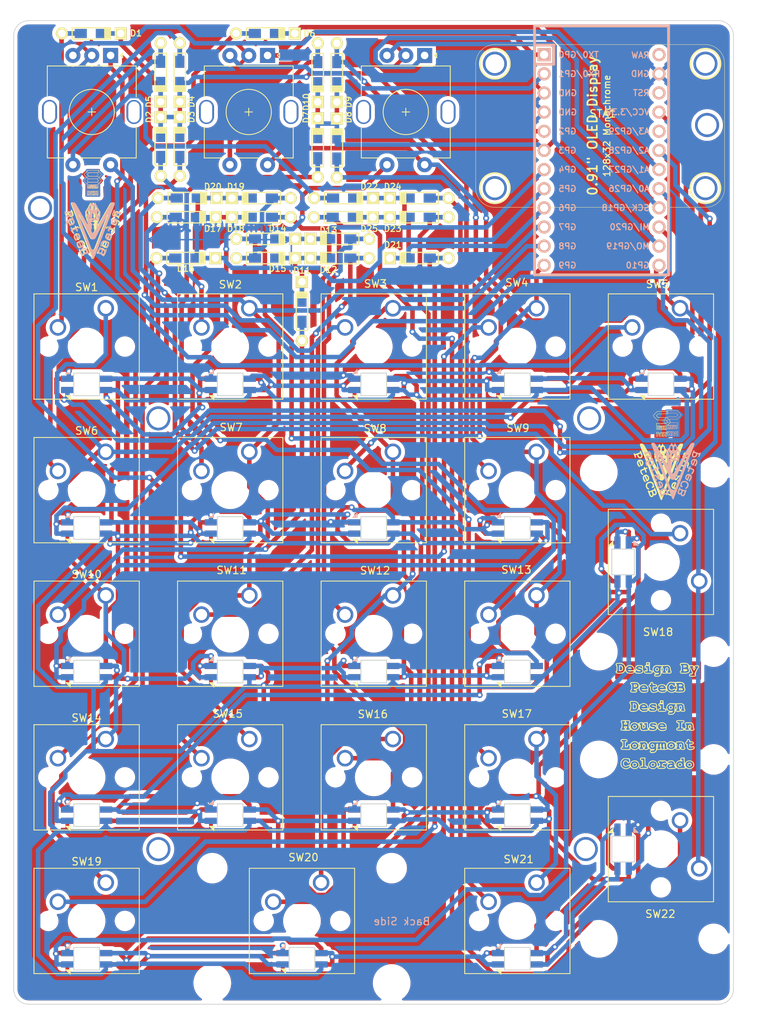
<source format=kicad_pcb>
(kicad_pcb (version 20211014) (generator pcbnew)
  (layers (0 "F.Cu" signal) (31 "B.Cu" signal) (34 "B.Paste" user) (35 "F.Paste" user) (36 "B.SilkS" user "B.Silkscreen") (37 "F.SilkS" user "F.Silkscreen") (38 "B.Mask" user) (39 "F.Mask" user) (44 "Edge.Cuts" user))
  (net 0 "")
  (net 1 "Net-(D1-Pad1)")
  (net 2 "Net-(D2-Pad1)")
  (net 3 "Net-(D3-Pad1)")
  (net 4 "Net-(D4-Pad1)")
  (net 5 "Net-(D5-Pad1)")
  (net 6 "Net-(D7-Pad1)")
  (net 7 "Net-(D8-Pad1)")
  (net 8 "Net-(D9-Pad1)")
  (net 9 "Net-(D12-Pad1)")
  (net 10 "Net-(D13-Pad1)")
  (net 11 "Net-(D14-Pad1)")
  (net 12 "Net-(D16-Pad1)")
  (net 13 "Net-(D17-Pad1)")
  (net 14 "/3.3V")
  (net 15 "/GND")
  (net 16 "Net-(D1-Pad2)")
  (net 20 "Net-(D6-Pad1)")
  (net 21 "Net-(SW1-Pad22)")
  (net 22 "Net-(SW2-Pad22)")
  (net 23 "Net-(SW3-Pad22)")
  (net 24 "Net-(SW4-Pad22)")
  (net 25 "Net-(SW6-Pad22)")
  (net 26 "Net-(SW7-Pad22)")
  (net 27 "Net-(SW10-Pad24)")
  (net 28 "Net-(SW10-Pad22)")
  (net 29 "Net-(SW11-Pad22)")
  (net 30 "Net-(SW12-Pad22)")
  (net 31 "Net-(SW13-Pad22)")
  (net 32 "Net-(D11-Pad1)")
  (net 33 "Net-(D18-Pad1)")
  (net 34 "Net-(D19-Pad1)")
  (net 35 "Net-(D20-Pad1)")
  (net 36 "Net-(SW14-Pad22)")
  (net 37 "Net-(SW15-Pad22)")
  (net 38 "Net-(SW16-Pad22)")
  (net 39 "Net-(RSW1-PadA)")
  (net 40 "Net-(RSW1-PadB)")
  (net 41 "Net-(RSW1-PadS2)")
  (net 42 "Net-(RSW2-PadA)")
  (net 43 "Net-(RSW2-PadB)")
  (net 44 "Net-(RSW2-PadS2)")
  (net 45 "Net-(RSW3-PadA)")
  (net 46 "Net-(RSW3-PadB)")
  (net 47 "Net-(D10-Pad2)")
  (net 48 "Net-(D10-Pad1)")
  (net 49 "Net-(D11-Pad2)")
  (net 50 "Net-(SW5-Pad22)")
  (net 51 "Net-(SW8-Pad22)")
  (net 52 "Net-(D15-Pad1)")
  (net 53 "Net-(D16-Pad2)")
  (net 54 "Net-(D21-Pad2)")
  (net 55 "Net-(D22-Pad1)")
  (net 56 "Net-(SW1-Pad11)")
  (net 57 "Net-(SW1-Pad24)")
  (net 58 "Net-(D21-Pad1)")
  (net 59 "Net-(SW12-Pad11)")
  (net 60 "Net-(SW13-Pad11)")
  (net 61 "Net-(D23-Pad1)")
  (net 62 "Net-(D24-Pad1)")
  (net 63 "Net-(D25-Pad1)")
  (net 64 "unconnected-(SW9-Pad23)")
  (net 65 "Net-(SW17-Pad22)")
  (net 66 "Net-(SW18-Pad22)")
  (net 67 "Net-(SW19-Pad22)")
  (net 68 "Net-(SW20-Pad22)")
  (net 69 "Net-(SW21-Pad22)")
  (net 70 "unconnected-(SW22-Pad22)")
  (footprint "PeteCB:Diode-dual" (layer "F.Cu") (at 54.5407 48.0556 180)
    (fp_text reference "D19")
    (fp_text value "DIODE" hide)
  )
  (footprint "PeteCB:Diode-dual" (layer "F.Cu") (at 62.0227 41.3696 90)
    (fp_text reference "D7")
    (fp_text value "DIODE" hide)
  )
  (footprint "LOGO" (layer "F.Cu") (at 107.6827 78.0156)
    (fp_text reference "logo7" hide)
    (fp_text value "LOGO" hide)
  )
  (footprint "PeteCB:Diode-dual" (layer "F.Cu") (at 64.5627 41.4096 90)
    (fp_text reference "D8")
    (fp_text value "DIODE" hide)
  )
  (footprint "PeteCB:Diode-dual" (layer "F.Cu") (at 64.9447 56.0156 180)
    (fp_text reference "D12")
    (fp_text value "DIODE" hide)
  )
  (footprint "PeteCB:Diode-dual" (layer "F.Cu") (at 44.5847 50.5956)
    (fp_text reference "D17")
    (fp_text value "DIODE" hide)
  )
  (footprint "PeteCB:SW_Cherry_MX_1.00u_PCB_WITH_SK6812MINI-E" (layer "F.Cu") (at 40.8827 134.4281)
    (fp_text reference "SW19")
    (fp_text value "SW_Push")
    (fp_line (start -7.825 13.045) (end -11.225 13.045) (layer "Edge.Cuts") (width 0.12))
    (fp_line (start -11.225 16.045) (end -7.825 16.045) (layer "Edge.Cuts") (width 0.12))
    (fp_line (start -7.825 16.045) (end -7.825 13.045) (layer "Edge.Cuts") (width 0.12))
    (fp_line (start -11.225 13.045) (end -11.225 16.045) (layer "Edge.Cuts") (width 0.12))
  )
  (footprint "PeteCB:SW_Cherry_MX_1.00u_PCB_WITH_SK6812MINI-E" (layer "F.Cu") (at 98.0327 134.4281)
    (fp_text reference "SW21")
    (fp_text value "SW_Push")
    (fp_line (start -7.825 13.045) (end -11.225 13.045) (layer "Edge.Cuts") (width 0.12))
    (fp_line (start -11.225 13.045) (end -11.225 16.045) (layer "Edge.Cuts") (width 0.12))
    (fp_line (start -11.225 16.045) (end -7.825 16.045) (layer "Edge.Cuts") (width 0.12))
    (fp_line (start -7.825 16.045) (end -7.825 13.045) (layer "Edge.Cuts") (width 0.12))
  )
  (footprint "PeteCB:0.91in 128x32 I2C STEMMA QT standoff only" (layer "F.Cu") (at 99.4927 38.4856)
    (fp_text reference "STA1")
    (fp_text value "0.91in 128x32 I2C STEMMA QT standoff only")
  )
  (footprint "PeteCB:Diode-dual" (layer "F.Cu") (at 41.1827 41.2056 90)
    (fp_text reference "D2")
    (fp_text value "DIODE" hide)
  )
  (footprint "" (layer "F.Cu") (at 25.1827 49.3656)
    (fp_text reference "STA7" hide)
    (fp_text value "")
  )
  (footprint "PeteCB:Diode-dual" (layer "F.Cu") (at 65.4527 48.0556)
    (fp_text reference "D22")
    (fp_text value "DIODE" hide)
  )
  (footprint "PeteCB:SW_Cherry_MX_2.00u_PCB_WITH_SK6812MINI-E" (layer "F.Cu") (at 78.9827 134.4281)
    (fp_text reference "SW20")
    (fp_text value "SW_Push")
    (fp_line (start -17.35 13.045) (end -20.75 13.045) (layer "Edge.Cuts") (width 0.12))
    (fp_line (start -20.75 13.045) (end -20.75 16.045) (layer "Edge.Cuts") (width 0.12))
    (fp_line (start -17.35 16.045) (end -17.35 13.045) (layer "Edge.Cuts") (width 0.12))
    (fp_line (start -20.75 16.045) (end -17.35 16.045) (layer "Edge.Cuts") (width 0.12))
  )
  (footprint "PeteCB:Diode-dual" (layer "F.Cu") (at 55.1127 56.0156)
    (fp_text reference "D15")
    (fp_text value "DIODE" hide)
  )
  (footprint "PeteCB:SW_Cherry_MX_1.00u_PCB_WITH_SK6812MINI-E" (layer "F.Cu") (at 40.8827 115.3781)
    (fp_text reference "SW14")
    (fp_text value "SW_Push")
    (fp_line (start -11.225 16.045) (end -7.825 16.045) (layer "Edge.Cuts") (width 0.12))
    (fp_line (start -7.825 13.045) (end -11.225 13.045) (layer "Edge.Cuts") (width 0.12))
    (fp_line (start -7.825 16.045) (end -7.825 13.045) (layer "Edge.Cuts") (width 0.12))
    (fp_line (start -11.225 13.045) (end -11.225 16.045) (layer "Edge.Cuts") (width 0.12))
  )
  (footprint "PeteCB:SW_Cherry_MX_1.00u_PCB_WITH_SK6812MINI-E" (layer "F.Cu") (at 98.0327 77.2781)
    (fp_text reference "SW9")
    (fp_text value "SW_Push")
    (fp_line (start -11.225 16.045) (end -7.825 16.045) (layer "Edge.Cuts") (width 0.12))
    (fp_line (start -7.825 13.045) (end -11.225 13.045) (layer "Edge.Cuts") (width 0.12))
    (fp_line (start -7.825 16.045) (end -7.825 13.045) (layer "Edge.Cuts") (width 0.12))
    (fp_line (start -11.225 13.045) (end -11.225 16.045) (layer "Edge.Cuts") (width 0.12))
  )
  (footprint "PeteCB:SW_Cherry_MX_1.00u_PCB_WITH_SK6812MINI-E" (layer "F.Cu") (at 98.0327 115.3781)
    (fp_text reference "SW17")
    (fp_text value "SW_Push")
    (fp_line (start -11.225 13.045) (end -11.225 16.045) (layer "Edge.Cuts") (width 0.12))
    (fp_line (start -11.225 16.045) (end -7.825 16.045) (layer "Edge.Cuts") (width 0.12))
    (fp_line (start -7.825 16.045) (end -7.825 13.045) (layer "Edge.Cuts") (width 0.12))
    (fp_line (start -7.825 13.045) (end -11.225 13.045) (layer "Edge.Cuts") (width 0.12))
  )
  (footprint "PeteCB:Diode-dual" (layer "F.Cu") (at 62.0227 31.4136 -90)
    (fp_text reference "D10")
    (fp_text value "DIODE" hide)
  )
  (footprint "PeteCB:m2.5 hole" (layer "F.Cu") (at 98.0327 77.2781)
    (fp_text reference "STA2" hide)
    (fp_text value "m2.5 hole")
  )
  (footprint "PeteCB:Diode-dual" (layer "F.Cu") (at 55.1127 53.4756)
    (fp_text reference "D14")
    (fp_text value "DIODE" hide)
  )
  (footprint "PeteCB:SW_Cherry_MX_1.00u_PCB_WITH_SK6812MINI-E" (layer "F.Cu") (at 98.0327 96.3281)
    (fp_text reference "SW13")
    (fp_text value "SW_Push")
    (fp_line (start -7.825 16.045) (end -7.825 13.045) (layer "Edge.Cuts") (width 0.12))
    (fp_line (start -11.225 16.045) (end -7.825 16.045) (layer "Edge.Cuts") (width 0.12))
    (fp_line (start -7.825 13.045) (end -11.225 13.045) (layer "Edge.Cuts") (width 0.12))
    (fp_line (start -11.225 13.045) (end -11.225 16.045) (layer "Edge.Cuts") (width 0.12))
  )
  (footprint "PeteCB:SW_Cherry_MX_1.00u_PCB_WITH_SK6812MINI-E" (layer "F.Cu") (at 59.9327 58.2281)
    (fp_text reference "SW2")
    (fp_text value "SW_Push")
    (fp_line (start -11.225 13.045) (end -11.225 16.045) (layer "Edge.Cuts") (width 0.12))
    (fp_line (start -11.225 16.045) (end -7.825 16.045) (layer "Edge.Cuts") (width 0.12))
    (fp_line (start -7.825 13.045) (end -11.225 13.045) (layer "Edge.Cuts") (width 0.12))
    (fp_line (start -7.825 16.045) (end -7.825 13.045) (layer "Edge.Cuts") (width 0.12))
  )
  (footprint "LOGO" (layer "F.Cu") (at 32.1827 52.3656)
    (fp_text reference "logo0" hide)
    (fp_text value "LOGO" hide)
  )
  (footprint "PeteCB:Diode-dual" (layer "F.Cu") (at 75.4827 50.5956 180)
    (fp_text reference "D23")
    (fp_text value "DIODE" hide)
  )
  (footprint "PeteCB:SW_Cherry_MX_1.00u_PCB_WITH_SK6812MINI-E" (layer "F.Cu") (at 59.9327 77.2781)
    (fp_text reference "SW7")
    (fp_text value "SW_Push")
    (fp_line (start -7.825 16.045) (end -7.825 13.045) (layer "Edge.Cuts") (width 0.12))
    (fp_line (start -11.225 13.045) (end -11.225 16.045) (layer "Edge.Cuts") (width 0.12))
    (fp_line (start -7.825 13.045) (end -11.225 13.045) (layer "Edge.Cuts") (width 0.12))
    (fp_line (start -11.225 16.045) (end -7.825 16.045) (layer "Edge.Cuts") (width 0.12))
  )
  (footprint "PeteCB:SW_Cherry_MX_1.00u_PCB_WITH_SK6812MINI-E" (layer "F.Cu") (at 40.8827 96.3281)
    (fp_text reference "SW10")
    (fp_text value "SW_Push")
    (fp_line (start -11.225 16.045) (end -7.825 16.045) (layer "Edge.Cuts") (width 0.12))
    (fp_line (start -7.825 16.045) (end -7.825 13.045) (layer "Edge.Cuts") (width 0.12))
    (fp_line (start -7.825 13.045) (end -11.225 13.045) (layer "Edge.Cuts") (width 0.12))
    (fp_line (start -11.225 13.045) (end -11.225 16.045) (layer "Edge.Cuts") (width 0.12))
  )
  (footprint "LOGO" (layer "F.Cu") (at 107.077533 116.726358)
    (fp_text reference "L10" hide)
    (fp_text value "LOGO" hide)
  )
  (footprint "PeteCB:RotaryEncoder_EC11" (layer "F.Cu") (at 52.8667 36.6336 -90)
    (fp_text reference "RSW2")
    (fp_text value "RotaryEncoder_Switch")
  )
  (footprint "PeteCB:SW_Cherry_MX_1.00u_PCB_WITH_SK6812MINI-E" (layer "F.Cu") (at 78.9827 96.3281)
    (fp_text reference "SW12")
    (fp_text value "SW_Push")
    (fp_line (start -11.225 13.045) (end -11.225 16.045) (layer "Edge.Cuts") (width 0.12))
    (fp_line (start -11.225 16.045) (end -7.825 16.045) (layer "Edge.Cuts") (width 0.12))
    (fp_line (start -7.825 13.045) (end -11.225 13.045) (layer "Edge.Cuts") (width 0.12))
    (fp_line (start -7.825 16.045) (end -7.825 13.045) (layer "Edge.Cuts") (width 0.12))
  )
  (footprint "PeteCB:Diode-dual" (layer "F.Cu") (at 44.7087 48.0556)
    (fp_text reference "D20")
    (fp_text value "DIODE" hide)
  )
  (footprint "PeteCB:Diode-dual" (layer "F.Cu") (at 65.4127 50.5956)
    (fp_text reference "D25")
    (fp_text value "DIODE" hide)
  )
  (footprint "PeteCB:Diode-dual" (layer "F.Cu") (at 75.4827 48.0556 180)
    (fp_text reference "D24")
    (fp_text value "DIODE" hide)
  )
  (footprint "PeteCB:SW_Cherry_MX_1.00u_PCB_WITH_SK6812MINI-E" (layer "F.Cu") (at 40.8827 77.2781)
    (fp_text reference "SW6")
    (fp_text value "SW_Push")
    (fp_line (start -7.825 13.045) (end -11.225 13.045) (layer "Edge.Cuts") (width 0.12))
    (fp_line (start -7.825 16.045) (end -7.825 13.045) (layer "Edge.Cuts") (width 0.12))
    (fp_line (start -11.225 13.045) (end -11.225 16.045) (layer "Edge.Cuts") (width 0.12))
    (fp_line (start -11.225 16.045) (end -7.825 16.045) (layer "Edge.Cuts") (width 0.12))
  )
  (footprint "PeteCB:SW_Cherry_MX_1.00u_PCB_WITH_SK6812MINI-E" (layer "F.Cu") (at 117.0827 58.2281)
    (fp_text reference "SW5")
    (fp_text value "SW_Push")
    (fp_line (start -11.225 16.045) (end -7.825 16.045) (layer "Edge.Cuts") (width 0.12))
    (fp_line (start -11.225 13.045) (end -11.225 16.045) (layer "Edge.Cuts") (width 0.12))
    (fp_line (start -7.825 16.045) (end -7.825 13.045) (layer "Edge.Cuts") (width 0.12))
    (fp_line (start -7.825 13.045) (end -11.225 13.045) (layer "Edge.Cuts") (width 0.12))
  )
  (footprint "LOGO" (layer "F.Cu") (at 32.1827 46.0156)
    (fp_text reference "logo4" hide)
    (fp_text value "LOGO" hide)
  )
  (footprint "PeteCB:Diode-dual" (layer "F.Cu") (at 41.1827 31.3736 -90)
    (fp_text reference "D5")
    (fp_text value "DIODE" hide)
  )
  (footprint "PeteCB:Diode-dual" (layer "F.Cu") (at 43.7227 41.2056 90)
    (fp_text reference "D3")
    (fp_text value "DIODE" hide)
  )
  (footprint "PeteCB:SW_Cherry_MX_2.00u_PCB_WITH_SK6812MINI-E" (layer "F.Cu") (at 117.0827 153.4781 -90)
    (fp_text reference "SW22")
    (fp_text value "SW_Push")
    (fp_line (start -17.35 16.045) (end -17.35 13.045) (layer "Edge.Cuts") (width 0.12))
    (fp_line (start -17.35 13.045) (end -20.75 13.045) (layer "Edge.Cuts") (width 0.12))
    (fp_line (start -20.75 16.045) (end -17.35 16.045) (layer "Edge.Cuts") (width 0.12))
    (fp_line (start -20.75 13.045) (end -20.75 16.045) (layer "Edge.Cuts") (width 0.12))
  )
  (footprint "PeteCB:Diode-dual" (layer "F.Cu") (at 59.9327 63.0656 90)
    (fp_text reference "D11")
    (fp_text value "DIODE" hide)
  )
  (footprint "PeteCB:SW_Cherry_MX_1.00u_PCB_WITH_SK6812MINI-E" (layer "F.Cu") (at 78.9827 77.2781)
    (fp_text reference "SW8")
    (fp_text value "SW_Push")
    (fp_line (start -11.225 13.045) (end -11.225 16.045) (layer "Edge.Cuts") (width 0.12))
    (fp_line (start -11.225 16.045) (end -7.825 16.045) (layer "Edge.Cuts") (width 0.12))
    (fp_line (start -7.825 16.045) (end -7.825 13.045) (layer "Edge.Cuts") (width 0.12))
    (fp_line (start -7.825 13.045) (end -11.225 13.045) (layer "Edge.Cuts") (width 0.12))
  )
  (footprint "PeteCB:KB2040 through hole hybrid (modified from Elite-C-castellated-24pin-holes)" (layer "F.Cu") (at 99.6827 43.0023 -90)
    (fp_text reference "U1" hide)
    (fp_text value "KB2040" hide)
  )
  (footprint "PeteCB:SW_Cherry_MX_1.00u_PCB_WITH_SK6812MINI-E" (layer "F.Cu") (at 78.9827 115.3781)
    (fp_text reference "SW16")
    (fp_text value "SW_Push")
    (fp_line (start -7.825 13.045) (end -11.225 13.045) (layer "Edge.Cuts") (width 0.12))
    (fp_line (start -7.825 16.045) (end -7.825 13.045) (layer "Edge.Cuts") (width 0.12))
    (fp_line (start -11.225 13.045) (end -11.225 16.045) (layer "Edge.Cuts") (width 0.12))
    (fp_line (start -11.225 16.045) (end -7.825 16.045) (layer "Edge.Cuts") (width 0.12))
  )
  (footprint "PeteCB:Diode-dual" (layer "F.Cu") (at 55.0827 26.2156)
    (fp_text reference "D6")
    (fp_text value "DIODE" hide)
  )
  (footprint "PeteCB:SW_Cherry_MX_1.00u_PCB_WITH_SK6812MINI-E" (layer "F.Cu") (at 98.0327 58.2281)
    (fp_text reference "SW4")
    (fp_text value "SW_Push")
    (fp_line (start -7.825 16.045) (end -7.825 13.045) (layer "Edge.Cuts") (width 0.12))
    (fp_line (start -7.825 13.045) (end -11.225 13.045) (layer "Edge.Cuts") (width 0.12))
    (fp_line (start -11.225 13.045) (end -11.225 16.045) (layer "Edge.Cuts") (width 0.12))
    (fp_line (start -11.225 16.045) (end -7.825 16.045) (layer "Edge.Cuts") (width 0.12))
  )
  (footprint "" (layer "F.Cu") (at 113.6827 38.3656)
    (fp_text reference "STA6" hide)
    (fp_text value "")
  )
  (footprint "LOGO" (layer "F.Cu") (at 106.7827 116.8156)
    (fp_text reference "L11" hide)
    (fp_text value "LOGO" hide)
  )
  (footprint "PeteCB:RotaryEncoder_EC11" (layer "F.Cu") (at 32.0387 36.6336 -90)
    (fp_text reference "RSW1")
    (fp_text value "RotaryEncoder_Switch")
  )
  (footprint "PeteCB:Diode-dual" (layer "F.Cu") (at 64.5627 31.4136 -90)
    (fp_text reference "D9")
    (fp_text value "DIODE" hide)
  )
  (footprint "PeteCB:Diode-dual" (layer "F.Cu") (at 31.9827 26.2156)
    (fp_text reference "D1")
    (fp_text value "DIODE" hide)
  )
  (footprint "" (layer "F.Cu") (at 40.8827 77.2781)
    (fp_text reference "STA3" hide)
    (fp_text value "")
  )
  (footprint "LOGO" (layer "F.Cu") (at 107.6827 84.3656)
    (fp_text reference "logo8" hide)
    (fp_text value "LOGO" hide)
  )
  (footprint "" (layer "F.Cu") (at 97.5827 134.4156)
    (fp_text reference "STA5" hide)
    (fp_text value "")
  )
  (footprint "PeteCB:SW_Cherry_MX_1.00u_PCB_WITH_SK6812MINI-E" (layer "F.Cu") (at 59.9327 115.3781)
    (fp_text reference "SW15")
    (fp_text value "SW_Push")
    (fp_line (start -11.225 16.045) (end -7.825 16.045) (layer "Edge.Cuts") (width 0.12))
    (fp_line (start -7.825 16.045) (end -7.825 13.045) (layer "Edge.Cuts") (width 0.12))
    (fp_line (start -7.825 13.045) (end -11.225 13.045) (layer "Edge.Cuts") (width 0.12))
    (fp_line (start -11.225 13.045) (end -11.225 16.045) (layer "Edge.Cuts") (width 0.12))
  )
  (footprint "PeteCB:SW_Cherry_MX_2.00u_PCB_WITH_SK6812MINI-E" (layer "F.Cu") (at 117.0827 115.3781 -90)
    (fp_text reference "SW18")
    (fp_text value "SW_Push")
    (fp_line (start -20.75 13.045) (end -20.75 16.045) (layer "Edge.Cuts") (width 0.12))
    (fp_line (start -20.75 16.045) (end -17.35 16.045) (layer "Edge.Cuts") (width 0.12))
    (fp_line (start -17.35 13.045) (end -20.75 13.045) (layer "Edge.Cuts") (width 0.12))
    (fp_line (start -17.35 16.045) (end -17.35 13.045) (layer "Edge.Cuts") (width 0.12))
  )
  (footprint "PeteCB:SW_Cherry_MX_1.00u_PCB_WITH_SK6812MINI-E" (layer "F.Cu") (at 40.8827 58.2281)
    (fp_text reference "SW1")
    (fp_text value "SW_Push")
    (fp_line (start -11.225 16.045) (end -7.825 16.045) (layer "Edge.Cuts") (width 0.12))
    (fp_line (start -7.825 16.045) (end -7.825 13.045) (layer "Edge.Cuts") (width 0.12))
    (fp_line (start -7.825 13.045) (end -11.225 13.045) (layer "Edge.Cuts") (width 0.12))
    (fp_line (start -11.225 13.045) (end -11.225 16.045) (layer "Edge.Cuts") (width 0.12))
  )
  (footprint "" (layer "F.Cu") (at 40.8827 134.4281)
    (fp_text reference "STA4" hide)
    (fp_text value "")
  )
  (footprint "PeteCB:SW_Cherry_MX_1.00u_PCB_WITH_SK6812MINI-E" (layer "F.Cu") (at 59.9327 96.3281)
    (fp_text reference "SW11")
    (fp_text value "SW_Push")
    (fp_line (start -11.225 13.045) (end -11.225 16.045) (layer "Edge.Cuts") (width 0.12))
    (fp_line (start -7.825 16.045) (end -7.825 13.045) (layer "Edge.Cuts") (width 0.12))
    (fp_line (start -11.225 16.045) (end -7.825 16.045) (layer "Edge.Cuts") (width 0.12))
    (fp_line (start -7.825 13.045) (end -11.225 13.045) (layer "Edge.Cuts") (width 0.12))
  )
  (footprint "PeteCB:Diode-dual" (layer "F.Cu") (at 54.5407 50.5956 180)
    (fp_text reference "D18")
    (fp_text value "DIODE" hide)
  )
  (footprint "PeteCB:Diode-dual" (layer "F.Cu") (at 75.4827 56.0156 180)
    (fp_text reference "D21")
    (fp_text value "DIODE" hide)
  )
  (footprint "PeteCB:Diode-dual" (layer "F.Cu") (at 43.7227 31.3736 -90)
    (fp_text reference "D4")
    (fp_text value "DIODE" hide)
  )
  (footprint "PeteCB:SW_Cherry_MX_1.00u_PCB_WITH_SK6812MINI-E" (layer "F.Cu") (at 78.9827 58.2281)
    (fp_text reference "SW3")
    (fp_text value "SW_Push")
    (fp_line (start -11.225 13.045) (end -11.225 16.045) (layer "Edge.Cuts") (width 0.12))
    (fp_line (start -7.825 16.045) (end -7.825 13.045) (layer "Edge.Cuts") (width 0.12))
    (fp_line (start -7.825 13.045) (end -11.225 13.045) (layer "Edge.Cuts") (width 0.12))
    (fp_line (start -11.225 16.045) (end -7.825 16.045) (layer "Edge.Cuts") (width 0.12))
  )
  (footprint "PeteCB:Diode-dual" (layer "F.Cu") (at 64.9447 53.4756 180)
    (fp_text reference "D13")
    (fp_text value "DIODE" hide)
  )
  (footprint "PeteCB:Diode-dual" (layer "F.Cu") (at 44.5327 56.0156)
    (fp_text reference "D16")
    (fp_text value "DIODE" hide)
  )
  (footprint "PeteCB:RotaryEncoder_EC11" (layer "F.Cu") (at 73.7067 36.6336 -90)
    (fp_text reference "RSW3")
    (fp_text value "RotaryEncoder_Switch")
  )
  (footprint "LOGO" (layer "B.Cu") (at 32.1827 52.3656 180)
    (fp_text reference "logo1" hide)
    (fp_text value "LOGO" hide)
  )
  (footprint "LOGO" (layer "B.Cu") (at 32.1827 46.0156 180)
    (fp_text reference "logo3" hide)
    (fp_text value "LOGO" hide)
  )
  (footprint "LOGO" (layer "B.Cu") (at 109.0952 77.9156 180)
    (fp_text reference "logo6" hide)
    (fp_text value "LOGO" hide)
  )
  (footprint "LOGO" (layer "B.Cu") (at 109.0952 84.2656 180)
    (fp_text reference "logo5" hide)
    (fp_text value "LOGO" hide)
  )
  (gr_poly (pts (xy 112.7827 111.8156) (xy 110.9827 111.8156) (xy 110.9827 117.0156) (xy 112.1827 117.0156) (xy 112.1827 124.0156) (xy 101.9827 124.0156) (xy 101.9827 117.0156) (xy 103.1827 117.0156) (xy 103.1827 111.8156) (xy 101.5827 111.8156) (xy 101.5827 109.6156) (xy 112.7827 109.6156)) (layer "F.Cu") (width 0.2) (fill solid))
  (gr_line (start 115.1827 155.001386) (end 23.6827 155.001386) (layer "Edge.Cuts") (width 0.1))
  (gr_line (start 23.6827 24.5156) (end 115.1827 24.5156) (layer "Edge.Cuts") (width 0.1))
  (gr_arc (start 21.6827 26.5156) (mid 22.268486 25.101386) (end 23.6827 24.5156) (layer "Edge.Cuts") (width 0.1))
  (gr_arc (start 23.6827 155.001386) (mid 22.268491 154.415599) (end 21.6827 153.001386) (layer "Edge.Cuts") (width 0.1))
  (gr_arc (start 115.1827 24.5156) (mid 116.596914 25.101386) (end 117.1827 26.5156) (layer "Edge.Cuts") (width 0.1))
  (gr_line (start 117.1827 26.5156) (end 117.1827 153.001386) (layer "Edge.Cuts") (width 0.1))
  (gr_arc (start 117.1827 153.001386) (mid 116.596919 154.415609) (end 115.1827 155.001386) (layer "Edge.Cuts") (width 0.1))
  (gr_line (start 21.6827 153.001386) (end 21.6827 26.5156) (layer "Edge.Cuts") (width 0.1))
  (gr_text "Back Side" (at 73.1827 144.0156) (layer "B.SilkS") (effects (font (size 1 1)) (justify mirror)))
  (dimension (type aligned) (layer "B.Cu") (pts (xy 39.4702 58.3281) (xy 58.5202 58.3281)) (height -4.755) (gr_text "19.0500 mm" (at 48.9952 51.7731) (layer "B.Cu") (effects (font (size 1.5 1.5) (thickness 0.3)))) (format (units 3) (units_format 1) (precision 4)) (style (thickness 0.2) (arrow_length 1.27) (text_position_mode 0) (extension_height 0.58642) (extension_offset 0.5) keep_text_aligned))
  (segment (start 28.0327 64.7281) (end 28.0327 26.2656) (width 0.6) (layer "F.Cu") (net 1))
  (segment (start 28.0327 26.2656) (end 28.0827 26.2156) (width 0.6) (layer "F.Cu") (net 1))
  (segment (start 30.5827 26.2156) (end 29.4827 26.2156) (width 0.6) (layer "F.Cu") (net 1))
  (segment (start 27.5477 65.2131) (end 28.0327 64.7281) (width 0.6) (layer "F.Cu") (net 1))
  (segment (start 28.0827 26.2156) (end 29.4827 26.2156) (width 0.6) (layer "F.Cu") (net 1))
  (segment (start 30.5827 26.2156) (end 29.4827 26.2156) (width 0.6) (layer "B.Cu") (net 1))
  (segment (start 29.4827 26.2156) (end 28.0827 26.2156) (width 0.6) (layer "B.Cu") (net 1))
  (segment (start 41.1827 43.7056) (end 41.1827 45.1056) (width 0.6) (layer "F.Cu") (net 2))
  (segment (start 41.1827 42.6056) (end 41.1827 43.7056) (width 0.6) (layer "F.Cu") (net 2))
  (segment (start 46.5977 59.7999) (end 46.5977 65.2131) (width 0.6) (layer "F.Cu") (net 2))
  (via (at 46.5977 59.7999) (size 0.8) (drill 0.4) (layers "F.Cu" "B.Cu") (net 2))
  (segment (start 41.1827 43.7056) (end 41.1827 45.1056) (width 0.6) (layer "B.Cu") (net 2))
  (segment (start 44.3258 46.9552) (end 44.6323 47.2617) (width 0.6) (layer "B.Cu") (net 2))
  (segment (start 43.0323 46.9552) (end 44.3258 46.9552) (width 0.6) (layer "B.Cu") (net 2))
  (segment (start 41.1827 45.1056) (end 43.0323 46.9552) (width 0.6) (layer "B.Cu") (net 2))
  (segment (start 44.6323 57.8345) (end 46.5977 59.7999) (width 0.6) (layer "B.Cu") (net 2))
  (segment (start 41.1827 42.6056) (end 41.1827 43.7056) (width 0.6) (layer "B.Cu") (net 2))
  (segment (start 44.6323 47.2617) (end 44.6323 57.8345) (width 0.6) (layer "B.Cu") (net 2))
  (segment (start 40.4354 46.5803) (end 39.223 47.7927) (width 0.6) (layer "F.Cu") (net 3))
  (segment (start 39.223 47.7927) (end 39.223 60.7366) (width 0.6) (layer "F.Cu") (net 3))
  (segment (start 43.7227 43.7056) (end 43.7227 45.1056) (width 0.6) (layer "F.Cu") (net 3))
  (segment (start 42.248 46.5803) (end 40.4354 46.5803) (width 0.6) (layer "F.Cu") (net 3))
  (segment (start 39.223 60.7366) (end 39.0503 60.9093) (width 0.6) (layer "F.Cu") (net 3))
  (segment (start 43.7227 45.1056) (end 42.248 46.5803) (width 0.6) (layer "F.Cu") (net 3))
  (segment (start 43.7227 42.6056) (end 43.7227 43.7056) (width 0.6) (layer "F.Cu") (net 3))
  (via (at 39.0503 60.9093) (size 0.8) (drill 0.4) (layers "F.Cu" "B.Cu") (net 3))
  (segment (start 43.7227 42.6056) (end 43.7227 43.7056) (width 0.6) (layer "B.Cu") (net 3))
  (segment (start 59.4182 68.2905) (end 55.409 64.2813) (width 0.6) (layer "B.Cu") (net 3))
  (segment (start 51.7425 64.2813) (end 49.7907 62.3295) (width 0.6) (layer "B.Cu") (net 3))
  (segment (start 60.9382 68.2905) (end 59.4182 68.2905) (width 0.6) (layer "B.Cu") (net 3))
  (segment (start 40.4705 62.3295) (end 39.0503 60.9093) (width 0.6) (layer "B.Cu") (net 3))
  (segment (start 64.0156 65.2131) (end 60.9382 68.2905) (width 0.6) (layer "B.Cu") (net 3))
  (segment (start 49.7907 62.3295) (end 40.4705 62.3295) (width 0.6) (layer "B.Cu") (net 3))
  (segment (start 43.7227 43.7056) (end 43.7227 45.1056) (width 0.6) (layer "B.Cu") (net 3))
  (segment (start 55.409 64.2813) (end 51.7425 64.2813) (width 0.6) (layer "B.Cu") (net 3))
  (segment (start 65.6477 65.2131) (end 64.0156 65.2131) (width 0.6) (layer "B.Cu") (net 3))
  (segment (start 43.7227 28.8736) (end 43.7227 27.4736) (width 0.6) (layer "F.Cu") (net 4))
  (segment (start 39.6884 85.1412) (end 43.8566 89.3094) (width 0.6) (layer "F.Cu") (net 4))
  (segment (start 78.7763 94.9377) (end 78.7763 69.0793) (width 0.6) (layer "F.Cu") (net 4))
  (segment (start 43.7227 29.9736) (end 43.7227 28.8736) (width 0.6) (layer "F.Cu") (net 4))
  (segment (start 43.8566 89.3094) (end 43.8566 95.615) (width 0.6) (layer "F.Cu") (net 4))
  (via (at 78.7763 69.0793) (size 0.8) (drill 0.4) (layers "F.Cu" "B.Cu") (net 4))
  (via (at 39.6884 85.1412) (size 0.8) (drill 0.4) (layers "F.Cu" "B.Cu") (net 4))
  (via (at 78.7763 94.9377) (size 0.8) (drill 0.4) (layers "F.Cu" "B.Cu") (net 4))
  (via (at 43.8566 95.615) (size 0.8) (drill 0.4) (layers "F.Cu" "B.Cu") (net 4))
  (segment (start 78.7763 94.9377) (end 78.099 95.615) (width 0.6) (layer "B.Cu") (net 4))
  (segment (start 24.9074 65.032) (end 24.9074 75.0044) (width 0.6) (layer "B.Cu") (net 4))
  (segment (start 40.6069 26.1638) (end 27.2297 39.541) (width 0.6) (layer "B.Cu") (net 4))
  (segment (start 35.0442 85.1412) (end 39.6884 85.1412) (width 0.6) (layer "B.Cu") (net 4))
  (segment (start 43.7227 28.8736) (end 43.7227 29.9736) (width 0.6) (layer "B.Cu") (net 4))
  (segment (start 27.2297 39.541) (end 27.2297 46.9432) (width 0.6) (layer "B.Cu") (net 4))
  (segment (start 43.7227 27.4736) (end 42.4129 26.1638) (width 0.6) (layer "B.Cu") (net 4))
  (segment (start 43.7227 28.8736) (end 43.7227 27.4736) (width 0.6) (layer "B.Cu") (net 4))
  (segment (start 78.099 95.615) (end 43.8566 95.615) (width 0.6) (layer "B.Cu") (net 4))
  (segment (start 84.6977 65.2131) (end 82.6425 65.2131) (width 0.6) (layer "B.Cu") (net 4))
  (segment (start 42.4129 26.1638) (end 40.6069 26.1638) (width 0.6) (layer "B.Cu") (net 4))
  (segment (start 82.6425 65.2131) (end 78.7763 69.0793) (width 0.6) (layer "B.Cu") (net 4))
  (segment (start 27.2297 46.9432) (end 27.2923 47.0058) (width 0.6) (layer "B.Cu") (net 4))
  (segment (start 27.2923 47.0058) (end 27.2923 62.6471) (width 0.6) (layer "B.Cu") (net 4))
  (segment (start 24.9074 75.0044) (end 35.0442 85.1412) (width 0.6) (layer "B.Cu") (net 4))
  (segment (start 27.2923 62.6471) (end 24.9074 65.032) (width 0.6) (layer "B.Cu") (net 4))
  (segment (start 41.1827 27.4736) (end 41.1827 28.8736) (width 0.6) (layer "F.Cu") (net 5))
  (segment (start 41.1827 29.9736) (end 41.1827 28.8736) (width 0.6) (layer "F.Cu") (net 5))
  (segment (start 28.2807 46.164) (end 28.2807 52.6499) (width 0.6) (layer "B.Cu") (net 5))
  (segment (start 39.9827 29.9736) (end 28.0305 41.9258) (width 0.6) (layer "B.Cu") (net 5))
  (segment (start 95.3779 70.2746) (end 100.4394 65.2131) (width 0.6) (layer "B.Cu") (net 5))
  (segment (start 83.9743 70.2034) (end 86.7578 70.2034) (width 0.6) (layer "B.Cu") (net 5))
  (segment (start 41.1827 27.4736) (end 41.1827 28.8736) (width 0.6) (layer "B.Cu") (net 5))
  (segment (start 47.7487 69.1699) (end 48.8322 70.2534) (width 0.6) (layer "B.Cu") (net 5))
  (segment (start 44.8007 69.1699) (end 47.7487 69.1699) (width 0.6) (layer "B.Cu") (net 5))
  (segment (start 86.829 70.2746) (end 95.3779 70.2746) (width 0.6) (layer "B.Cu") (net 5))
  (segment (start 28.0305 41.9258) (end 28.0305 45.9138) (width 0.6) (layer "B.Cu") (net 5))
  (segment (start 28.0305 45.9138) (end 28.2807 46.164) (width 0.6) (layer "B.Cu") (net 5))
  (segment (start 41.1827 29.9736) (end 39.9827 29.9736) (width 0.6) (layer "B.Cu") (net 5))
  (segment (start 86.7578 70.2034) (end 86.829 70.2746) (width 0.6) (layer "B.Cu") (net 5))
  (segment (start 100.4394 65.2131) (end 103.7477 65.2131) (width 0.6) (layer "B.Cu") (net 5))
  (segment (start 83.9243 70.2534) (end 83.9743 70.2034) (width 0.6) (layer "B.Cu") (net 5))
  (segment (start 41.1827 28.8736) (end 41.1827 29.9736) (width 0.6) (layer "B.Cu") (net 5))
  (segment (start 28.2807 52.6499) (end 44.8007 69.1699) (width 0.6) (layer "B.Cu") (net 5))
  (segment (start 48.8322 70.2534) (end 83.9243 70.2534) (width 0.6) (layer "B.Cu") (net 5))
  (segment (start 46.5977 84.2631) (end 46.5977 81.2182) (width 0.6) (layer "F.Cu") (net 6))
  (segment (start 62.0227 43.8696) (end 62.0227 44.8946) (width 0.6) (layer "F.Cu") (net 6))
  (segment (start 44.6323 47.3777) (end 46.7404 45.2696) (width 0.6) (layer "F.Cu") (net 6))
  (segment (start 62.0227 42.7696) (end 62.0227 43.8696) (width 0.6) (layer "F.Cu") (net 6))
  (segment (start 46.5977 81.2182) (end 43.9616 78.5821) (width 0.6) (layer "F.Cu") (net 6))
  (segment (start 43.9616 62.0102) (end 44.6323 61.3395) (width 0.6) (layer "F.Cu") (net 6))
  (segment (start 62.0227 44.8946) (end 62.0227 45.2696) (width 0.6) (layer "F.Cu") (net 6))
  (segment (start 46.7404 45.2696) (end 62.0227 45.2696) (width 0.6) (layer "F.Cu") (net 6))
  (segment (start 43.9616 78.5821) (end 43.9616 62.0102) (width 0.6) (layer "F.Cu") (net 6))
  (segment (start 44.6323 61.3395) (end 44.6323 47.3777) (width 0.6) (layer "F.Cu") (net 6))
  (segment (start 62.0227 45.2696) (end 62.0227 43.8696) (width 0.6) (layer "B.Cu") (net 6))
  (segment (start 62.0227 42.7696) (end 62.0227 43.8696) (width 0.6) (layer "B.Cu") (net 6))
  (segment (start 64.5627 43.9096) (end 64.5627 45.3096) (width 0.6) (layer "F.Cu") (net 7))
  (segment (start 86.3093 66.4067) (end 85.6758 67.0402) (width 0.6) (layer "F.Cu") (net 7))
  (segment (start 85.6758 67.0402) (end 85.6758 68.08) (width 0.6) (layer "F.Cu") (net 7))
  (segment (start 85.6758 68.08) (end 83.5069 70.2489) (width 0.6) (layer "F.Cu") (net 7))
  (segment (start 64.5627 42.8096) (end 64.5627 43.9096) (width 0.6) (layer "F.Cu") (net 7))
  (segment (start 83.5069 70.2489) (end 83.5069 79.6262) (width 0.6) (layer "F.Cu") (net 7))
  (segment (start 83.0016 50.6446) (end 83.0016 58.3622) (width 0.6) (layer "F.Cu") (net 7))
  (segment (start 83.0016 58.3622) (end 86.3093 61.6699) (width 0.6) (layer "F.Cu") (net 7))
  (segment (start 86.3093 61.6699) (end 86.3093 66.4067) (width 0.6) (layer "F.Cu") (net 7))
  (segment (start 65.6477 83.9758) (end 65.6477 84.2631) (width 0.6) (layer "F.Cu") (net 7))
  (segment (start 69.1028 80.5207) (end 65.6477 83.9758) (width 0.6) (layer "F.Cu") (net 7))
  (via (at 69.1028 80.5207) (size 0.8) (drill 0.4) (layers "F.Cu" "B.Cu") (net 7))
  (via (at 83.5069 79.6262) (size 0.8) (drill 0.4) (layers "F.Cu" "B.Cu") (net 7))
  (via (at 83.0016 50.6446) (size 0.8) (drill 0.4) (layers "F.Cu" "B.Cu") (net 7))
  (segment (start 64.5627 42.8096) (end 64.5627 43.9096) (width 0.6) (layer "B.Cu") (net 7))
  (segment (start 64.5627 45.3096) (end 78.5268 45.3096) (width 0.6) (layer "B.Cu") (net 7))
  (segment (start 64.5627 43.9096) (end 64.5627 45.3096) (width 0.6) (layer "B.Cu") (net 7))
  (segment (start 78.5268 45.3096) (end 83.0016 49.7844) (width 0.6) (layer "B.Cu") (net 7))
  (segment (start 69.9973 79.6262) (end 83.5069 79.6262) (width 0.6) (layer "B.Cu") (net 7))
  (segment (start 83.0016 49.7844) (end 83.0016 50.6446) (width 0.6) (layer "B.Cu") (net 7))
  (segment (start 69.1028 80.5207) (end 69.9973 79.6262) (width 0.6) (layer "B.Cu") (net 7))
  (segment (start 81.7546 46.1515) (end 81.7546 81.32) (width 0.6) (layer "F.Cu") (net 8))
  (segment (start 68.2016 32.5985) (end 81.7546 46.1515) (width 0.6) (layer "F.Cu") (net 8))
  (segment (start 64.5627 27.5136) (end 64.5627 28.9136) (width 0.6) (layer "F.Cu") (net 8))
  (segment (start 64.5627 28.9136) (end 64.5627 30.0136) (width 0.6) (layer "F.Cu") (net 8))
  (segment (start 81.7546 81.32) (end 84.6977 84.2631) (width 0.6) (layer "F.Cu") (net 8))
  (via (at 68.2016 32.5985) (size 0.8) (drill 0.4) (layers "F.Cu" "B.Cu") (net 8))
  (segment (start 65.7627 30.1596) (end 68.2016 32.5985) (width 0.6) (layer "B.Cu") (net 8))
  (segment (start 64.5627 30.0136) (end 64.5627 28.9136) (width 0.6) (layer "B.Cu") (net 8))
  (segment (start 65.7627 30.0136) (end 65.7627 30.1596) (width 0.6) (layer "B.Cu") (net 8))
  (segment (start 64.5627 30.0136) (end 65.7627 30.0136) (width 0.6) (layer "B.Cu") (net 8))
  (segment (start 64.5627 27.5136) (end 64.5627 28.9136) (width 0.6) (layer "B.Cu") (net 8))
  (segment (start 66.3447 56.0156) (end 66.3447 61.3184) (width 0.6) (layer "F.Cu") (net 9))
  (segment (start 52.6728 103.3131) (end 46.5977 103.3131) (width 0.6) (layer "F.Cu") (net 9))
  (segment (start 66.3447 61.3184) (end 65.1961 62.467) (width 0.6) (layer "F.Cu") (net 9))
  (segment (start 66.3447 56.0156) (end 67.4447 56.0156) (width 0.6) (layer "F.Cu") (net 9))
  (segment (start 61.2515 66.5287) (end 61.2515 94.7344) (width 0.6) (layer "F.Cu") (net 9))
  (segment (start 61.2515 94.7344) (end 52.6728 103.3131) (width 0.6) (layer "F.Cu") (net 9))
  (segment (start 61.7754 66.0048) (end 61.2515 66.5287) (width 0.6) (layer "F.Cu") (net 9))
  (segment (start 67.4447 56.0156) (end 68.8447 56.0156) (width 0.6) (layer "F.Cu") (net 9))
  (via (at 65.1961 62.467) (size 0.8) (drill 0.4) (layers "F.Cu" "B.Cu") (net 9))
  (via (at 61.7754 66.0048) (size 0.8) (drill 0.4) (layers "F.Cu" "B.Cu") (net 9))
  (segment (start 65.1961 62.467) (end 61.7754 65.8877) (width 0.6) (layer "B.Cu") (net 9))
  (segment (start 61.7754 65.8877) (end 61.7754 66.0048) (width 0.6) (layer "B.Cu") (net 9))
  (segment (start 68.8447 56.0156) (end 67.4447 56.0156) (width 0.6) (layer "B.Cu") (net 9))
  (segment (start 66.3447 56.0156) (end 67.4447 56.0156) (width 0.6) (layer "B.Cu") (net 9))
  (segment (start 62.8522 100.5176) (end 62.8522 67.3332) (width 0.6) (layer "F.Cu") (net 10))
  (segment (start 63.5145 59.2095) (end 64.5808 58.1432) (width 0.6) (layer "F.Cu") (net 10))
  (segment (start 63.5145 66.6709) (end 63.5145 59.2095) (width 0.6) (layer "F.Cu") (net 10))
  (segment (start 66.3447 53.4756) (end 67.4447 53.4756) (width 0.6) (layer "F.Cu") (net 10))
  (segment (start 62.8522 67.3332) (end 63.5145 66.6709) (width 0.6) (layer "F.Cu") (net 10))
  (segment (start 67.4447 53.4756) (end 68.8447 53.4756) (width 0.6) (layer "F.Cu") (net 10))
  (segment (start 65.6477 103.3131) (end 62.8522 100.5176) (width 0.6) (layer "F.Cu") (net 10))
  (via (at 64.5808 58.1432) (size 0.8) (drill 0.4) (layers "F.Cu" "B.Cu") (net 10))
  (segment (start 68.8447 53.4756) (end 67.4447 53.4756) (width 0.6) (layer "B.Cu") (net 10))
  (segment (start 65.5197 54.6756) (end 65.0443 55.151) (width 0.6) (layer "B.Cu") (net 10))
  (segment (start 67.4447 53.4756) (end 66.3447 53.4756) (width 0.6) (layer "B.Cu") (net 10))
  (segment (start 65.0443 57.6797) (end 64.5808 58.1432) (width 0.6) (layer "B.Cu") (net 10))
  (segment (start 66.3447 53.4756) (end 66.3447 54.6756) (width 0.6) (layer "B.Cu") (net 10))
  (segment (start 66.3447 54.6756) (end 65.5197 54.6756) (width 0.6) (layer "B.Cu") (net 10))
  (segment (start 65.0443 55.151) (end 65.0443 57.6797) (width 0.6) (layer "B.Cu") (net 10))
  (segment (start 55.0131 55.151) (end 55.0131 63.5324) (width 0.6) (layer "F.Cu") (net 11))
  (segment (start 55.0131 63.5324) (end 58.5519 67.0712) (width 0.6) (layer "F.Cu") (net 11))
  (segment (start 58.5519 67.0712) (end 58.5519 79.9365) (width 0.6) (layer "F.Cu") (net 11))
  (segment (start 54.5377 54.6756) (end 55.0131 55.151) (width 0.6) (layer "F.Cu") (net 11))
  (segment (start 53.7127 54.6756) (end 54.5377 54.6756) (width 0.6) (layer "F.Cu") (net 11))
  (segment (start 52.6127 53.4756) (end 51.2127 53.4756) (width 0.6) (layer "F.Cu") (net 11))
  (segment (start 52.6127 53.4756) (end 53.7127 53.4756) (width 0.6) (layer "F.Cu") (net 11))
  (segment (start 53.7127 53.4756) (end 53.7127 54.6756) (width 0.6) (layer "F.Cu") (net 11))
  (via (at 58.5519 79.9365) (size 0.8) (drill 0.4) (layers "F.Cu" "B.Cu") (net 11))
  (segment (start 58.5519 79.9365) (end 67.2454 79.9365) (width 0.6) (layer "B.Cu") (net 11))
  (segment (start 84.1692 89.4542) (end 92.0245 89.4542) (width 0.6) (layer "B.Cu") (net 11))
  (segment (start 78.0384 83.3234) (end 84.1692 89.4542) (width 0.6) (layer "B.Cu") (net 11))
  (segment (start 93.319 90.7487) (end 93.319 94.6918) (width 0.6) (layer "B.Cu") (net 11))
  (segment (start 92.0245 89.4542) (end 93.319 90.7487) (width 0.6) (layer "B.Cu") (net 11))
  (segment (start 70.6323 83.3234) (end 78.0384 83.3234) (width 0.6) (layer "B.Cu") (net 11))
  (segment (start 93.319 94.6918) (end 84.6977 103.3131) (width 0.6) (layer "B.Cu") (net 11))
  (segment (start 52.6127 53.4756) (end 51.2127 53.4756) (width 0.6) (layer "B.Cu") (net 11))
  (segment (start 53.7127 53.4756) (end 52.6127 53.4756) (width 0.6) (layer "B.Cu") (net 11))
  (segment (start 67.2454 79.9365) (end 70.6323 83.3234) (width 0.6) (layer "B.Cu") (net 11))
  (segment (start 37.853 71.0036) (end 37.853 112.0578) (width 0.6) (layer "F.Cu") (net 12))
  (segment (start 37.853 112.0578) (end 27.5477 122.3631) (width 0.6) (layer "F.Cu") (net 12))
  (segment (start 42.0327 56.0156) (end 40.7164 56.0156) (width 0.6) (layer "F.Cu") (net 12))
  (segment (start 40.6327 56.0156) (end 40.0233 56.625) (width 0.6) (layer "F.Cu") (net 12))
  (segment (start 43.1327 56.0156) (end 42.0327 56.0156) (width 0.6) (layer "F.Cu") (net 12))
  (segment (start 40.0233 56.625) (end 40.0233 68.8333) (width 0.6) (layer "F.Cu") (net 12))
  (segment (start 40.0233 68.8333) (end 37.853 71.0036) (width 0.6) (layer "F.Cu") (net 12))
  (segment (start 40.7164 56.0156) (end 40.6327 56.0156) (width 0.6) (layer "F.Cu") (net 12))
  (segment (start 43.1327 56.0156) (end 42.0327 56.0156) (width 0.6) (layer "B.Cu") (net 12))
  (segment (start 40.6327 56.0156) (end 42.0327 56.0156) (width 0.6) (layer "B.Cu") (net 12))
  (segment (start 38.7801 114.5455) (end 46.5977 122.3631) (width 0.6) (layer "F.Cu") (net 13))
  (segment (start 42.0847 50.5956) (end 43.1847 50.5956) (width 0.6) (layer "F.Cu") (net 13))
  (segment (start 41.0041 58.0563) (end 40.8236 58.2368) (width 0.6) (layer "F.Cu") (net 13))
  (segment (start 40.6847 50.5956) (end 42.0847 50.5956) (width 0.6) (layer "F.Cu") (net 13))
  (segment (start 40.8236 58.2368) (end 40.8236 71.4366) (width 0.6) (layer "F.Cu") (net 13))
  (segment (start 40.8236 71.4366) (end 38.7801 73.4801) (width 0.6) (layer "F.Cu") (net 13))
  (segment (start 38.7801 73.4801) (end 38.7801 114.5455) (width 0.6) (layer "F.Cu") (net 13))
  (via (at 41.0041 58.0563) (size 0.8) (drill 0.4) (layers "F.Cu" "B.Cu") (net 13))
  (segment (start 42.0847 50.5956) (end 41.3847 50.5956) (width 0.6) (layer "B.Cu") (net 13))
  (segment (start 41.3847 50.5956) (end 39.3323 52.648) (width 0.6) (layer "B.Cu") (net 13))
  (segment (start 39.3323 52.648) (end 39.3323 56.6265) (width 0.6) (layer "B.Cu") (net 13))
  (segment (start 43.1847 50.5956) (end 42.0847 50.5956) (width 0.6) (layer "B.Cu") (net 13))
  (segment (start 40.762 58.0562) (end 41.0041 58.0562) (width 0.6) (layer "B.Cu") (net 13))
  (segment (start 39.3323 56.6265) (end 40.762 58.0562) (width 0.6) (layer "B.Cu") (net 13))
  (segment (start 41.3847 50.5956) (end 40.6847 50.5956) (width 0.6) (layer "B.Cu") (net 13))
  (segment (start 41.0041 58.0562) (end 41.0041 58.0563) (width 0.6) (layer "B.Cu") (net 13))
  (segment (start 110.8735 48.3498) (end 111.7286 49.2049) (width 0.6) (layer "F.Cu") (net 14))
  (segment (start 91.0577 72.0231) (end 92.5077 72.0231) (width 0.6) (layer "F.Cu") (net 14))
  (segment (start 92.7248 129.3902) (end 92.7248 130.4064) (width 0.6) (layer "F.Cu") (net 14))
  (segment (start 98.5493 138.4281) (end 100.3935 138.4281) (width 0.6) (layer "F.Cu") (net 14))
  (segment (start 97.8748 137.7535) (end 91.0577 144.5706) (width 0.6) (layer "F.Cu") (net 14))
  (segment (start 51.816 127.4152) (end 53.2396 125.9916) (width 0.6) (layer "F.Cu") (net 14))
  (segment (start 91.0577 129.1731) (end 92.5077 129.1731) (width 0.6) (layer "F.Cu") (net 14))
  (segment (start 75.7101 93.7837) (end 75.7101 98.0984) (width 0.6) (layer "F.Cu") (net 14))
  (segment (start 72.3591 71.6717) (end 73.8783 71.6717) (width 0.6) (layer "F.Cu") (net 14))
  (segment (start 75.1454 72.9388) (end 75.1454 74.1399) (width 0.6) (layer "F.Cu") (net 14))
  (segment (start 36.6392 149.1877) (end 35.6746 148.2231) (width 0.6) (layer "F.Cu") (net 14))
  (segment (start 75.7101 98.0984) (end 74.6027 99.2058) (width 0.6) (layer "F.Cu") (net 14))
  (segment (start 58.3407 146.8147) (end 61.6906 146.8147) (width 0.6) (layer "F.Cu") (net 14))
  (segment (start 53.2396 125.9916) (end 53.2396 124.8612) (width 0.6) (layer "F.Cu") (net 14))
  (segment (start 45.1744 91.1587) (end 47.2039 89.1292) (width 0.6) (layer "F.Cu") (net 14))
  (segment (start 55.4267 112.1354) (end 55.4267 111.0311) (width 0.6) (layer "F.Cu") (net 14))
  (segment (start 54.5295 72.5336) (end 54.4077 72.4118) (width 0.6) (layer "F.Cu") (net 14))
  (segment (start 91.0577 144.5706) (end 91.0577 148.2231) (width 0.6) (layer "F.Cu") (net 14))
  (segment (start 73.4577 110.1231) (end 73.4577 109.1131) (width 0.6) (layer "F.Cu") (net 14))
  (segment (start 102.0052 100.3281) (end 103.2877 100.3281) (width 0.6) (layer "F.Cu") (net 14))
  (segment (start 98.1217 70.0798) (end 105.4307 70.0798) (width 0.6) (layer "F.Cu") (net 14))
  (segment (start 94.7319 93.2973) (end 94.7319 94.7381) (width 0.6) (layer "F.Cu") (net 14))
  (segment (start 34.6535 91.0731) (end 34.6535 84.0846) (width 0.6) (layer "F.Cu") (net 14))
  (segment (start 72.0077 129.1731) (end 72.0077 124.3431) (width 0.6) (layer "F.Cu") (net 14))
  (segment (start 72.0077 124.3431) (end 74.4235 121.9273) (width 0.6) (layer "F.Cu") (net 14))
  (segment (start 53.2396 124.8612) (end 54.8645 123.2363) (width 0.6) (layer "F.Cu") (net 14))
  (segment (start 52.1656 89.6648) (end 52.9577 90.4569) (width 0.6) (layer "F.Cu") (net 14))
  (segment (start 62.4827 147.6068) (end 62.4827 148.2231) (width 0.6) (layer "F.Cu") (net 14))
  (segment (start 72.0077 72.0231) (end 72.3591 71.6717) (width 0.6) (layer "F.Cu") (net 14))
  (segment (start 74.6027 100.9581) (end 74.6027 99.2059) (width 0.6) (layer "F.Cu") (net 14))
  (segment (start 111.7286 66.0266) (end 110.4568 67.2984) (width 0.6) (layer "F.Cu") (net 14))
  (segment (start 75.1454 74.1399) (end 75.892 74.8865) (width 0.6) (layer "F.Cu") (net 14))
  (segment (start 111.7286 49.2049) (end 111.7286 66.0266) (width 0.6) (layer "F.Cu") (net 14))
  (segment (start 72.0077 110.1231) (end 73.4577 110.1231) (width 0.6) (layer "F.Cu") (net 14))
  (segment (start 92.5077 72.0231) (end 94.5282 72.0231) (width 0.6) (layer "F.Cu") (net 14))
  (segment (start 92.7248 130.4064) (end 92.7248 132.6036) (width 0.6) (layer "F.Cu") (net 14))
  (segment (start 61.6906 146.8147) (end 62.4827 147.6068) (width 0.6) (layer "F.Cu") (net 14))
  (segment (start 73.1857 102.3751) (end 74.6027 100.9581) (width 0.6) (layer "F.Cu") (net 14))
  (segment (start 35.5101 83.228) (end 35.5101 72.1755) (width 0.6) (layer "F.Cu") (net 14))
  (segment (start 89.9159 108.3651) (end 87.4837 108.3651) (width 0.6) (layer "F.Cu") (net 14))
  (segment (start 102.0052 100.4392) (end 102.0052 100.3281) (width 0.6) (layer "F.Cu") (net 14))
  (segment (start 105.9654 70.6145) (end 109.3154 70.6145) (width 0.6) (layer "F.Cu") (net 14))
  (segment (start 48.6555 89.1292) (end 49.1911 89.6648) (width 0.6) (layer "F.Cu") (net 14))
  (segment (start 73.4577 98.0609) (end 73.4577 91.0731) (width 0.6) (layer "F.Cu") (net 14))
  (segment (start 91.0577 110.1231) (end 91.0577 109.5069) (width 0.6) (layer "F.Cu") (net 14))
  (segment (start 51.816 127.4152) (end 52.9577 128.5569) (width 0.6) (layer "F.Cu") (net 14))
  (segment (start 110.8735 40.2231) (end 110.8735 48.3498) (width 0.6) (layer "F.Cu") (net 14))
  (segment (start 87.4837 108.3651) (end 86.0026 106.884) (width 0.6) (layer "F.Cu") (net 14))
  (segment (start 103.2877 138.4281) (end 100.3935 138.4281) (width 0.6) (layer "F.Cu") (net 14))
  (segment (start 110.4568 69.4731) (end 109.3154 70.6145) (width 0.6) (layer "F.Cu") (net 14))
  (segment (start 55.4267 111.0311) (end 54.5187 110.1231) (width 0.6) (layer "F.Cu") (net 14))
  (segment (start 73.1857 108.8411) (end 73.1857 102.3751) (width 0.6) (layer "F.Cu") (net 14))
  (segment (start 33.9077 72.0231) (end 35.3577 72.0231) (width 0.6) (layer "F.Cu") (net 14))
  (segment (start 37.1156 127.4152) (end 51.816 127.4152) (width 0.6) (layer "F.Cu") (net 14))
  (segment (start 103.2877 98.8781) (end 103.2877 100.3281) (width 0.6) (layer "F.Cu") (net 14))
  (segment (start 34.6535 91.0731) (end 35.3577 91.0731) (width 0.6) (layer "F.Cu") (net 14))
  (segment (start 52.9577 128.5569) (end 52.9577 129.1731) (width 0.6) (layer "F.Cu") (net 14))
  (segment (start 94.7319 94.7381) (end 100.3219 100.3281) (width 0.6) (layer "F.Cu") (net 14))
  (segment (start 74.4235 111.0889) (end 73.4577 110.1231) (width 0.6) (layer "F.Cu") (net 14))
  (segment (start 34.6535 84.0846) (end 35.5101 83.228) (width 0.6) (layer "F.Cu") (net 14))
  (segment (start 73.4577 109.1131) (end 73.1857 108.8411) (width 0.6) (layer "F.Cu") (net 14))
  (segment (start 100.3219 100.3281) (end 102.0052 100.3281) (width 0.6) (layer "F.Cu") (net 14))
  (segment (start 75.892 74.8865) (end 75.892 93.6018) (width 0.6) (layer "F.Cu") (net 14))
  (segment (start 74.6027 99.2059) (end 74.6027 99.2058) (width 0.6) (layer "F.Cu") (net 14))
  (segment (start 35.5231 101.4962) (end 35.5231 92.9005) (width 0.6) (layer "F.Cu") (net 14))
  (segment (start 33.9077 129.1731) (end 35.3577 129.1731) (width 0.6) (layer "F.Cu") (net 14))
  (segment (start 95.3533 72.8482) (end 98.1217 70.0798) (width 0.6) (layer "F.Cu") (net 14))
  (segment (start 39.5279 146.299) (end 57.825 146.299) (width 0.6) (layer "F.Cu") (net 14))
  (segment (start 35.3577 129.1731) (end 37.1156 127.4152) (width 0.6) (layer "F.Cu") (net 14))
  (segment (start 107.3027 36.6523) (end 110.8735 40.2231) (width 0.6) (layer "F.Cu") (net 14))
  (segment (start 54.5187 110.1231) (end 52.9577 110.1231) (width 0.6) (layer "F.Cu") (net 14))
  (segment (start 110.1077 71.4068) (end 110.1077 72.0231) (width 0.6) (layer "F.Cu") (net 14))
  (segment (start 47.2039 89.1292) (end 48.6555 89.1292) (width 0.6) (layer "F.Cu") (net 14))
  (segment (start 110.4568 67.2984) (end 110.4568 69.4731) (width 0.6) (layer "F.Cu") (net 14))
  (segment (start 89.0674 101.2068) (end 89.0674 100.4026) (width 0.6) (layer "F.Cu") (net 14))
  (segment (start 52.9577 90.4569) (end 52.9577 91.0731) (width 0.6) (layer "F.Cu") (net 14))
  (segment (start 109.3154 70.6145) (end 110.1077 71.4068) (width 0.6) (layer "F.Cu") (net 14))
  (segment (start 52.9577 72.0231) (end 54.4077 72.0231) (width 0.6) (layer "F.Cu") (net 14))
  (segment (start 92.5077 129.1731) (end 92.7248 129.3902) (width 0.6) (layer "F.Cu") (net 14))
  (segment (start 91.0577 91.0731) (end 92.5077 91.0731) (width 0.6) (layer "F.Cu") (net 14))
  (segment (start 45.1744 92.4179) (end 45.1744 91.1587) (width 0.6) (layer "F.Cu") (net 14))
  (segment (start 33.9077 91.0731) (end 34.6535 91.0731) (width 0.6) (layer "F.Cu") (net 14))
  (segment (start 36.6392 149.1877) (end 39.5279 146.299) (width 0.6) (layer "F.Cu") (net 14))
  (segment (start 92.7248 132.6036) (end 97.8748 137.7535) (width 0.6) (layer "F.Cu") (net 14))
  (segment (start 35.6746 148.2231) (end 33.9077 148.2231) (width 0.6) (layer "F.Cu") (net 14))
  (segment (start 49.1911 89.6648) (end 52.1656 89.6648) (width 0.6) (layer "F.Cu") (net 14))
  (segment (start 33.9077 103.1116) (end 35.5231 101.4962) (width 0.6) (layer "F.Cu") (net 14))
  (segment (start 94.5282 72.0231) (end 95.3533 72.8482) (width 0.6) (layer "F.Cu") (net 14))
  (segment (start 105.4307 70.0798) (end 105.9654 70.6145) (width 0.6) (layer "F.Cu") (net 14))
  (segment (start 54.4077 72.4118) (end 54.4077 72.0231) (width 0.6) (layer "F.Cu") (net 14))
  (segment (start 35.5231 92.9005) (end 35.5231 91.2385) (width 0.6) (layer "F.Cu") (net 14))
  (segment (start 54.8645 123.2363) (end 54.8645 112.6976) (width 0.6) (layer "F.Cu") (net 14))
  (segment (start 97.8748 137.7535) (end 98.5493 138.4281) (width 0.6) (layer "F.Cu") (net 14))
  (segment (start 73.8783 71.6717) (end 75.1454 72.9388) (width 0.6) (layer "F.Cu") (net 14))
  (segment (start 86.0026 104.2716) (end 89.0674 101.2068) (width 0.6) (layer "F.Cu") (net 14))
  (segment (start 74.4235 121.9273) (end 74.4235 111.0889) (width 0.6) (layer "F.Cu") (net 14))
  (segment (start 35.5101 72.1755) (end 35.3577 72.0231) (width 0.6) (layer "F.Cu") (net 14))
  (segment (start 89.0674 100.4026) (end 94.7319 94.7381) (width 0.6) (layer "F.Cu") (net 14))
  (segment (start 103.2877 136.9781) (end 103.2877 138.4281) (width 0.6) (layer "F.Cu") (net 14))
  (segment (start 86.0026 106.884) (end 86.0026 104.2716) (width 0.6) (layer "F.Cu") (net 14))
  (segment (start 72.0077 91.0731) (end 73.4577 91.0731) (width 0.6) (layer "F.Cu") (net 14))
  (segment (start 54.8645 112.6976) (end 55.4267 112.1354) (width 0.6) (layer "F.Cu") (net 14))
  (segment (start 92.5077 91.0731) (end 94.7319 93.2973) (width 0.6) (layer "F.Cu") (net 14))
  (segment (start 57.825 146.299) (end 58.3407 146.8147) (width 0.6) (layer "F.Cu") (net 14))
  (segment (start 91.0577 109.5069) (end 89.9159 108.3651) (width 0.6) (layer "F.Cu") (net 14))
  (segment (start 33.9077 110.1231) (end 33.9077 103.1116) (width 0.6) (layer "F.Cu") (net 14))
  (segment (start 35.5231 91.2385) (end 35.3577 91.0731) (width 0.6) (layer "F.Cu") (net 14))
  (segment (start 74.6027 99.2058) (end 73.4577 98.0609) (width 0.6) (layer "F.Cu") (net 14))
  (segment (start 75.892 93.6018) (end 75.7101 93.7837) (width 0.6) (layer "F.Cu") (net 14))
  (via (at 45.1744 92.4179) (size 0.8) (drill 0.4) (layers "F.Cu" "B.Cu") (net 14))
  (via (at 100.3935 138.4281) (size 0.8) (drill 0.4) (layers "F.Cu" "B.Cu") (net 14))
  (via (at 54.5295 72.5336) (size 0.8) (drill 0.4) (layers "F.Cu" "B.Cu") (net 14))
  (via (at 92.7248 130.4064) (size 0.8) (drill 0.4) (layers "F.Cu" "B.Cu") (net 14))
  (via (at 75.1454 74.1399) (size 0.8) (drill 0.4) (layers "F.Cu" "B.Cu") (net 14))
  (via (at 54.8645 112.6976) (size 0.8) (drill 0.4) (layers "F.Cu" "B.Cu") (net 14))
  (via (at 75.7101 93.7837) (size 0.8) (drill 0.4) (layers "F.Cu" "B.Cu") (net 14))
  (via (at 95.3533 72.8482) (size 0.8) (drill 0.4) (layers "F.Cu" "B.Cu") (net 14))
  (via (at 36.6392 149.1877) (size 0.8) (drill 0.4) (layers "F.Cu" "B.Cu") (net 14))
  (via (at 35.5231 92.9005) (size 0.8) (drill 0.4) (layers "F.Cu" "B.Cu") (net 14))
  (via (at 102.0052 100.4392) (size 0.8) (drill 0.4) (layers "F.Cu" "B.Cu") (net 14))
  (segment (start 95.8198 146.411) (end 95.8198 143.0018) (width 0.6) (layer "B.Cu") (net 14))
  (segment (start 52.9577 93.2114) (end 52.2952 93.8739) (width 0.6) (layer "B.Cu") (net 14))
  (segment (start 91.0577 93.2511) (end 91.0577 92.5731) (width 0.6) (layer "B.Cu") (net 14))
  (segment (start 27.4404 132.0655) (end 33.186 132.0655) (width 0.6) (layer "B.Cu") (net 14))
  (segment (start 24.9227 134.5832) (end 24.9227 148.4246) (width 0.6) (layer "B.Cu") (net 14))
  (segment (start 91.0577 131.2909) (end 90.3454 132.0032) (width 0.6) (layer "B.Cu") (net 14))
  (segment (start 110.9964 79.4391) (end 110.9964 74.4118) (width 0.6) (layer "B.Cu") (net 14))
  (segment (start 110.2443 80.1912) (end 110.9964 79.4391) (width 0.6) (layer "B.Cu") (net 14))
  (segment (start 33.186 132.0655) (end 33.9077 131.3438) (width 0.6) (layer "B.Cu") (net 14))
  (segment (start 105.279 80.1912) (end 110.2443 80.1912) (width 0.6) (layer "B.Cu") (net 14))
  (segment (start 101.7877 100.4392) (end 102.0052 100.4392) (width 0.6) (layer "B.Cu") (net 14))
  (segment (start 90.5533 112.8733) (end 91.8035 111.6231) (width 0.6) (layer "B.Cu") (net 14))
  (segment (start 62.4827 150.3807) (end 62.4827 149.7231) (width 0.6) (layer "B.Cu") (net 14))
  (segment (start 72.0077 92.5731) (end 73.4577 92.5731) (width 0.6) (layer "B.Cu") (net 14))
  (segment (start 101.7877 100.4392) (end 101.7877 98.8781) (width 0.6) (layer "B.Cu") (net 14))
  (segment (start 24.9227 148.4246) (end 27.4952 150.9971) (width 0.6) (layer "B.Cu") (net 14))
  (segment (start 92.5077 130.6731) (end 92.5077 130.6235) (width 0.6) (layer "B.Cu") (net 14))
  (segment (start 52.9577 73.5231) (end 52.9577 74.2088) (width 0.6) (layer "B.Cu") (net 14))
  (segment (start 52.9577 131.3469) (end 52.9577 130.6731) (width 0.6) (layer "B.Cu") (net 14))
  (segment (start 90.3454 132.0032) (end 79.5306 132.0032) (width 0.6) (layer "B.Cu") (net 14))
  (segment (start 46.5074 93.8739) (end 45.492 92.8585) (width 0.6) (layer "B.Cu") (net 14))
  (segment (start 52.9577 112.8828) (end 54.8645 112.8828) (width 0.6) (layer "B.Cu") (net 14))
  (segment (start 36.6392 149.6319) (end 35.4489 149.6319) (width 0.6) (layer "B.Cu") (net 14))
  (segment (start 54.8645 112.8828) (end 54.8645 112.6976) (width 0.6) (layer "B.Cu") (net 14))
  (segment (start 72.7535 130.6731) (end 71.4676 131.959) (width 0.6) (layer "B.Cu") (net 14))
  (segment (start 90.4821 93.8267) (end 91.0577 93.2511) (width 0.6) (layer "B.Cu") (net 14))
  (segment (start 36.6392 149.6319) (end 52.3166 149.6319) (width 0.6) (layer "B.Cu") (net 14))
  (segment (start 55.6936 131.959) (end 54.4077 130.6731) (width 0.6) (layer "B.Cu") (net 14))
  (segment (start 72.0077 111.6231) (end 72.0077 112.282) (width 0.6) (layer "B.Cu") (net 14))
  (segment (start 54.8645 112.8828) (end 71.4069 112.8828) (width 0.6) (layer "B.Cu") (net 14))
  (segment (start 33.9077 112.2483) (end 33.9077 111.6231) (width 0.6) (layer "B.Cu") (net 14))
  (segment (start 52.9577 130.6731) (end 54.4077 130.6731) (width 0.6) (layer "B.Cu") (net 14))
  (segment (start 72.599 112.8733) (end 90.5533 112.8733) (width 0.6) (layer "B.Cu") (net 14))
  (segment (start 110.9964 74.4118) (end 110.1077 73.5231) (width 0.6) (layer "B.Cu") (net 14))
  (segment (start 31.2588 121.4393) (end 28.5258 124.1723) (width 0.6) (layer "B.Cu") (net 14))
  (segment (start 45.492 92.8585) (end 45.1744 92.8585) (width 0.6) (layer "B.Cu") (net 14))
  (segment (start 33.9077 131.3438) (end 34.5227 131.9588) (width 0.6) (layer "B.Cu") (net 14))
  (segment (start 35.4489 149.6319) (end 35.3577 149.7231) (width 0.6) (layer "B.Cu") (net 14))
  (segment (start 72.0077 92.5731) (end 72.0077 93.2114) (width 0.6) (layer "B.Cu") (net 14))
  (segment (start 54.4077 73.5231) (end 54.8455 73.0853) (width 0.6) (layer "B.Cu") (net 14))
  (segment (start 28.5258 124.9183) (end 26.5073 126.9368) (width 0.6) (layer "B.Cu") (net 14))
  (segment (start 33.9077 73.5231) (end 35.3577 73.5231) (width 0.6) (layer "B.Cu") (net 14))
  (segment (start 35.5231 92.9005) (end 35.5231 92.7385) (width 0.6) (layer "B.Cu") (net 14))
  (segment (start 45.1744 92.8585) (end 35.5651 92.8585) (width 0.6) (layer "B.Cu") (net 14))
  (segment (start 101.7877 138.4281) (end 100.3935 138.4281) (width 0.6) (layer "B.Cu") (net 14))
  (segment (start 79.5306 132.0032) (end 78.0045 130.4771) (width 0.6) (layer "B.Cu") (net 14))
  (segment (start 35.5651 92.8585) (end 35.5231 92.9005) (width 0.6) (layer "B.Cu") (net 14))
  (segment (start 52.9577 92.5731) (end 52.9577 93.2114) (width 0.6) (layer "B.Cu") (net 14))
  (segment (start 75.8092 74.8037) (end 75.1454 74.1399) (width 0.6) (layer "B.Cu") (net 14))
  (segment (start 72.0077 74.1466) (end 72.0077 73.5231) (width 0.6) (layer "B.Cu") (net 14))
  (segment (start 75.1454 74.1399) (end 74.0745 74.1399) (width 0.6) (layer "B.Cu") (net 14))
  (segment (start 74.4995 92.5731) (end 75.7101 93.7837) (width 0.6) (layer "B.Cu") (net 14))
  (segment (start 32.2755 121.4393) (end 43.8122 121.4393) (width 0.6) (layer "B.Cu") (net 14))
  (segment (start 34.3828 92.7294) (end 24.9273 102.1849) (width 0.6) (layer "B.Cu") (net 14))
  (segment (start 54.8455 72.8496) (end 54.5295 72.5336) (width 0.6) (layer "B.Cu") (net 14))
  (segment (start 78.0045 130.4771) (end 73.6537 130.4771) (width 0.6) (layer "B.Cu") (net 14))
  (segment (start 52.2942 74.8723) (end 36.7069 74.8723) (width 0.6) (layer "B.Cu") (net 14))
  (segment (start 95.3533 73.1856) (end 98.2734 73.1856) (width 0.6) (layer "B.Cu") (net 14))
  (segment (start 72.7535 130.6731) (end 73.4577 130.6731) (width 0.6) (layer "B.Cu") (net 14))
  (segment (start 34.3828 92.5731) (end 34.3828 92.7294) (width 0.6) (layer "B.Cu") (net 14))
  (segment (start 24.9273 110.3874) (end 27.4133 112.8734) (width 0.6) (layer "B.Cu") (net 14))
  (segment (start 61.8663 150.9971) (end 62.4827 150.3807) (width 0.6) (layer "B.Cu") (net 14))
  (segment (start 55.6797 93.8451) (end 54.4077 92.5731) (width 0.6) (layer "B.Cu") (net 14))
  (segment (start 43.8122 121.4393) (end 52.3687 112.8828) (width 0.6) (layer "B.Cu") (net 14))
  (segment (start 91.0577 130.6731) (end 92.5077 130.6731) (width 0.6) (layer "B.Cu") (net 14))
  (segment (start 52.9577 73.5231) (end 54.4077 73.5231) (width 0.6) (layer "B.Cu") (net 14))
  (segment (start 34.5227 131.9588) (end 52.3458 131.9588) (width 0.6) (layer "B.Cu") (net 14))
  (segment (start 26.5073 131.1324) (end 27.4404 132.0655) (width 0.6) (layer "B.Cu") (net 14))
  (segment (start 75.7101 93.7837) (end 75.7531 93.8267) (width 0.6) (layer "B.Cu") (net 14))
  (segment (start 91.0577 149.7231) (end 92.5077 149.7231) (width 0.6) (layer "B.Cu") (net 14))
  (segment (start 74.0745 74.1399) (end 73.4577 73.5231) (width 0.6) (layer "B.Cu") (net 14))
  (segment (start 101.7877 101.6389) (end 101.7877 100.4392) (width 0.6) (layer "B.Cu") (net 14))
  (segment (start 92.5077 149.7231) (end 95.8198 146.411) (width 0.6) (layer "B.Cu") (net 14))
  (segment (start 33.2913 150.9971) (end 33.9077 150.3807) (width 0.6) (layer "B.Cu") (net 14))
  (segment (start 33.2826 112.8734) (end 33.9077 112.2483) (width 0.6) (layer "B.Cu") (net 14))
  (segment (start 52.9577 74.2088) (end 52.2942 74.8723) (width 0.6) (layer "B.Cu") (net 14))
  (segment (start 36.6392 149.6319) (end 36.6392 149.1877) (width 0.6) (layer "B.Cu") (net 14))
  (segment (start 32.2755 112.8734) (end 32.2755 121.4393) (width 0.6) (layer "B.Cu") (net 14))
  (segment (start 92.5077 130.6235) (end 92.7248 130.4064) (width 0.6) (layer "B.Cu") (net 14))
  (segment (start 27.4404 132.0655) (end 24.9227 134.5832) (width 0.6) (layer "B.Cu") (net 14))
  (segment (start 54.8455 73.0853) (end 56.5831 74.8229) (width 0.6) (layer "B.Cu") (net 14))
  (segment (start 71.374 93.8451) (end 55.6797 93.8451) (width 0.6) (layer "B.Cu") (net 14))
  (segment (start 95.8198 143.0018) (end 100.3935 138.4281) (width 0.6) (layer "B.Cu") (net 14))
  (segment (start 53.6818 150.9971) (end 61.8663 150.9971) (width 0.6) (layer "B.Cu") (net 14))
  (segment (start 91.0577 74.2164) (end 90.4704 74.8037) (width 0.6) (layer "B.Cu") (net 14))
  (segment (start 52.3687 112.8828) (end 52.9577 112.8828) (width 0.6) (layer "B.Cu") (net 14))
  (segment (start 73.6537 130.4771) (end 73.4577 130.6731) (width 0.6) (layer "B.Cu") (net 14))
  (segment (start 71.4069 112.8828) (end 72.0077 112.282) (width 0.6) (layer "B.Cu") (net 14))
  (segment (start 34.3828 92.5731) (end 35.3577 92.5731) (width 0.6) (layer "B.Cu") (net 14))
  (segment (start 52.9577 112.8828) (end 52.9577 111.6231) (width 0.6) (layer "B.Cu") (net 14))
  (segment (start 95.3533 72.8482) (end 95.3533 73.1856) (width 0.6) (layer "B.Cu") (net 14))
  (segment (start 92.5077 73.523) (end 95.0159 73.523) (width 0.6) (layer "B.Cu") (net 14))
  (segment (start 35.5231 92.7385) (end 35.3577 92.5731) (width 0.6) (layer "B.Cu") (net 14))
  (segment (start 27.4952 150.9971) (end 33.2913 150.9971) (width 0.6) (layer "B.Cu") (net 14))
  (segment (start 75.7531 93.8267) (end 90.4821 93.8267) (width 0.6) (layer "B.Cu") (net 14))
  (segment (start 91.0577 73.5231) (end 91.0577 74.2164) (width 0.6) (layer "B.Cu") (net 14))
  (segment (start 91.8035 111.6231) (end 101.7877 101.6389) (width 0.6) (layer "B.Cu") (net 14))
  (segment (start 98.2734 73.1856) (end 105.279 80.1912) (width 0.6) (layer "B.Cu") (net 14))
  (segment (start 95.0159 73.523) (end 95.3533 73.1856) (width 0.6) (layer "B.Cu") (net 14))
  (segment (start 91.0577 111.6231) (end 91.8035 111.6231) (width 0.6) (layer "B.Cu") (net 14))
  (segment (start 36.7069 74.8723) (end 35.3577 73.5231) (width 0.6) (layer "B.Cu") (net 14))
  (segment (start 28.5258 124.1723) (end 28.5258 124.9183) (width 0.6) (layer "B.Cu") (net 14))
  (segment (start 33.9077 92.5731) (end 34.3828 92.5731) (width 0.6) (layer "B.Cu") (net 14))
  (segment (start 92.5077 73.5231) (end 92.5077 73.523) (width 0.6) (layer "B.Cu") (net 14))
  (segment (start 32.2755 121.4393) (end 31.2588 121.4393) (width 0.6) (layer "B.Cu") (net 14))
  (segment (start 33.9077 149.7231) (end 35.3577 149.7231) (width 0.6) (layer "B.Cu") (net 14))
  (segment (start 33.9077 131.3438) (end 33.9077 130.6731) (width 0.6) (layer "B.Cu") (net 14))
  (segment (start 56.5831 74.8229) (end 71.3314 74.8229) (width 0.6) (layer "B.Cu") (net 14))
  (segment (start 91.0577 130.6731) (end 91.0577 131.2909) (width 0.6) (layer "B.Cu") (net 14))
  (segment (start 71.3314 74.8229) (end 72.0077 74.1466) (width 0.6) (layer "B.Cu") (net 14))
  (segment (start 52.9577 92.5731) (end 54.4077 92.5731) (width 0.6) (layer "B.Cu") (net 14))
  (segment (start 73.4577 92.5731) (end 74.4995 92.5731) (width 0.6) (layer "B.Cu") (net 14))
  (segment (start 101.7877 136.9781) (end 101.7877 138.4281) (width 0.6) (layer "B.Cu") (net 14))
  (segment (start 54.8455 73.0853) (end 54.8455 72.8496) (width 0.6) (layer "B.Cu") (net 14))
  (segment (start 33.9077 150.3807) (end 33.9077 149.7231) (width 0.6) (layer "B.Cu") (net 14))
  (segment (start 90.4704 74.8037) (end 75.8092 74.8037) (width 0.6) (layer "B.Cu") (net 14))
  (segment (start 72.0077 130.6731) (end 72.7535 130.6731) (width 0.6) (layer "B.Cu") (net 14))
  (segment (start 52.3458 131.9588) (end 52.9577 131.3469) (width 0.6) (layer "B.Cu") (net 14))
  (segment (start 72.0077 73.5231) (end 73.4577 73.5231) (width 0.6) (layer "B.Cu") (net 14))
  (segment (start 27.4133 112.8734) (end 32.2755 112.8734) (width 0.6) (layer "B.Cu") (net 14))
  (segment (start 26.5073 126.9368) (end 26.5073 131.1324) (width 0.6) (layer "B.Cu") (net 14))
  (segment (start 72.0077 112.282) (end 72.599 112.8733) (width 0.6) (layer "B.Cu") (net 14))
  (segment (start 91.0577 73.5231) (end 92.5077 73.5231) (width 0.6) (layer "B.Cu") (net 14))
  (segment (start 32.2755 112.8734) (end 33.2826 112.8734) (width 0.6) (layer "B.Cu") (net 14))
  (segment (start 52.2952 93.8739) (end 46.5074 93.8739) (width 0.6) (layer "B.Cu") (net 14))
  (segment (start 45.1744 92.8585) (end 45.1744 92.4179) (width 0.6) (layer "B.Cu") (net 14))
  (segment (start 52.3166 149.6319) (end 53.6818 150.9971) (width 0.6) (layer "B.Cu") (net 14))
  (segment (start 71.4676 131.959) (end 55.6936 131.959) (width 0.6) (layer "B.Cu") (net 14))
  (segment (start 24.9273 102.1849) (end 24.9273 110.3874) (width 0.6) (layer "B.Cu") (net 14))
  (segment (start 72.0077 93.2114) (end 71.374 93.8451) (width 0.6) (layer "B.Cu") (net 14))
  (via (at 65.4284 71.5794) (size 0.8) (drill 0.4) (layers "F.Cu" "B.Cu") (net 15))
  (via (at 85.9577 147.1807) (size 0.8) (drill 0.4) (layers "F.Cu" "B.Cu") (net 15))
  (via (at 63.7525 91.0083) (size 0.8) (drill 0.4) (layers "F.Cu" "B.Cu") (net 15))
  (via (at 28.8077 109.017) (size 0.8) (drill 0.4) (layers "F.Cu" "B.Cu") (net 15))
  (via (at 86.1028 109.0609) (size 0.8) (drill 0.4) (layers "F.Cu" "B.Cu") (net 15))
  (via (at 28.8556 90.0415) (size 0.8) (drill 0.4) (layers "F.Cu" "B.Cu") (net 15))
  (via (at 104.5104 131.1839) (size 0.8) (drill 0.4) (layers "F.Cu" "B.Cu") (net 15))
  (via (at 46.4021 110.1231) (size 0.8) (drill 0.4) (layers "F.Cu" "B.Cu") (net 15))
  (via (at 47.8577 70.9842) (size 0.8) (drill 0.4) (layers "F.Cu" "B.Cu") (net 15))
  (via (at 57.3827 147.1994) (size 0.8) (drill 0.4) (layers "F.Cu" "B.Cu") (net 15))
  (via (at 66.9077 128.1545) (size 0.8) (drill 0.4) (layers "F.Cu" "B.Cu") (net 15))
  (via (at 28.997 71.0056) (size 0.8) (drill 0.4) (layers "F.Cu" "B.Cu") (net 15))
  (via (at 84.7608 71.1086) (size 0.8) (drill 0.4) (layers "F.Cu" "B.Cu") (net 15))
  (via (at 105.0077 71.004) (size 0.8) (drill 0.4) (layers "F.Cu" "B.Cu") (net 15))
  (via (at 47.8577 90.0542) (size 0.8) (drill 0.4) (layers "F.Cu" "B.Cu") (net 15))
  (via (at 46.0277 128.3379) (size 0.8) (drill 0.4) (layers "F.Cu" "B.Cu") (net 15))
  (via (at 66.9077 109.0639) (size 0.8) (drill 0.4) (layers "F.Cu" "B.Cu") (net 15))
  (via (at 28.8077 128.1384) (size 0.8) (drill 0.4) (layers "F.Cu" "B.Cu") (net 15))
  (via (at 28.8077 147.1817) (size 0.8) (drill 0.4) (layers "F.Cu" "B.Cu") (net 15))
  (via (at 104.3712 93.2067) (size 0.8) (drill 0.4) (layers "F.Cu" "B.Cu") (net 15))
  (via (at 85.9577 128.1599) (size 0.8) (drill 0.4) (layers "F.Cu" "B.Cu") (net 15))
  (segment (start 66.9077 72.0231) (end 66.464 71.5794) (width 0.6) (layer "B.Cu") (net 15))
  (segment (start 57.3827 147.1994) (end 57.3827 148.2231) (width 0.6) (layer "B.Cu") (net 15))
  (segment (start 85.9577 129.1731) (end 85.9577 128.1599) (width 0.6) (layer "B.Cu") (net 15))
  (segment (start 66.9077 129.1731) (end 66.9077 128.1545) (width 0.6) (layer "B.Cu") (net 15))
  (segment (start 66.8429 91.0083) (end 66.9077 91.0731) (width 0.6) (layer "B.Cu") (net 15))
  (segment (start 105.0077 72.0231) (end 105.0077 71.004) (width 0.6) (layer "B.Cu") (net 15))
  (segment (start 85.9577 147.1807) (end 85.9577 148.2231) (width 0.6) (layer "B.Cu") (net 15))
  (segment (start 28.997 71.0056) (end 28.997 71.8338) (width 0.6) (layer "B.Cu") (net 15))
  (segment (start 85.0432 71.1086) (end 85.9577 72.0231) (width 0.6) (layer "B.Cu") (net 15))
  (segment (start 28.8077 147.1817) (end 28.8077 148.2231) (width 0.6) (layer "B.Cu") (net 15))
  (segment (start 47.0225 128.3379) (end 47.8577 129.1731) (width 0.6) (layer "B.Cu") (net 15))
  (segment (start 47.8577 91.0731) (end 47.8577 90.0542) (width 0.6) (layer "B.Cu") (net 15))
  (segment (start 28.8077 109.017) (end 28.8077 110.1231) (width 0.6) (layer "B.Cu") (net 15))
  (segment (start 66.9077 110.1231) (end 66.9077 109.0639) (width 0.6) (layer "B.Cu") (net 15))
  (segment (start 103.9819 131.1839) (end 103.2877 131.8781) (width 0.6) (layer "B.Cu") (net 15))
  (segment (start 86.1028 109.978) (end 85.9577 110.1231) (width 0.6) (layer "B.Cu") (net 15))
  (segment (start 28.8556 90.0415) (end 28.8556 91.0252) (width 0.6) (layer "B.Cu") (net 15))
  (segment (start 28.997 71.8338) (end 28.8077 72.0231) (width 0.6) (layer "B.Cu") (net 15))
  (segment (start 63.7525 91.0083) (end 66.8429 91.0083) (width 0.6) (layer "B.Cu") (net 15))
  (segment (start 46.4021 110.1231) (end 47.8577 110.1231) (width 0.6) (layer "B.Cu") (net 15))
  (segment (start 66.464 71.5794) (end 65.4284 71.5794) (width 0.6) (layer "B.Cu") (net 15))
  (segment (start 104.3712 93.2067) (end 103.8591 93.2067) (width 0.6) (layer "B.Cu") (net 15))
  (segment (start 84.7608 71.1086) (end 85.0432 71.1086) (width 0.6) (layer "B.Cu") (net 15))
  (segment (start 47.8577 70.9842) (end 47.8577 72.0231) (width 0.6) (layer "B.Cu") (net 15))
  (segment (start 104.5104 131.1839) (end 103.9819 131.1839) (width 0.6) (layer "B.Cu") (net 15))
  (segment (start 28.8077 129.1731) (end 28.8077 128.1384) (width 0.6) (layer "B.Cu") (net 15))
  (segment (start 86.1028 109.0609) (end 86.1028 109.978) (width 0.6) (layer "B.Cu") (net 15))
  (segment (start 28.8556 91.0252) (end 28.8077 91.0731) (width 0.6) (layer "B.Cu") (net 15))
  (segment (start 46.0277 128.3379) (end 47.0225 128.3379) (width 0.6) (layer "B.Cu") (net 15))
  (segment (start 103.8591 93.2067) (end 103.2877 93.7781) (width 0.6) (layer "B.Cu") (net 15))
  (segment (start 43.7227 33.8736) (end 43.7227 35.2736) (width 0.6) (layer "F.Cu") (net 16))
  (segment (start 92.0627 39.1923) (end 77.3465 39.1923) (width 0.6) (layer "F.Cu") (net 16))
  (segment (start 39.9827 31.7156) (end 35.8827 27.6156) (width 0.6) (layer "F.Cu") (net 16))
  (segment (start 39.9827 32.7736) (end 39.9827 31.7156) (width 0.6) (layer "F.Cu") (net 16))
  (segment (start 43.7227 32.7736) (end 43.7227 33.8736) (width 0.6) (layer "F.Cu") (net 16))
  (segment (start 41.1827 38.7056) (end 41.1827 37.3056) (width 0.6) (layer "F.Cu") (net 16))
  (segment (start 41.1827 33.8736) (end 41.1827 32.7736) (width 0.6) (layer "F.Cu") (net 16))
  (segment (start 41.1827 32.7736) (end 39.9827 32.7736) (width 0.6) (layer "F.Cu") (net 16))
  (segment (start 43.7227 39.8056) (end 43.7227 38.7056) (width 0.6) (layer "F.Cu") (net 16))
  (segment (start 41.1827 37.3056) (end 41.1827 35.2736) (width 0.6) (layer "F.Cu") (net 16))
  (segment (start 77.3465 39.1923) (end 69.6673 31.5131) (width 0.6) (layer "F.Cu") (net 16))
  (segment (start 34.4827 26.2156) (end 35.8827 26.2156) (width 0.6) (layer "F.Cu") (net 16))
  (segment (start 69.6673 31.5131) (end 60.9952 31.5131) (width 0.6) (layer "F.Cu") (net 16))
  (segment (start 33.3827 26.2156) (end 34.4827 26.2156) (width 0.6) (layer "F.Cu") (net 16))
  (segment (start 41.1827 35.2736) (end 41.1827 33.8736) (width 0.6) (layer "F.Cu") (net 16))
  (segment (start 60.9952 31.5131) (end 60.5126 31.9957) (width 0.6) (layer "F.Cu") (net 16))
  (segment (start 41.1827 38.7056) (end 41.1827 39.8056) (width 0.6) (layer "F.Cu") (net 16))
  (segment (start 43.7227 37.3056) (end 43.7227 35.2736) (width 0.6) (layer "F.Cu") (net 16))
  (segment (start 35.8827 26.2156) (end 35.8827 27.6156) (width 0.6) (layer "F.Cu") (net 16))
  (segment (start 43.7227 38.7056) (end 43.7227 37.3056) (width 0.6) (layer "F.Cu") (net 16))
  (via (at 60.5126 31.9957) (size 0.8) (drill 0.4) (layers "F.Cu" "B.Cu") (net 16))
  (segment (start 35.8827 26.2156) (end 34.4827 26.2156) (width 0.6) (layer "B.Cu") (net 16))
  (segment (start 41.1827 39.8056) (end 41.1827 38.7056) (width 0.6) (layer "B.Cu") (net 16))
  (segment (start 41.1827 33.8736) (end 41.1827 32.7736) (width 0.6) (layer "B.Cu") (net 16))
  (segment (start 41.1827 37.3056) (end 42.3227 37.3056) (width 0.6) (layer "B.Cu") (net 16))
  (segment (start 43.7227 37.3056) (end 42.3227 37.3056) (width 0.6) (layer "B.Cu") (net 16))
  (segment (start 43.7227 32.7736) (end 44.9227 32.7736) (width 0.6) (layer "B.Cu") (net 16))
  (segment (start 45.7006 31.9957) (end 60.5126 31.9957) (width 0.6) (layer "B.Cu") (net 16))
  (segment (start 41.1827 38.7056) (end 41.1827 37.3056) (width 0.6) (layer "B.Cu") (net 16))
  (segment (start 43.7227 33.8736) (end 43.7227 35.2736) (width 0.6) (layer "B.Cu") (net 16))
  (segment (start 43.7227 39.8056) (end 43.7227 38.7056) (width 0.6) (layer "B.Cu") (net 16))
  (segment (start 44.9227 32.7736) (end 45.7006 31.9957) (width 0.6) (layer "B.Cu") (net 16))
  (segment (start 43.7227 32.7736) (end 43.7227 33.8736) (width 0.6) (layer "B.Cu") (net 16))
  (segment (start 41.1827 35.2736) (end 41.1827 33.8736) (width 0.6) (layer "B.Cu") (net 16))
  (segment (start 34.4827 26.2156) (end 33.3827 26.2156) (width 0.6) (layer "B.Cu") (net 16))
  (segment (start 43.7227 38.7056) (end 43.7227 37.3056) (width 0.6) (layer "B.Cu") (net 16))
  (segment (start 38.3217 48.2834) (end 31.0058 55.5993) (width 0.6) (layer "F.Cu") (net 20))
  (segment (start 44.5962 41.106) (end 40.5017 41.106) (width 0.6) (layer "F.Cu") (net 20))
  (segment (start 31.0058 64.5177) (end 28.0046 67.5189) (width 0.6) (layer "F.Cu") (net 20))
  (segment (start 28.0046 68.4951) (end 26.5482 69.9515) (width 0.6) (layer "F.Cu") (net 20))
  (segment (start 45.5454 31.7354) (end 45.5454 40.1568) (width 0.6) (layer "F.Cu") (net 20))
  (segment (start 45.5454 40.1568) (end 44.5962 41.106) (width 0.6) (layer "F.Cu") (net 20))
  (segment (start 31.0058 55.5993) (end 31.0058 64.5177) (width 0.6) (layer "F.Cu") (net 20))
  (segment (start 51.0652 26.2156) (end 45.5454 31.7354) (width 0.6) (layer "F.Cu") (net 20))
  (segment (start 51.1827 26.2156) (end 51.0652 26.2156) (width 0.6) (layer "F.Cu") (net 20))
  (segment (start 26.5482 83.2636) (end 27.5477 84.2631) (width 0.6) (layer "F.Cu") (net 20))
  (segment (start 38.3217 43.286) (end 38.3217 48.2834) (width 0.6) (layer "F.Cu") (net 20))
  (segment (start 53.6827 26.2156) (end 52.5827 26.2156) (width 0.6) (layer "F.Cu") (net 20))
  (segment (start 26.5482 69.9515) (end 26.5482 83.2636) (width 0.6) (layer "F.Cu") (net 20))
  (segment (start 52.5827 26.2156) (end 51.1827 26.2156) (width 0.6) (layer "F.Cu") (net 20))
  (segment (start 40.5017 41.106) (end 38.3217 43.286) (width 0.6) (layer "F.Cu") (net 20))
  (segment (start 28.0046 67.5189) (end 28.0046 68.4951) (width 0.6) (layer "F.Cu") (net 20))
  (segment (start 51.1827 26.2156) (end 52.5827 26.2156) (width 0.6) (layer "B.Cu") (net 20))
  (segment (start 53.6827 26.2156) (end 52.5827 26.2156) (width 0.6) (layer "B.Cu") (net 20))
  (segment (start 47.8577 72.0231) (end 46.4077 72.0231) (width 0.6) (layer "F.Cu") (net 21))
  (segment (start 46.7178 75.8353) (end 46.3175 75.435) (width 0.6) (layer "F.Cu") (net 21))
  (segment (start 46.4077 73.8433) (end 46.3175 73.9335) (width 0.6) (layer "F.Cu") (net 21))
  (segment (start 33.9077 74.4497) (end 33.9077 73.5231) (width 0.6) (layer "F.Cu") (net 21))
  (segment (start 46.4077 72.0231) (end 46.4077 73.8433) (width 0.6) (layer "F.Cu") (net 21))
  (segment (start 34.024 74.566) (end 33.9077 74.4497) (width 0.6) (layer "F.Cu") (net 21))
  (segment (start 46.3175 75.435) (end 46.3175 73.9335) (width 0.6) (layer "F.Cu") (net 21))
  (via (at 34.024 74.566) (size 0.8) (drill 0.4) (layers "F.Cu" "B.Cu") (net 21))
  (via (at 46.7178 75.8353) (size 0.8) (drill 0.4) (layers "F.Cu" "B.Cu") (net 21))
  (via (at 46.3175 73.9335) (size 0.8) (drill 0.4) (layers "F.Cu" "B.Cu") (net 21))
  (segment (start 46.7178 75.8353) (end 46.3015 75.8353) (width 0.6) (layer "B.Cu") (net 21))
  (segment (start 47.8577 73.5231) (end 46.4077 73.5231) (width 0.6) (layer "B.Cu") (net 21))
  (segment (start 46.3015 75.8353) (end 42.7269 79.4099) (width 0.6) (layer "B.Cu") (net 21))
  (segment (start 38.8679 79.4099) (end 34.024 74.566) (width 0.6) (layer "B.Cu") (net 21))
  (segment (start 44.9077 72.0231) (end 35.3577 72.0231) (width 0.6) (layer "B.Cu") (net 21))
  (segment (start 46.4077 73.5231) (end 44.9077 72.0231) (width 0.6) (layer "B.Cu") (net 21))
  (segment (start 46.3175 73.9335) (end 46.4077 73.8433) (width 0.6) (layer "B.Cu") (net 21))
  (segment (start 42.7269 79.4099) (end 38.8679 79.4099) (width 0.6) (layer "B.Cu") (net 21))
  (segment (start 33.9077 72.0231) (end 35.3577 72.0231) (width 0.6) (layer "B.Cu") (net 21))
  (segment (start 46.4077 73.8433) (end 46.4077 73.5231) (width 0.6) (layer "B.Cu") (net 21))
  (segment (start 55.1406 73.5231) (end 55.853 72.8107) (width 0.6) (layer "F.Cu") (net 22))
  (segment (start 65.4284 72.9546) (end 66.3599 72.0231) (width 0.6) (layer "F.Cu") (net 22))
  (segment (start 54.4077 73.5231) (end 55.1406 73.5231) (width 0.6) (layer "F.Cu") (net 22))
  (segment (start 66.3599 72.0231) (end 66.9077 72.0231) (width 0.6) (layer "F.Cu") (net 22))
  (segment (start 52.9577 73.5231) (end 54.4077 73.5231) (width 0.6) (layer "F.Cu") (net 22))
  (via (at 55.853 72.8107) (size 0.8) (drill 0.4) (layers "F.Cu" "B.Cu") (net 22))
  (via (at 65.4284 72.9546) (size 0.8) (drill 0.4) (layers "F.Cu" "B.Cu") (net 22))
  (segment (start 65.4284 72.9546) (end 56.2589 72.9546) (width 0.6) (layer "B.Cu") (net 22))
  (segment (start 65.4577 72.9839) (end 65.4577 73.5231) (width 0.6) (layer "B.Cu") (net 22))
  (segment (start 56.2589 72.9546) (end 55.984 72.6797) (width 0.6) (layer "B.Cu") (net 22))
  (segment (start 65.4284 72.9546) (end 65.4577 72.9839) (width 0.6) (layer "B.Cu") (net 22))
  (segment (start 53.3475 71.6333) (end 52.9577 72.0231) (width 0.6) (layer "B.Cu") (net 22))
  (segment (start 54.9376 71.6333) (end 53.3475 71.6333) (width 0.6) (layer "B.Cu") (net 22))
  (segment (start 55.984 72.6797) (end 54.9376 71.6333) (width 0.6) (layer "B.Cu") (net 22))
  (segment (start 55.984 72.6797) (end 55.853 72.8107) (width 0.6) (layer "B.Cu") (net 22))
  (segment (start 66.9077 73.5231) (end 65.4577 73.5231) (width 0.6) (layer "B.Cu") (net 22))
  (segment (start 72.0077 73.5231) (end 73.4577 73.5231) (width 0.6) (layer "F.Cu") (net 23))
  (segment (start 73.4577 72.6415) (end 73.4577 73.5231) (width 0.6) (layer "F.Cu") (net 23))
  (segment (start 73.5018 72.5974) (end 73.4577 72.6415) (width 0.6) (layer "F.Cu") (net 23))
  (segment (start 85.9577 72.0231) (end 84.5077 72.0231) (width 0.6) (layer "F.Cu") (net 23))
  (segment (start 84.5077 72.2296) (end 84.4117 72.3256) (width 0.6) (layer "F.Cu") (net 23))
  (segment (start 84.5077 72.0231) (end 84.5077 72.2296) (width 0.6) (layer "F.Cu") (net 23))
  (via (at 84.4117 72.3256) (size 0.8) (drill 0.4) (layers "F.Cu" "B.Cu") (net 23))
  (via (at 73.5018 72.5974) (size 0.8) (drill 0.4) (layers "F.Cu" "B.Cu") (net 23))
  (segment (start 85.9577 73.5231) (end 84.5077 73.5231) (width 0.6) (layer "B.Cu") (net 23))
  (segment (start 73.7602 72.3256) (end 73.4577 72.0231) (width 0.6) (layer "B.Cu") (net 23))
  (segment (start 73.7602 72.339) (end 73.5018 72.5974) (width 0.6) (layer "B.Cu") (net 23))
  (segment (start 72.0077 72.0231) (end 73.4577 72.0231) (width 0.6) (layer "B.Cu") (net 23))
  (segment (start 84.5077 72.4216) (end 84.4117 72.3256) (width 0.6) (layer "B.Cu") (net 23))
  (segment (start 84.5077 73.5231) (end 84.5077 72.4216) (width 0.6) (layer "B.Cu") (net 23))
  (segment (start 73.7602 72.3256) (end 73.7602 72.339) (width 0.6) (layer "B.Cu") (net 23))
  (segment (start 84.4117 72.3256) (end 73.7602 72.3256) (width 0.6) (layer "B.Cu") (net 23))
  (segment (start 102.9142 73.7485) (end 103.5389 73.1238) (width 0.6) (layer "F.Cu") (net 24))
  (segment (start 91.0577 73.5231) (end 92.5077 73.5231) (width 0.6) (layer "F.Cu") (net 24))
  (segment (start 105.0077 72.0231) (end 103.5577 72.0231) (width 0.6) (layer "F.Cu") (net 24))
  (segment (start 103.5577 73.105) (end 103.5389 73.1238) (width 0.6) (layer "F.Cu") (net 24))
  (segment (start 103.5577 72.0231) (end 103.5577 73.105) (width 0.6) (layer "F.Cu") (net 24))
  (segment (start 92.7331 73.7485) (end 102.9142 73.7485) (width 0.6) (layer "F.Cu") (net 24))
  (segment (start 92.5077 73.5231) (end 92.7331 73.7485) (width 0.6) (layer "F.Cu") (net 24))
  (via (at 103.5389 73.1238) (size 0.8) (drill 0.4) (layers "F.Cu" "B.Cu") (net 24))
  (segment (start 105.0077 73.5231) (end 103.5577 73.5231) (width 0.6) (layer "B.Cu") (net 24))
  (segment (start 103.5577 73.5231) (end 103.5577 73.1426) (width 0.6) (layer "B.Cu") (net 24))
  (segment (start 103.5577 73.1426) (end 103.5389 73.1238) (width 0.6) (layer "B.Cu") (net 24))
  (segment (start 102.363 71.9479) (end 92.5829 71.9479) (width 0.6) (layer "B.Cu") (net 24))
  (segment (start 103.5389 73.1238) (end 102.363 71.9479) (width 0.6) (layer "B.Cu") (net 24))
  (segment (start 91.0577 72.0231) (end 92.5077 72.0231) (width 0.6) (layer "B.Cu") (net 24))
  (segment (start 92.5829 71.9479) (end 92.5077 72.0231) (width 0.6) (layer "B.Cu") (net 24))
  (segment (start 46.3702 92.5506) (end 45.1405 93.7803) (width 0.6) (layer "F.Cu") (net 25))
  (segment (start 46.4077 91.0731) (end 46.4077 92.2478) (width 0.6) (layer "F.Cu") (net 25))
  (segment (start 46.3702 92.2853) (end 46.3702 92.5506) (width 0.6) (layer "F.Cu") (net 25))
  (segment (start 34.4831 93.1485) (end 33.9077 92.5731) (width 0.6) (layer "F.Cu") (net 25))
  (segment (start 47.8577 91.0731) (end 46.4077 91.0731) (width 0.6) (layer "F.Cu") (net 25))
  (segment (start 46.4077 92.2478) (end 46.3702 92.2853) (width 0.6) (layer "F.Cu") (net 25))
  (segment (start 34.4831 93.9091) (end 34.4831 93.1485) (width 0.6) (layer "F.Cu") (net 25))
  (via (at 34.4831 93.9091) (size 0.8) (drill 0.4) (layers "F.Cu" "B.Cu") (net 25))
  (via (at 46.3702 92.2853) (size 0.8) (drill 0.4) (layers "F.Cu" "B.Cu") (net 25))
  (via (at 45.1405 93.7803) (size 0.8) (drill 0.4) (layers "F.Cu" "B.Cu") (net 25))
  (segment (start 45.1405 93.7803) (end 45.0717 93.8491) (width 0.6) (layer "B.Cu") (net 25))
  (segment (start 45.158 91.0731) (end 35.3577 91.0731) (width 0.6) (layer "B.Cu") (net 25))
  (segment (start 33.9077 91.0731) (end 35.3577 91.0731) (width 0.6) (layer "B.Cu") (net 25))
  (segment (start 46.4077 92.3228) (end 46.3702 92.2853) (width 0.6) (layer "B.Cu") (net 25))
  (segment (start 34.5431 93.8491) (end 34.4831 93.9091) (width 0.6) (layer "B.Cu") (net 25))
  (segment (start 45.0717 93.8491) (end 34.5431 93.8491) (width 0.6) (layer "B.Cu") (net 25))
  (segment (start 46.3702 92.2853) (end 45.158 91.0731) (width 0.6) (layer "B.Cu") (net 25))
  (segment (start 47.8577 92.5731) (end 46.4077 92.5731) (width 0.6) (layer "B.Cu") (net 25))
  (segment (start 46.4077 92.5731) (end 46.4077 92.3228) (width 0.6) (layer "B.Cu") (net 25))
  (segment (start 65.9674 90.0299) (end 65.4577 90.5396) (width 0.6) (layer "F.Cu") (net 26))
  (segment (start 65.4577 90.5396) (end 65.4577 91.0731) (width 0.6) (layer "F.Cu") (net 26))
  (segment (start 66.9077 91.0731) (end 65.4577 91.0731) (width 0.6) (layer "F.Cu") (net 26))
  (segment (start 54.4077 92.5731) (end 54.4077 90.9894) (width 0.6) (layer "F.Cu") (net 26))
  (segment (start 52.9577 92.5731) (end 54.4077 92.5731) (width 0.6) (layer "F.Cu") (net 26))
  (segment (start 54.4077 90.9894) (end 54.4847 90.9124) (width 0.6) (layer "F.Cu") (net 26))
  (via (at 54.4847 90.9124) (size 0.8) (drill 0.4) (layers "F.Cu" "B.Cu") (net 26))
  (via (at 65.9674 90.0299) (size 0.8) (drill 0.4) (layers "F.Cu" "B.Cu") (net 26))
  (segment (start 55.3672 90.0299) (end 54.4847 90.9124) (width 0.6) (layer "B.Cu") (net 26))
  (segment (start 54.4847 90.9961) (end 56.0617 92.5731) (width 0.6) (layer "B.Cu") (net 26))
  (segment (start 54.4847 90.9961) (end 54.4077 91.0731) (width 0.6) (layer "B.Cu") (net 26))
  (segment (start 65.9674 90.0299) (end 55.3672 90.0299) (width 0.6) (layer "B.Cu") (net 26))
  (segment (start 56.0617 92.5731) (end 66.9077 92.5731) (width 0.6) (layer "B.Cu") (net 26))
  (segment (start 54.4847 90.9124) (end 54.4847 90.9961) (width 0.6) (layer "B.Cu") (net 26))
  (segment (start 52.9577 91.0731) (end 54.4077 91.0731) (width 0.6) (layer "B.Cu") (net 26))
  (segment (start 91.3694 92.5731) (end 92.2903 93.494) (width 0.6) (layer "F.Cu") (net 27))
  (segment (start 28.8077 110.1231) (end 27.3577 110.1231) (width 0.6) (layer "F.Cu") (net 27))
  (segment (start 27.3558 110.125) (end 27.3577 110.1231) (width 0.6) (layer "F.Cu") (net 27))
  (segment (start 91.0577 92.5731) (end 91.3694 92.5731) (width 0.6) (layer "F.Cu") (net 27))
  (via (at 92.2903 93.494) (size 0.8) (drill 0.4) (layers "F.Cu" "B.Cu") (net 27))
  (via (at 27.3558 110.125) (size 0.8) (drill 0.4) (layers "F.Cu" "B.Cu") (net 27))
  (segment (start 89.0213 96.763) (end 35.6445 96.763) (width 0.6) (layer "B.Cu") (net 27))
  (segment (start 92.5077 93.2766) (end 92.2903 93.494) (width 0.6) (layer "B.Cu") (net 27))
  (segment (start 31.0058 101.4017) (end 31.0058 102.6177) (width 0.6) (layer "B.Cu") (net 27))
  (segment (start 35.6445 96.763) (end 31.0058 101.4017) (width 0.6) (layer "B.Cu") (net 27))
  (segment (start 27.3558 107.3042) (end 27.3558 110.125) (width 0.6) (layer "B.Cu") (net 27))
  (segment (start 27.3558 110.125) (end 27.3577 110.1269) (width 0.6) (layer "B.Cu") (net 27))
  (segment (start 27.9073 105.7162) (end 27.9073 106.7527) (width 0.6) (layer "B.Cu") (net 27))
  (segment (start 92.2903 93.494) (end 89.0213 96.763) (width 0.6) (layer "B.Cu") (net 27))
  (segment (start 91.0577 91.0731) (end 92.5077 91.0731) (width 0.6) (layer "B.Cu") (net 27))
  (segment (start 92.5077 91.0731) (end 92.5077 93.2766) (width 0.6) (layer "B.Cu") (net 27))
  (segment (start 31.0058 102.6177) (end 27.9073 105.7162) (width 0.6) (layer "B.Cu") (net 27))
  (segment (start 27.9073 106.7527) (end 27.3558 107.3042) (width 0.6) (layer "B.Cu") (net 27))
  (segment (start 27.3577 110.1269) (end 27.3577 111.6231) (width 0.6) (layer "B.Cu") (net 27))
  (segment (start 28.8077 111.6231) (end 27.3577 111.6231) (width 0.6) (layer "B.Cu") (net 27))
  (segment (start 33.9077 111.6231) (end 34.6535 111.6231) (width 0.6) (layer "F.Cu") (net 28))
  (segment (start 35.3819 111.2589) (end 35.943 111.82) (width 0.6) (layer "F.Cu") (net 28))
  (segment (start 35.0177 111.6231) (end 35.3819 111.2589) (width 0.6) (layer "F.Cu") (net 28))
  (segment (start 47.8577 108.8153) (end 47.8577 110.1231) (width 0.6) (layer "F.Cu") (net 28))
  (segment (start 35.943 111.82) (end 36.8062 111.82) (width 0.6) (layer "F.Cu") (net 28))
  (segment (start 35.3819 111.2589) (end 35.3819 110.6976) (width 0.6) (layer "F.Cu") (net 28))
  (segment (start 34.6535 111.6231) (end 35.0177 111.6231) (width 0.6) (layer "F.Cu") (net 28))
  (via (at 36.8062 111.82) (size 0.8) (drill 0.4) (layers "F.Cu" "B.Cu") (net 28))
  (via (at 35.3819 110.6976) (size 0.8) (drill 0.4) (layers "F.Cu" "B.Cu") (net 28))
  (via (at 47.8577 108.8153) (size 0.8) (drill 0.4) (layers "F.Cu" "B.Cu") (net 28))
  (segment (start 46.3987 108.8153) (end 47.8577 108.8153) (width 0.6) (layer "B.Cu") (net 28))
  (segment (start 35.3819 110.6976) (end 35.3577 110.6734) (width 0.6) (layer "B.Cu") (net 28))
  (segment (start 45.5017 109.7123) (end 46.3987 108.8153) (width 0.6) (layer "B.Cu") (net 28))
  (segment (start 47.8577 111.6231) (end 46.4077 111.6231) (width 0.6) (layer "B.Cu") (net 28))
  (segment (start 45.5017 110.7171) (end 44.3988 111.82) (width 0.6) (layer "B.Cu") (net 28))
  (segment (start 35.3577 110.6734) (end 35.3577 110.1231) (width 0.6) (layer "B.Cu") (net 28))
  (segment (start 33.9077 110.1231) (end 35.3577 110.1231) (width 0.6) (layer "B.Cu") (net 28))
  (segment (start 44.3988 111.82) (end 36.8062 111.82) (width 0.6) (layer "B.Cu") (net 28))
  (segment (start 46.4077 111.6231) (end 45.5017 110.7171) (width 0.6) (layer "B.Cu") (net 28))
  (segment (start 45.5017 110.7171) (end 45.5017 109.7123) (width 0.6) (layer "B.Cu") (net 28))
  (segment (start 54.4077 111.6231) (end 54.4077 111.5555) (width 0.6) (layer "F.Cu") (net 29))
  (segment (start 52.9577 111.6231) (end 54.4077 111.6231) (width 0.6) (layer "F.Cu") (net 29))
  (segment (start 66.9077 110.1231) (end 65.4577 110.1231) (width 0.6) (layer "F.Cu") (net 29))
  (segment (start 54.4077 111.5555) (end 54.5145 111.4487) (width 0.6) (layer "F.Cu") (net 29))
  (segment (start 65.4577 110.1231) (end 65.4577 109.4207) (width 0.6) (layer "F.Cu") (net 29))
  (via (at 65.4577 109.4207) (size 0.8) (drill 0.4) (layers "F.Cu" "B.Cu") (net 29))
  (via (at 54.5145 111.4487) (size 0.8) (drill 0.4) (layers "F.Cu" "B.Cu") (net 29))
  (segment (start 54.7025 110.4179) (end 54.4077 110.1231) (width 0.6) (layer "B.Cu") (net 29))
  (segment (start 64.8341 110.0443) (end 65.4577 109.4207) (width 0.6) (layer "B.Cu") (net 29))
  (segment (start 65.4577 111.6231) (end 65.4577 111.0415) (width 0.6) (layer "B.Cu") (net 29))
  (segment (start 54.5145 110.6059) (end 54.7025 110.4179) (width 0.6) (layer "B.Cu") (net 29))
  (segment (start 64.8341 110.4179) (end 54.7025 110.4179) (width 0.6) (layer "B.Cu") (net 29))
  (segment (start 54.5145 111.4487) (end 54.5145 110.6059) (width 0.6) (layer "B.Cu") (net 29))
  (segment (start 66.9077 111.6231) (end 65.4577 111.6231) (width 0.6) (layer "B.Cu") (net 29))
  (segment (start 52.9577 110.1231) (end 54.4077 110.1231) (width 0.6) (layer "B.Cu") (net 29))
  (segment (start 64.8341 110.4179) (end 64.8341 110.0443) (width 0.6) (layer "B.Cu") (net 29))
  (segment (start 65.4577 111.0415) (end 64.8341 110.4179) (width 0.6) (layer "B.Cu") (net 29))
  (segment (start 85.9577 110.1231) (end 84.5077 110.1231) (width 0.6) (layer "F.Cu") (net 30))
  (segment (start 84.5077 110.1231) (end 84.5077 111.3001) (width 0.6) (layer "F.Cu") (net 30))
  (segment (start 73.4577 111.5837) (end 73.5099 111.5315) (width 0.6) (layer "F.Cu") (net 30))
  (segment (start 73.4577 111.6231) (end 73.4577 111.5837) (width 0.6) (layer "F.Cu") (net 30))
  (segment (start 72.0077 111.6231) (end 73.4577 111.6231) (width 0.6) (layer "F.Cu") (net 30))
  (segment (start 84.5077 111.3001) (end 84.4108 111.397) (width 0.6) (layer "F.Cu") (net 30))
  (via (at 73.5099 111.5315) (size 0.8) (drill 0.4) (layers "F.Cu" "B.Cu") (net 30))
  (via (at 84.4108 111.397) (size 0.8) (drill 0.4) (layers "F.Cu" "B.Cu") (net 30))
  (segment (start 84.5077 111.6231) (end 84.4108 111.5262) (width 0.6) (layer "B.Cu") (net 30))
  (segment (start 73.4577 111.3448) (end 73.5099 111.397) (width 0.6) (layer "B.Cu") (net 30))
  (segment (start 84.4108 111.397) (end 73.5099 111.397) (width 0.6) (layer "B.Cu") (net 30))
  (segment (start 73.4577 110.1231) (end 73.4577 111.3448) (width 0.6) (layer "B.Cu") (net 30))
  (segment (start 85.9577 111.6231) (end 84.5077 111.6231) (width 0.6) (layer "B.Cu") (net 30))
  (segment (start 72.0077 110.1231) (end 73.4577 110.1231) (width 0.6) (layer "B.Cu") (net 30))
  (segment (start 73.5099 111.397) (end 73.5099 111.5315) (width 0.6) (layer "B.Cu") (net 30))
  (segment (start 84.4108 111.5262) (end 84.4108 111.397) (width 0.6) (layer "B.Cu") (net 30))
  (segment (start 28.569 129.1731) (end 28.8077 129.1731) (width 0.6) (layer "F.Cu") (net 31))
  (segment (start 90.4113 112.9251) (end 83.5071 112.9251) (width 0.6) (layer "F.Cu") (net 31))
  (segment (start 91.0577 111.6231) (end 91.0577 112.2787) (width 0.6) (layer "F.Cu") (net 31))
  (segment (start 27.7353 128.0709) (end 27.7353 128.3394) (width 0.6) (layer "F.Cu") (net 31))
  (segment (start 83.5071 112.9251) (end 83.5071 109.9292) (width 0.6) (layer "F.Cu") (net 31))
  (segment (start 91.0577 112.2787) (end 90.4113 112.9251) (width 0.6) (layer "F.Cu") (net 31))
  (segment (start 83.5071 113.9807) (end 83.5071 112.9251) (width 0.6) (layer "F.Cu") (net 31))
  (segment (start 27.7353 128.3394) (end 28.569 129.1731) (width 0.6) (layer "F.Cu") (net 31))
  (via (at 27.7353 128.0709) (size 0.8) (drill 0.4) (layers "F.Cu" "B.Cu") (net 31))
  (via (at 83.5071 113.9807) (size 0.8) (drill 0.4) (layers "F.Cu" "B.Cu") (net 31))
  (via (at 83.5071 109.9292) (size 0.8) (drill 0.4) (layers "F.Cu" "B.Cu") (net 31))
  (segment (start 87.0435 108.4226) (end 86.7596 108.1387) (width 0.6) (layer "B.Cu") (net 31))
  (segment (start 83.5071 113.9808) (end 83.5071 113.9807) (width 0.6) (layer "B.Cu") (net 31))
  (segment (start 91.0577 110.1231) (end 91.0577 109.5049) (width 0.6) (layer "B.Cu") (net 31))
  (segment (start 38.9195 127.4639) (end 52.4026 113.9808) (width 0.6) (layer "B.Cu") (net 31))
  (segment (start 91.0577 109.5049) (end 89.9754 108.4226) (width 0.6) (layer "B.Cu") (net 31))
  (segment (start 86.7596 108.1387) (end 85.2976 108.1387) (width 0.6) (layer "B.Cu") (net 31))
  (segment (start 85.2976 108.1387) (end 83.5071 109.9292) (width 0.6) (layer "B.Cu") (net 31))
  (segment (start 28.8077 130.6731) (end 27.3577 130.6731) (width 0.6) (layer "B.Cu") (net 31))
  (segment (start 29.4657 127.4639) (end 38.9195 127.4639) (width 0.6) (layer "B.Cu") (net 31))
  (segment (start 29.1976 127.1958) (end 29.4657 127.4639) (width 0.6) (layer "B.Cu") (net 31))
  (segment (start 28.3916 127.1958) (end 29.1976 127.1958) (width 0.6) (layer "B.Cu") (net 31))
  (segment (start 27.7353 127.8521) (end 28.3916 127.1958) (width 0.6) (layer "B.Cu") (net 31))
  (segment (start 27.3577 130.6731) (end 27.3577 128.4485) (width 0.6) (layer "B.Cu") (net 31))
  (segment (start 52.4026 113.9808) (end 83.5071 113.9808) (width 0.6) (layer "B.Cu") (net 31))
  (segment (start 27.3577 128.4485) (end 27.7353 128.0709) (width 0.6) (layer "B.Cu") (net 31))
  (segment (start 27.7353 128.0709) (end 27.7353 127.8521) (width 0.6) (layer "B.Cu") (net 31))
  (segment (start 89.9754 108.4226) (end 87.0435 108.4226) (width 0.6) (layer "B.Cu") (net 31))
  (segment (start 59.9327 65.5656) (end 59.9327 66.9656) (width 0.6) (layer "F.Cu") (net 32))
  (segment (start 59.9327 89.753) (end 55.077 94.6087) (width 0.6) (layer "F.Cu") (net 32))
  (segment (start 59.9327 64.4656) (end 59.9327 65.5656) (width 0.6) (layer "F.Cu") (net 32))
  (segment (start 59.9327 66.9656) (end 59.9327 89.753) (width 0.6) (layer "F.Cu") (net 32))
  (via (at 55.077 94.6087) (size 0.8) (drill 0.4) (layers "F.Cu" "B.Cu") (net 32))
  (segment (start 59.9327 64.4656) (end 59.9327 65.5656) (width 0.6) (layer "B.Cu") (net 32))
  (segment (start 59.9327 65.5656) (end 59.9327 66.9656) (width 0.6) (layer "B.Cu") (net 32))
  (segment (start 27.5477 103.3131) (end 36.1787 94.6821) (width 0.6) (layer "B.Cu") (net 32))
  (segment (start 36.1787 94.6821) (end 55.0036 94.6821) (width 0.6) (layer "B.Cu") (net 32))
  (segment (start 55.0036 94.6821) (end 55.077 94.6087) (width 0.6) (layer "B.Cu") (net 32))
  (segment (start 71.7229 122.3631) (end 73.6169 120.4691) (width 0.6) (layer "F.Cu") (net 33))
  (segment (start 65.6477 122.3631) (end 71.7229 122.3631) (width 0.6) (layer "F.Cu") (net 33))
  (segment (start 73.6169 120.4691) (end 73.6169 119.1319) (width 0.6) (layer "F.Cu") (net 33))
  (segment (start 64.2079 57.2429) (end 64.4469 57.2429) (width 0.6) (layer "F.Cu") (net 33))
  (segment (start 64.8451 52.628) (end 64.3026 52.0855) (width 0.6) (layer "F.Cu") (net 33))
  (segment (start 57.0407 50.5956) (end 58.4407 50.5956) (width 0.6) (layer "F.Cu") (net 33))
  (segment (start 62.6757 66.3778) (end 62.6757 58.7751) (width 0.6) (layer "F.Cu") (net 33))
  (segment (start 62.6757 58.7751) (end 64.2079 57.2429) (width 0.6) (layer "F.Cu") (net 33))
  (segment (start 73.6169 119.1319) (end 72.3772 117.8922) (width 0.6) (layer "F.Cu") (net 33))
  (segment (start 64.2322 110.8608) (end 64.2322 108.025) (width 0.6) (layer "F.Cu") (net 33))
  (segment (start 55.9407 50.5956) (end 57.0407 50.5956) (width 0.6) (layer "F.Cu") (net 33))
  (segment (start 62.0519 105.8447) (end 62.0519 67.0016) (width 0.6) (layer "F.Cu") (net 33))
  (segment (start 64.4469 57.2429) (end 64.8451 56.8447) (width 0.6) (layer "F.Cu") (net 33))
  (segment (start 64.3026 52.0855) (end 59.9306 52.0855) (width 0.6) (layer "F.Cu") (net 33))
  (segment (start 62.0519 67.0016) (end 62.6757 66.3778) (width 0.6) (layer "F.Cu") (net 33))
  (segment (start 71.2636 117.8922) (end 64.2322 110.8608) (width 0.6) (layer "F.Cu") (net 33))
  (segment (start 59.9306 52.0855) (end 58.4407 50.5956) (width 0.6) (layer "F.Cu") (net 33))
  (segment (start 64.8451 56.8447) (end 64.8451 52.628) (width 0.6) (layer "F.Cu") (net 33))
  (segment (start 72.3772 117.8922) (end 71.2636 117.8922) (width 0.6) (layer "F.Cu") (net 33))
  (segment (start 64.2322 108.025) (end 62.0519 105.8447) (width 0.6) (layer "F.Cu") (net 33))
  (segment (start 58.4407 50.5956) (end 57.0407 50.5956) (width 0.6) (layer "B.Cu") (net 33))
  (segment (start 57.0407 50.5956) (end 55.9407 50.5956) (width 0.6) (layer "B.Cu") (net 33))
  (segment (start 49.8826 64.7334) (end 47.5758 67.0402) (width 0.6) (layer "F.Cu") (net 34))
  (segment (start 45.4141 76.5053) (end 49.104 80.1952) (width 0.6) (layer "F.Cu") (net 34))
  (segment (start 45.4141 70.4377) (end 45.4141 76.5053) (width 0.6) (layer "F.Cu") (net 34))
  (segment (start 82.0442 119.7096) (end 84.6977 122.3631) (width 0.6) (layer "F.Cu") (net 34))
  (segment (start 57.0407 48.0556) (end 58.4407 48.0556) (width 0.6) (layer "F.Cu") (net 34))
  (segment (start 47.5758 67.0402) (end 47.5758 68.276) (width 0.6) (layer "F.Cu") (net 34))
  (segment (start 57.0407 48.0556) (end 55.9407 48.0556) (width 0.6) (layer "F.Cu") (net 34))
  (segment (start 47.5758 68.276) (end 45.4141 70.4377) (width 0.6) (layer "F.Cu") (net 34))
  (segment (start 49.8826 54.8173) (end 49.8826 64.7334) (width 0.6) (layer "F.Cu") (net 34))
  (segment (start 82.0442 90.6868) (end 82.0442 119.7096) (width 0.6) (layer "F.Cu") (net 34))
  (via (at 82.0442 90.6868) (size 0.8) (drill 0.4) (layers "F.Cu" "B.Cu") (net 34))
  (via (at 49.104 80.1952) (size 0.8) (drill 0.4) (layers "F.Cu" "B.Cu") (net 34))
  (via (at 49.8826 54.8173) (size 0.8) (drill 0.4) (layers "F.Cu" "B.Cu") (net 34))
  (segment (start 82.0442 90.6868) (end 75.4812 84.1238) (width 0.6) (layer "B.Cu") (net 34))
  (segment (start 54.6403 51.2832) (end 53.8879 52.0356) (width 0.6) (layer "B.Cu") (net 34))
  (segment (start 54.6403 49.7884) (end 54.6403 51.2832) (width 0.6) (layer "B.Cu") (net 34))
  (segment (start 53.8879 52.0356) (end 50.811 52.0356) (width 0.6) (layer "B.Cu") (net 34))
  (segment (start 56.5603 81.4647) (end 55.1864 80.0908) (width 0.6) (layer "B.Cu") (net 34))
  (segment (start 49.2084 80.0908) (end 49.104 80.1952) (width 0.6) (layer "B.Cu") (net 34))
  (segment (start 66.2102 81.4647) (end 56.5603 81.4647) (width 0.6) (layer "B.Cu") (net 34))
  (segment (start 55.1864 80.0908) (end 49.2084 80.0908) (width 0.6) (layer "B.Cu") (net 34))
  (segment (start 56.3731 48.0556) (end 54.6403 49.7884) (width 0.6) (layer "B.Cu") (net 34))
  (segment (start 50.811 52.0356) (end 49.8826 52.964) (width 0.6) (layer "B.Cu") (net 34))
  (segment (start 75.4812 84.1238) (end 68.8693 84.1238) (width 0.6) (layer "B.Cu") (net 34))
  (segment (start 68.8693 84.1238) (end 66.2102 81.4647) (width 0.6) (layer "B.Cu") (net 34))
  (segment (start 56.4907 48.0556) (end 55.9407 48.0556) (width 0.6) (layer "B.Cu") (net 34))
  (segment (start 49.8826 52.964) (end 49.8826 54.8173) (width 0.6) (layer "B.Cu") (net 34))
  (segment (start 56.4907 48.0556) (end 56.3731 48.0556) (width 0.6) (layer "B.Cu") (net 34))
  (segment (start 58.4407 48.0556) (end 57.0407 48.0556) (width 0.6) (layer "B.Cu") (net 34))
  (segment (start 57.0407 48.0556) (end 56.4907 48.0556) (width 0.6) (layer "B.Cu") (net 34))
  (segment (start 42.2087 48.0556) (end 40.8087 48.0556) (width 0.6) (layer "F.Cu") (net 35))
  (segment (start 43.0709 78.9647) (end 45.6909 81.5847) (width 0.6) (layer "F.Cu") (net 35))
  (segment (start 43.3087 48.0556) (end 42.2087 48.0556) (width 0.6) (layer "F.Cu") (net 35))
  (segment (start 43.0709 61.9666) (end 43.0709 78.9647) (width 0.6) (layer "F.Cu") (net 35))
  (segment (start 41.7239 60.6196) (end 43.0709 61.9666) (width 0.6) (layer "F.Cu") (net 35))
  (via (at 45.6909 81.5847) (size 0.8) (drill 0.4) (layers "F.Cu" "B.Cu") (net 35))
  (via (at 41.7239 60.6196) (size 0.8) (drill 0.4) (layers "F.Cu" "B.Cu") (net 35))
  (segment (start 99.9194 88.8588) (end 102.5334 88.8588) (width 0.6) (layer "B.Cu") (net 35))
  (segment (start 84.6301 79.3338) (end 90.9576 79.3338) (width 0.6) (layer "B.Cu") (net 35))
  (segment (start 48.5803 78.6953) (end 83.9916 78.6953) (width 0.6) (layer "B.Cu") (net 35))
  (segment (start 83.9916 78.6953) (end 84.6301 79.3338) (width 0.6) (layer "B.Cu") (net 35))
  (segment (start 93.0562 81.9956) (end 99.9194 88.8588) (width 0.6) (layer "B.Cu") (net 35))
  (segment (start 90.9576 79.3338) (end 93.0562 81.4324) (width 0.6) (layer "B.Cu") (net 35))
  (segment (start 42.2087 48.0556) (end 43.3087 48.0556) (width 0.6) (layer "B.Cu") (net 35))
  (segment (start 38.5319 57.4276) (end 41.7239 60.6196) (width 0.6) (layer "B.Cu") (net 35))
  (segment (start 93.0562 81.4324) (end 93.0562 81.9956) (width 0.6) (layer "B.Cu") (net 35))
  (segment (start 109.9835 92.6323) (end 110.0977 92.5181) (width 0.6) (layer "B.Cu") (net 35))
  (segment (start 38.5319 50.3324) (end 38.5319 57.4276) (width 0.6) (layer "B.Cu") (net 35))
  (segment (start 40.8087 48.0556) (end 38.5319 50.3324) (width 0.6) (layer "B.Cu") (net 35))
  (segment (start 45.6909 81.5847) (end 48.5803 78.6953) (width 0.6) (layer "B.Cu") (net 35))
  (segment (start 41.3803 48.0556) (end 40.8087 48.0556) (width 0.6) (layer "B.Cu") (net 35))
  (segment (start 42.2087 48.0556) (end 41.3803 48.0556) (width 0.6) (layer "B.Cu") (net 35))
  (segment (start 102.5334 88.8588) (end 106.3069 92.6323) (width 0.6) (layer "B.Cu") (net 35))
  (segment (start 106.3069 92.6323) (end 109.9835 92.6323) (width 0.6) (layer "B.Cu") (net 35))
  (segment (start 46.244 129.4641) (end 46.535 129.1731) (width 0.6) (layer "F.Cu") (net 36))
  (segment (start 33.9077 130.6731) (end 45.035 130.6731) (width 0.6) (layer "F.Cu") (net 36))
  (segment (start 46.535 129.1731) (end 47.8577 129.1731) (width 0.6) (layer "F.Cu") (net 36))
  (segment (start 45.035 130.6731) (end 46.244 129.4641) (width 0.6) (layer "F.Cu") (net 36))
  (via (at 46.244 129.4641) (size 0.8) (drill 0.4) (layers "F.Cu" "B.Cu") (net 36))
  (segment (start 33.9077 129.1731) (end 35.3577 129.1731) (width 0.6) (layer "B.Cu") (net 36))
  (segment (start 35.3577 129.1731) (end 35.6487 129.4641) (width 0.6) (layer "B.Cu") (net 36))
  (segment (start 46.4077 129.6278) (end 46.4077 130.6731) (width 0.6) (layer "B.Cu") (net 36))
  (segment (start 46.244 129.4641) (end 46.4077 129.6278) (width 0.6) (layer "B.Cu") (net 36))
  (segment (start 35.6487 129.4641) (end 46.244 129.4641) (width 0.6) (layer "B.Cu") (net 36))
  (segment (start 47.8577 130.6731) (end 46.4077 130.6731) (width 0.6) (layer "B.Cu") (net 36))
  (segment (start 61.7738 140.5074) (end 63.1648 140.5074) (width 0.6) (layer "F.Cu") (net 37))
  (segment (start 66.9077 129.1731) (end 65.4577 129.1731) (width 0.6) (layer "F.Cu") (net 37))
  (segment (start 56.7782 135.5118) (end 61.7738 140.5074) (width 0.6) (layer "F.Cu") (net 37))
  (segment (start 63.1648 140.5074) (end 65.4577 138.2145) (width 0.6) (layer "F.Cu") (net 37))
  (segment (start 65.4577 138.2145) (end 65.4577 129.1731) (width 0.6) (layer "F.Cu") (net 37))
  (segment (start 56.7782 130.6731) (end 56.7782 135.5118) (width 0.6) (layer "F.Cu") (net 37))
  (segment (start 56.7782 130.6731) (end 52.9577 130.6731) (width 0.6) (layer "F.Cu") (net 37))
  (via (at 56.7782 130.6731) (size 0.8) (drill 0.4) (layers "F.Cu" "B.Cu") (net 37))
  (segment (start 66.9077 130.6731) (end 56.7782 130.6731) (width 0.6) (layer "B.Cu") (net 37))
  (segment (start 55.2782 129.1731) (end 52.9577 129.1731) (width 0.6) (layer "B.Cu") (net 37))
  (segment (start 56.7782 130.6731) (end 55.2782 129.1731) (width 0.6) (layer "B.Cu") (net 37))
  (segment (start 72.0077 130.6731) (end 73.4577 130.6731) (width 0.6) (layer "F.Cu") (net 38))
  (segment (start 85.9577 129.1731) (end 84.5077 129.1731) (width 0.6) (layer "F.Cu") (net 38))
  (segment (start 84.5077 129.1731) (end 84.5077 129.5486) (width 0.6) (layer "F.Cu") (net 38))
  (segment (start 73.4577 129.9677) (end 73.874 129.5514) (width 0.6) (layer "F.Cu") (net 38))
  (segment (start 73.4577 130.6731) (end 73.4577 129.9677) (width 0.6) (layer "F.Cu") (net 38))
  (segment (start 84.5077 129.5486) (end 84.5049 129.5514) (width 0.6) (layer "F.Cu") (net 38))
  (via (at 84.5049 129.5514) (size 0.8) (drill 0.4) (layers "F.Cu" "B.Cu") (net 38))
  (via (at 73.874 129.5514) (size 0.8) (drill 0.4) (layers "F.Cu" "B.Cu") (net 38))
  (segment (start 85.9577 130.6731) (end 84.5077 130.6731) (width 0.6) (layer "B.Cu") (net 38))
  (segment (start 84.5049 129.5514) (end 84.5049 130.6703) (width 0.6) (layer "B.Cu") (net 38))
  (segment (start 73.836 129.5514) (end 73.4577 129.1731) (width 0.6) (layer "B.Cu") (net 38))
  (segment (start 73.874 129.5514) (end 73.836 129.5514) (width 0.6) (layer "B.Cu") (net 38))
  (segment (start 84.5049 129.5514) (end 73.874 129.5514) (width 0.6) (layer "B.Cu") (net 38))
  (segment (start 72.0077 129.1731) (end 73.4577 129.1731) (width 0.6) (layer "B.Cu") (net 38))
  (segment (start 84.5049 130.6703) (end 84.5077 130.6731) (width 0.6) (layer "B.Cu") (net 38))
  (segment (start 36.101 45.1368) (end 35.4112 45.8266) (width 0.6) (layer "F.Cu") (net 39))
  (segment (start 34.5387 30.7336) (end 36.101 32.2959) (width 0.6) (layer "F.Cu") (net 39))
  (segment (start 34.5387 29.1336) (end 34.5387 30.7336) (width 0.6) (layer "F.Cu") (net 39))
  (segment (start 36.101 32.2959) (end 36.101 45.1368) (width 0.6) (layer "F.Cu") (net 39))
  (via (at 35.4112 45.8266) (size 0.8) (drill 0.4) (layers "F.Cu" "B.Cu") (net 39))
  (segment (start 108.6865 48.1961) (end 107.3027 46.8123) (width 0.6) (layer "B.Cu") (net 39))
  (segment (start 83.1955 64.3888) (end 89.0821 58.5022) (width 0.6) (layer "B.Cu") (net 39))
  (segment (start 89.0821 58.5022) (end 107.7274 58.5022) (width 0.6) (layer "B.Cu") (net 39))
  (segment (start 35.4112 45.8266) (end 35.4112 58.5926) (width 0.6) (layer "B.Cu") (net 39))
  (segment (start 51.9138 65.5845) (end 55.5798 65.5845) (width 0.6) (layer "B.Cu") (net 39))
  (segment (start 40.4219 63.6033) (end 49.9326 63.6033) (width 0.6) (layer "B.Cu") (net 39))
  (segment (start 66.81 66.8135) (end 69.2347 64.3888) (width 0.6) (layer "B.Cu") (net 39))
  (segment (start 107.7274 58.5022) (end 108.6865 57.5431) (width 0.6) (layer "B.Cu") (net 39))
  (segment (start 49.9326 63.6033) (end 51.9138 65.5845) (width 0.6) (layer "B.Cu") (net 39))
  (segment (start 59.1382 69.1429) (end 64.9882 69.1429) (width 0.6) (layer "B.Cu") (net 39))
  (segment (start 66.81 67.3211) (end 66.81 66.8135) (width 0.6) (layer "B.Cu") (net 39))
  (segment (start 108.6865 57.5431) (end 108.6865 48.1961) (width 0.6) (layer "B.Cu") (net 39))
  (segment (start 35.4112 58.5926) (end 40.4219 63.6033) (width 0.6) (layer "B.Cu") (net 39))
  (segment (start 55.5798 65.5845) (end 59.1382 69.1429) (width 0.6) (layer "B.Cu") (net 39))
  (segment (start 64.9882 69.1429) (end 66.81 67.3211) (width 0.6) (layer "B.Cu") (net 39))
  (segment (start 69.2347 64.3888) (end 83.1955 64.3888) (width 0.6) (layer "B.Cu") (net 39))
  (segment (start 43.5322 25.3541) (end 39.2352 25.3541) (width 0.6) (layer "B.Cu") (net 40))
  (segment (start 37.0733 27.516) (end 31.1563 27.516) (width 0.6) (layer "B.Cu") (net 40))
  (segment (start 107.3027 44.2723) (end 98.783 35.7526) (width 0.6) (layer "B.Cu") (net 40))
  (segment (start 45.695 27.5169) (end 43.5322 25.3541) (width 0.6) (layer "B.Cu") (net 40))
  (segment (start 61.6168 26.0144) (end 60.1143 27.5169) (width 0.6) (layer "B.Cu") (net 40))
  (segment (start 98.783 30.9599) (end 93.8375 26.0144) (width 0.6) (layer "B.Cu") (net 40))
  (segment (start 31.1563 27.516) (end 29.5387 29.1336) (width 0.6) (layer "B.Cu") (net 40))
  (segment (start 39.2352 25.3541) (end 37.0733 27.516) (width 0.6) (layer "B.Cu") (net 40))
  (segment (start 60.1143 27.5169) (end 45.695 27.5169) (width 0.6) (layer "B.Cu") (net 40))
  (segment (start 98.783 35.7526) (end 98.783 30.9599) (width 0.6) (layer "B.Cu") (net 40))
  (segment (start 93.8375 26.0144) (end 61.6168 26.0144) (width 0.6) (layer "B.Cu") (net 40))
  (segment (start 55.3897 93.0228) (end 52.9477 95.4648) (width 0.6) (layer "F.Cu") (net 41))
  (segment (start 43.9726 110.848) (end 52.9477 119.8231) (width 0.6) (layer "F.Cu") (net 41))
  (segment (start 52.9477 62.6731) (end 56.8433 66.5687) (width 0.6) (layer "F.Cu") (net 41))
  (segment (start 56.8433 66.5687) (end 56.8433 77.8275) (width 0.6) (layer "F.Cu") (net 41))
  (segment (start 52.9477 100.7731) (end 46.8487 100.7731) (width 0.6) (layer "F.Cu") (net 41))
  (segment (start 43.9726 103.6492) (end 43.9726 110.848) (width 0.6) (layer "F.Cu") (net 41))
  (segment (start 56.8433 77.8275) (end 52.9477 81.7231) (width 0.6) (layer "F.Cu") (net 41))
  (segment (start 52.9477 81.7231) (end 52.9477 86.378) (width 0.6) (layer "F.Cu") (net 41))
  (segment (start 55.3897 88.82) (end 55.3897 93.0228) (width 0.6) (layer "F.Cu") (net 41))
  (segment (start 52.9477 86.378) (end 55.3897 88.82) (width 0.6) (layer "F.Cu") (net 41))
  (segment (start 52.9477 95.4648) (end 52.9477 100.7731) (width 0.6) (layer "F.Cu") (net 41))
  (segment (start 46.8487 100.7731) (end 43.9726 103.6492) (width 0.6) (layer "F.Cu") (net 41))
  (segment (start 53.2406 62.966) (end 52.9477 62.6731) (width 0.6) (layer "B.Cu") (net 41))
  (segment (start 51.8037 61.5291) (end 52.9477 62.6731) (width 0.6) (layer "B.Cu") (net 41))
  (segment (start 65.0702 60.369) (end 62.4732 62.966) (width 0.6) (layer "B.Cu") (net 41))
  (segment (start 41.3602 61.5291) (end 51.8037 61.5291) (width 0.6) (layer "B.Cu") (net 41))
  (segment (start 37.4784 46.5733) (end 37.4784 57.6473) (width 0.6) (layer "B.Cu") (net 41))
  (segment (start 37.4784 57.6473) (end 41.3602 61.5291) (width 0.6) (layer "B.Cu") (net 41))
  (segment (start 82.6877 60.369) (end 65.0702 60.369) (width 0.6) (layer "B.Cu") (net 41))
  (segment (start 91.1644 51.8923) (end 82.6877 60.369) (width 0.6) (layer "B.Cu") (net 41))
  (segment (start 92.0627 51.8923) (end 91.1644 51.8923) (width 0.6) (layer "B.Cu") (net 41))
  (segment (start 62.4732 62.966) (end 53.2406 62.966) (width 0.6) (layer "B.Cu") (net 41))
  (segment (start 34.5387 43.6336) (end 37.4784 46.5733) (width 0.6) (layer "B.Cu") (net 41))
  (segment (start 92.0627 29.0323) (end 90.5864 29.0323) (width 0.6) (layer "F.Cu") (net 42))
  (segment (start 90.5864 29.0323) (end 87.7424 26.1883) (width 0.6) (layer "F.Cu") (net 42))
  (segment (start 61.3176 26.1883) (end 58.3723 29.1336) (width 0.6) (layer "F.Cu") (net 42))
  (segment (start 58.3723 29.1336) (end 55.3667 29.1336) (width 0.6) (layer "F.Cu") (net 42))
  (segment (start 87.7424 26.1883) (end 61.3176 26.1883) (width 0.6) (layer "F.Cu") (net 42))
  (segment (start 51.8763 30.6432) (end 60.4749 30.6432) (width 0.6) (layer "B.Cu") (net 43))
  (segment (start 90.1362 33.4988) (end 92.0627 31.5723) (width 0.6) (layer "B.Cu") (net 43))
  (segment (start 60.4749 30.6432) (end 61.3333 31.5016) (width 0.6) (layer "B.Cu") (net 43))
  (segment (start 67.8287 33.4988) (end 90.1362 33.4988) (width 0.6) (layer "B.Cu") (net 43))
  (segment (start 65.8315 31.5016) (end 67.8287 33.4988) (width 0.6) (layer "B.Cu") (net 43))
  (segment (start 50.3667 29.1336) (end 51.8763 30.6432) (width 0.6) (layer "B.Cu") (net 43))
  (segment (start 61.3333 31.5016) (end 65.8315 31.5016) (width 0.6) (layer "B.Cu") (net 43))
  (segment (start 106.6517 59.8781) (end 102.2256 64.3042) (width 0.6) (layer "F.Cu") (net 44))
  (segment (start 76.2067 43.6336) (end 74.0134 41.4403) (width 0.6) (layer "F.Cu") (net 44))
  (segment (start 90.3965 64.3042) (end 84.3674 58.2751) (width 0.6) (layer "F.Cu") (net 44))
  (segment (start 110.0977 62.6731) (end 109.7242 62.6731) (width 0.6) (layer "F.Cu") (net 44))
  (segment (start 102.2256 64.3042) (end 90.3965 64.3042) (width 0.6) (layer "F.Cu") (net 44))
  (segment (start 106.9292 57.3458) (end 106.9292 59.8781) (width 0.6) (layer "F.Cu") (net 44))
  (segment (start 84.3674 58.2751) (end 84.3674 50.727) (width 0.6) (layer "F.Cu") (net 44))
  (segment (start 106.9292 59.8781) (end 106.6517 59.8781) (width 0.6) (layer "F.Cu") (net 44))
  (segment (start 107.3027 56.9723) (end 106.9292 57.3458) (width 0.6) (layer "F.Cu") (net 44))
  (segment (start 109.7242 62.6731) (end 106.9292 59.8781) (width 0.6) (layer "F.Cu") (net 44))
  (segment (start 74.0134 41.4403) (end 57.56 41.4403) (width 0.6) (layer "F.Cu") (net 44))
  (segment (start 57.56 41.4403) (end 55.3667 43.6336) (width 0.6) (layer "F.Cu") (net 44))
  (via (at 84.3674 50.727) (size 0.8) (drill 0.4) (layers "F.Cu" "B.Cu") (net 44))
  (segment (start 114.7884 66.8122) (end 110.6493 62.6731) (width 0.6) (layer "B.Cu") (net 44))
  (segment (start 110.6493 62.6731) (end 110.0977 62.6731) (width 0.6) (layer "B.Cu") (net 44))
  (segment (start 112.6377 98.8681) (end 112.5323 98.7627) (width 0.6) (layer "B.Cu") (net 44))
  (segment (start 84.3674 50.0182) (end 77.9828 43.6336) (width 0.6) (layer "B.Cu") (net 44))
  (segment (start 112.6377 98.8681) (end 112.5086 98.9972) (width 0.6) (layer "B.Cu") (net 44))
  (segment (start 112.5086 136.839) (end 112.6377 136.9681) (width 0.6) (layer "B.Cu") (net 44))
  (segment (start 112.5323 82.6347) (end 114.7884 80.3786) (width 0.6) (layer "B.Cu") (net 44))
  (segment (start 114.7884 80.3786) (end 114.7884 66.8122) (width 0.6) (layer "B.Cu") (net 44))
  (segment (start 112.5323 98.7627) (end 112.5323 82.6347) (width 0.6) (layer "B.Cu") (net 44))
  (segment (start 112.5086 98.9972) (end 112.5086 136.839) (width 0.6) (layer "B.Cu") (net 44))
  (segment (start 84.3674 50.727) (end 84.3674 50.0182) (width 0.6) (layer "B.Cu") (net 44))
  (segment (start 77.9828 43.6336) (end 76.2067 43.6336) (width 0.6) (layer "B.Cu") (net 44))
  (segment (start 93.4404 26.8179) (end 71.3808 26.8179) (width 0.6) (layer "B.Cu") (net 45))
  (segment (start 96.3942 38.4438) (end 96.3942 29.7717) (width 0.6) (layer "B.Cu") (net 45))
  (segment (start 96.3942 29.7717) (end 93.4404 26.8179) (width 0.6) (layer "B.Cu") (net 45))
  (segment (start 69.7021 28.4966) (end 69.7021 29.7902) (width 0.6) (layer "B.Cu") (net 45))
  (segment (start 70.5665 30.6546) (end 74.6857 30.6546) (width 0.6) (layer "B.Cu") (net 45))
  (segment (start 69.7021 29.7902) (end 70.5665 30.6546) (width 0.6) (layer "B.Cu") (net 45))
  (segment (start 74.6857 30.6546) (end 76.2067 29.1336) (width 0.6) (layer "B.Cu") (net 45))
  (segment (start 71.3808 26.8179) (end 69.7021 28.4966) (width 0.6) (layer "B.Cu") (net 45))
  (segment (start 107.3027 49.3523) (end 96.3942 38.4438) (width 0.6) (layer "B.Cu") (net 45))
  (segment (start 93.4393 27.9487) (end 93.1089 27.6183) (width 0.6) (layer "B.Cu") (net 46))
  (segment (start 72.722 27.6183) (end 71.2067 29.1336) (width 0.6) (layer "B.Cu") (net 46))
  (segment (start 93.4393 40.5689) (end 93.4393 27.9487) (width 0.6) (layer "B.Cu") (net 46))
  (segment (start 93.1089 27.6183) (end 72.722 27.6183) (width 0.6) (layer "B.Cu") (net 46))
  (segment (start 107.3027 54.4323) (end 93.4393 40.5689) (width 0.6) (layer "B.Cu") (net 46))
  (segment (start 62.0227 35.3136) (end 62.0227 33.9136) (width 0.6) (layer "F.Cu") (net 47))
  (segment (start 62.0227 39.9696) (end 62.0227 38.8696) (width 0.6) (layer "F.Cu") (net 47))
  (segment (start 62.0227 33.9136) (end 62.0227 32.8136) (width 0.6) (layer "F.Cu") (net 47))
  (segment (start 57.5827 26.2156) (end 58.9827 26.2156) (width 0.6) (layer "F.Cu") (net 47))
  (segment (start 90.9424 25.3792) (end 59.8191 25.3792) (width 0.6) (layer "F.Cu") (net 47))
  (segment (start 64.5627 38.9096) (end 64.5627 40.0096) (width 0.6) (layer "F.Cu") (net 47))
  (segment (start 93.4394 40.3556) (end 93.4394 27.8762) (width 0.6) (layer "F.Cu") (net 47))
  (segment (start 92.0627 41.7323) (end 93.4394 40.3556) (width 0.6) (layer "F.Cu") (net 47))
  (segment (start 62.0227 37.4696) (end 62.0227 35.3136) (width 0.6) (layer "F.Cu") (net 47))
  (segment (start 57.5827 26.2156) (end 56.4827 26.2156) (width 0.6) (layer "F.Cu") (net 47))
  (segment (start 64.5627 37.5096) (end 64.5627 35.3136) (width 0.6) (layer "F.Cu") (net 47))
  (segment (start 59.8191 25.3792) (end 58.9827 26.2156) (width 0.6) (layer "F.Cu") (net 47))
  (segment (start 64.5627 35.3136) (end 64.5627 33.9136) (width 0.6) (layer "F.Cu") (net 47))
  (segment (start 64.5627 38.9096) (end 64.5627 37.5096) (width 0.6) (layer "F.Cu") (net 47))
  (segment (start 93.4394 27.8762) (end 90.9424 25.3792) (width 0.6) (layer "F.Cu") (net 47))
  (segment (start 62.0227 38.8696) (end 62.0227 37.4696) (width 0.6) (layer "F.Cu") (net 47))
  (segment (start 64.5627 33.9136) (end 64.5627 32.8136) (width 0.6) (layer "F.Cu") (net 47))
  (segment (start 64.5627 39.4596) (end 64.5627 40.0096) (width 0.6) (layer "B.Cu") (net 47))
  (segment (start 64.5627 40.0096) (end 64.5627 40.9596) (width 0.6) (layer "B.Cu") (net 47))
  (segment (start 56.4827 26.2156) (end 57.5827 26.2156) (width 0.6) (layer "B.Cu") (net 47))
  (segment (start 64.5627 32.8136) (end 64.5627 33.9136) (width 0.6) (layer "B.Cu") (net 47))
  (segment (start 91.29 40.9596) (end 64.5627 40.9596) (width 0.6) (layer "B.Cu") (net 47))
  (segment (start 64.5627 38.9096) (end 64.5627 38.1696) (width 0.6) (layer "B.Cu") (net 47))
  (segment (start 62.0227 38.8696) (end 62.0227 38.1696) (width 0.6) (layer "B.Cu") (net 47))
  (segment (start 62.0227 39.9696) (end 62.0227 38.8696) (width 0.6) (layer "B.Cu") (net 47))
  (segment (start 62.0227 38.1696) (end 62.0227 37.4696) (width 0.6) (layer "B.Cu") (net 47))
  (segment (start 58.9827 26.2156) (end 57.5827 26.2156) (width 0.6) (layer "B.Cu") (net 47))
  (segment (start 92.0627 41.7323) (end 91.29 40.9596) (width 0.6) (layer "B.Cu") (net 47))
  (segment (start 62.0227 33.9136) (end 62.0227 35.3136) (width 0.6) (layer "B.Cu") (net 47))
  (segment (start 62.0227 38.1696) (end 64.5627 38.1696) (width 0.6) (layer "B.Cu") (net 47))
  (segment (start 64.5627 38.1696) (end 64.5627 37.5096) (width 0.6) (layer "B.Cu") (net 47))
  (segment (start 62.0227 32.8136) (end 62.0227 33.9136) (width 0.6) (layer "B.Cu") (net 47))
  (segment (start 64.5627 39.4596) (end 64.5627 38.9096) (width 0.6) (layer "B.Cu") (net 47))
  (segment (start 64.5627 33.9136) (end 64.5627 35.3136) (width 0.6) (layer "B.Cu") (net 47))
  (segment (start 62.0227 30.0136) (end 60.8227 30.0136) (width 0.6) (layer "F.Cu") (net 48))
  (segment (start 50.3667 40.4696) (end 60.8227 30.0136) (width 0.6) (layer "F.Cu") (net 48))
  (segment (start 50.3667 43.6336) (end 50.3667 40.4696) (width 0.6) (layer "F.Cu") (net 48))
  (segment (start 62.0227 28.9136) (end 62.0227 27.5136) (width 0.6) (layer "F.Cu") (net 48))
  (segment (start 62.0227 30.0136) (end 62.0227 28.9136) (width 0.6) (layer "F.Cu") (net 48))
  (segment (start 62.0227 30.0136) (end 62.0227 28.9136) (width 0.6) (layer "B.Cu") (net 48))
  (segment (start 62.0227 28.9136) (end 62.0227 27.5136) (width 0.6) (layer "B.Cu") (net 48))
  (segment (start 57.6127 53.4756) (end 56.5127 53.4756) (width 0.6) (layer "F.Cu") (net 49))
  (segment (start 59.9327 59.1656) (end 59.9327 57.7656) (width 0.6) (layer "F.Cu") (net 49))
  (segment (start 57.9627 53.4756) (end 59.0127 53.4756) (width 0.6) (layer "F.Cu") (net 49))
  (segment (start 62.4447 53.4756) (end 63.5447 53.4756) (width 0.6) (layer "F.Cu") (net 49))
  (segment (start 57.9627 53.4756) (end 57.6127 53.4756) (width 0.6) (layer "F.Cu") (net 49))
  (segment (start 59.0127 56.0156) (end 59.0127 57.4156) (width 0.6) (layer "F.Cu") (net 49))
  (segment (start 59.5827 57.4156) (end 59.9327 57.7656) (width 0.6) (layer "F.Cu") (net 49))
  (segment (start 59.0127 56.0156) (end 57.6127 56.0156) (width 0.6) (layer "F.Cu") (net 49))
  (segment (start 59.9327 60.5656) (end 59.9327 61.6656) (width 0.6) (layer "F.Cu") (net 49))
  (segment (start 61.7447 53.4756) (end 61.0447 53.4756) (width 0.6) (layer "F.Cu") (net 49))
  (segment (start 59.9327 59.1656) (end 59.9327 60.5656) (width 0.6) (layer "F.Cu") (net 49))
  (segment (start 62.4447 56.0156) (end 63.5447 56.0156) (width 0.6) (layer "F.Cu") (net 49))
  (segment (start 57.6127 56.0156) (end 56.5127 56.0156) (width 0.6) (layer "F.Cu") (net 49))
  (segment (start 63.5447 56.0156) (end 63.5447 53.4756) (width 0.6) (layer "F.Cu") (net 49))
  (segment (start 61.7447 56.0156) (end 61.0447 56.0156) (width 0.6) (layer "F.Cu") (net 49))
  (segment (start 61.7447 56.0156) (end 62.4447 56.0156) (width 0.6) (layer "F.Cu") (net 49))
  (segment (start 61.7447 53.4756) (end 62.4447 53.4756) (width 0.6) (layer "F.Cu") (net 49))
  (segment (start 59.0127 57.4156) (end 59.5827 57.4156) (width 0.6) (layer "F.Cu") (net 49))
  (segment (start 57.6127 56.0156) (end 56.5127 56.0156) (width 0.6) (layer "B.Cu") (net 49))
  (segment (start 61.0447 56.0156) (end 59.0127 56.0156) (width 0.6) (layer "B.Cu") (net 49))
  (segment (start 63.5447 56.0156) (end 62.4447 56.0156) (width 0.6) (layer "B.Cu") (net 49))
  (segment (start 57.6127 53.4756) (end 56.5127 53.4756) (width 0.6) (layer "B.Cu") (net 49))
  (segment (start 59.0127 56.0156) (end 57.6127 56.0156) (width 0.6) (layer "B.Cu") (net 49))
  (segment (start 62.4447 53.4756) (end 63.5447 53.4756) (width 0.6) (layer "B.Cu") (net 49))
  (segment (start 59.0127 53.4756) (end 57.6127 53.4756) (width 0.6) (layer "B.Cu") (net 49))
  (segment (start 62.4447 53.4756) (end 61.0447 53.4756) (width 0.6) (layer "B.Cu") (net 49))
  (segment (start 84.4221 51.9456) (end 92.0627 44.305) (width 0.6) (layer "B.Cu") (net 49))
  (segment (start 59.9327 59.1656) (end 59.9327 60.5656) (width 0.6) (layer "B.Cu") (net 49))
  (segment (start 62.4447 56.0156) (end 61.0447 56.0156) (width 0.6) (layer "B.Cu") (net 49))
  (segment (start 92.0627 44.305) (end 92.0627 44.2723) (width 0.6) (layer "B.Cu") (net 49))
  (segment (start 61.0447 53.4756) (end 59.0127 53.4756) (width 0.6) (layer "B.Cu") (net 49))
  (segment (start 63.5447 52.2756) (end 63.8747 51.9456) (width 0.6) (layer "B.Cu") (net 49))
  (segment (start 59.9327 61.6656) (end 59.9327 60.5656) (width 0.6) (layer "B.Cu") (net 49))
  (segment (start 63.8747 51.9456) (end 84.4221 51.9456) (width 0.6) (layer "B.Cu") (net 49))
  (segment (start 63.5447 53.4756) (end 63.5447 52.2756) (width 0.6) (layer "B.Cu") (net 49))
  (segment (start 111.5577 73.4529) (end 111.643 73.3676) (width 0.6) (layer "F.Cu") (net 50))
  (segment (start 28.8077 91.0731) (end 27.3577 91.0731) (width 0.6) (layer "F.Cu") (net 50))
  (segment (start 111.5577 73.5231) (end 111.5577 73.4529) (width 0.6) (layer "F.Cu") (net 50))
  (segment (start 27.3577 91.3086) (end 27.3577 91.0731) (width 0.6) (layer "F.Cu") (net 50))
  (segment (start 110.1077 73.5231) (end 111.5577 73.5231) (width 0.6) (layer "F.Cu") (net 50))
  (segment (start 27.3547 91.3116) (end 27.3577 91.3086) (width 0.6) (layer "F.Cu") (net 50))
  (via (at 111.643 73.3676) (size 0.8) (drill 0.4) (layers "F.Cu" "B.Cu") (net 50))
  (via (at 27.3547 91.3116) (size 0.8) (drill 0.4) (layers "F.Cu" "B.Cu") (net 50))
  (segment (start 27.3577 90.2001) (end 27.3577 91.3116) (width 0.6) (layer "B.Cu") (net 50))
  (segment (start 48.2142 77.8949) (end 45.4247 80.6844) (width 0.6) (layer "B.Cu") (net 50))
  (segment (start 111.643 72.1084) (end 111.5577 72.0231) (width 0.6) (layer "B.Cu") (net 50))
  (segment (start 111.643 73.3676) (end 111.7968 73.5214) (width 0.6) (layer "B.Cu") (net 50))
  (segment (start 45.4247 80.6844) (end 45.2806 80.6844) (width 0.6) (layer "B.Cu") (net 50))
  (segment (start 44.2663 81.6987) (end 44.2663 81.8428) (width 0.6) (layer "B.Cu") (net 50))
  (segment (start 36.7939 89.3152) (end 29.4169 89.3152) (width 0.6) (layer "B.Cu") (net 50))
  (segment (start 84.748 78.3106) (end 84.3323 77.8949) (width 0.6) (layer "B.Cu") (net 50))
  (segment (start 111.643 73.3676) (end 111.643 72.1084) (width 0.6) (layer "B.Cu") (net 50))
  (segment (start 45.2806 80.6844) (end 44.2663 81.6987) (width 0.6) (layer "B.Cu") (net 50))
  (segment (start 27.3577 91.3116) (end 27.3547 91.3116) (width 0.6) (layer "B.Cu") (net 50))
  (segment (start 29.4169 89.3152) (end 29.2296 89.1279) (width 0.6) (layer "B.Cu") (net 50))
  (segment (start 111.7968 79.7723) (end 110.555 81.0141) (width 0.6) (layer "B.Cu") (net 50))
  (segment (start 27.3577 92.5731) (end 27.3577 91.3116) (width 0.6) (layer "B.Cu") (net 50))
  (segment (start 91.9354 78.3106) (end 84.748 78.3106) (width 0.6) (layer "B.Cu") (net 50))
  (segment (start 44.2663 81.8428) (end 36.7939 89.3152) (width 0.6) (layer "B.Cu") (net 50))
  (segment (start 110.555 81.0141) (end 94.6389 81.0141) (width 0.6) (layer "B.Cu") (net 50))
  (segment (start 29.2296 89.1279) (end 28.4299 89.1279) (width 0.6) (layer "B.Cu") (net 50))
  (segment (start 111.7968 73.5214) (end 111.7968 79.7723) (width 0.6) (layer "B.Cu") (net 50))
  (segment (start 110.1077 72.0231) (end 111.5577 72.0231) (width 0.6) (layer "B.Cu") (net 50))
  (segment (start 94.6389 81.0141) (end 91.9354 78.3106) (width 0.6) (layer "B.Cu") (net 50))
  (segment (start 84.3323 77.8949) (end 48.2142 77.8949) (width 0.6) (layer "B.Cu") (net 50))
  (segment (start 28.4299 89.1279) (end 27.3577 90.2001) (width 0.6) (layer "B.Cu") (net 50))
  (segment (start 28.8077 92.5731) (end 27.3577 92.5731) (width 0.6) (layer "B.Cu") (net 50))
  (segment (start 84.5077 91.0731) (end 84.5077 91.4113) (width 0.6) (layer "F.Cu") (net 51))
  (segment (start 64.6528 90.0144) (end 65.5826 89.0846) (width 0.6) (layer "F.Cu") (net 51))
  (segment (start 85.9577 91.0731) (end 84.5077 91.0731) (width 0.6) (layer "F.Cu") (net 51))
  (segment (start 72.0077 93.1807) (end 71.3649 93.8235) (width 0.6) (layer "F.Cu") (net 51))
  (segment (start 66.2778 93.8235) (end 64.6528 92.1985) (width 0.6) (layer "F.Cu") (net 51))
  (segment (start 84.5077 91.4113) (end 84.4902 91.4288) (width 0.6) (layer "F.Cu") (net 51))
  (segment (start 71.3649 93.8235) (end 66.2778 93.8235) (width 0.6) (layer "F.Cu") (net 51))
  (segment (start 64.6528 92.1985) (end 64.6528 90.0144) (width 0.6) (layer "F.Cu") (net 51))
  (segment (start 65.5826 89.0846) (end 66.5156 89.0846) (width 0.6) (layer "F.Cu") (net 51))
  (segment (start 72.0077 92.5731) (end 72.0077 93.1807) (width 0.6) (layer "F.Cu") (net 51))
  (via (at 66.5156 89.0846) (size 0.8) (drill 0.4) (layers "F.Cu" "B.Cu") (net 51))
  (via (at 84.4902 91.4288) (size 0.8) (drill 0.4) (layers "F.Cu" "B.Cu") (net 51))
  (segment (start 83.9347 91.9843) (end 81.4654 91.9843) (width 0.6) (layer "B.Cu") (net 51))
  (segment (start 80.5542 91.0731) (end 72.0077 91.0731) (width 0.6) (layer "B.Cu") (net 51))
  (segment (start 81.4654 91.9843) (end 80.5542 91.0731) (width 0.6) (layer "B.Cu") (net 51))
  (segment (start 71.062 89.4374) (end 66.8684 89.4374) (width 0.6) (layer "B.Cu") (net 51))
  (segment (start 66.8684 89.4374) (end 66.5156 89.0846) (width 0.6) (layer "B.Cu") (net 51))
  (segment (start 72.0077 90.3831) (end 71.062 89.4374) (width 0.6) (layer "B.Cu") (net 51))
  (segment (start 84.5077 92.5731) (end 84.5077 92.5573) (width 0.6) (layer "B.Cu") (net 51))
  (segment (start 84.4902 91.4288) (end 83.9347 91.9843) (width 0.6) (layer "B.Cu") (net 51))
  (segment (start 72.0077 91.0731) (end 72.0077 90.3831) (width 0.6) (layer "B.Cu") (net 51))
  (segment (start 84.5077 92.5573) (end 83.9347 91.9843) (width 0.6) (layer "B.Cu") (net 51))
  (segment (start 85.9577 92.5731) (end 84.5077 92.5731) (width 0.6) (layer "B.Cu") (net 51))
  (segment (start 59.983 50.6146) (end 59.983 47.7543) (width 0.6) (layer "F.Cu") (net 52))
  (segment (start 59.983 47.7543) (end 60.9996 46.7377) (width 0.6) (layer "F.Cu") (net 52))
  (segment (start 60.9996 46.7377) (end 68.1026 46.7377) (width 0.6) (layer "F.Cu") (net 52))
  (segment (start 52.6127 56.0156) (end 53.7127 56.0156) (width 0.6) (layer "F.Cu") (net 52))
  (segment (start 68.1026 46.7377) (end 71.2067 43.6336) (width 0.6) (layer "F.Cu") (net 52))
  (segment (start 52.6127 56.0156) (end 51.2127 56.0156) (width 0.6) (layer "F.Cu") (net 52))
  (via (at 59.983 50.6146) (size 0.8) (drill 0.4) (layers "F.Cu" "B.Cu") (net 52))
  (segment (start 54.5377 54.8156) (end 55.0131 54.3402) (width 0.6) (layer "B.Cu") (net 52))
  (segment (start 58.711 52.1753) (end 59.983 50.9033) (width 0.6) (layer "B.Cu") (net 52))
  (segment (start 52.6127 56.0156) (end 53.7127 56.0156) (width 0.6) (layer "B.Cu") (net 52))
  (segment (start 55.0131 52.8449) (end 55.6827 52.1753) (width 0.6) (layer "B.Cu") (net 52))
  (segment (start 59.983 50.9033) (end 59.983 50.6146) (width 0.6) (layer "B.Cu") (net 52))
  (segment (start 52.6127 56.0156) (end 51.2127 56.0156) (width 0.6) (layer "B.Cu") (net 52))
  (segment (start 55.0131 54.3402) (end 55.0131 52.8449) (width 0.6) (layer "B.Cu") (net 52))
  (segment (start 53.7127 54.8156) (end 54.5377 54.8156) (width 0.6) (layer "B.Cu") (net 52))
  (segment (start 53.7127 56.0156) (end 53.7127 54.8156) (width 0.6) (layer "B.Cu") (net 52))
  (segment (start 55.6827 52.1753) (end 58.711 52.1753) (width 0.6) (layer "B.Cu") (net 52))
  (segment (start 47.2087 48.0556) (end 46.1087 48.0556) (width 0.6) (layer "F.Cu") (net 53))
  (segment (start 52.0407 50.5956) (end 50.6407 50.5956) (width 0.6) (layer "F.Cu") (net 53))
  (segment (start 46.1087 49.9956) (end 46.4847 49.9956) (width 0.6) (layer "F.Cu") (net 53))
  (segment (start 51.3407 48.0556) (end 52.0407 48.0556) (width 0.6) (layer "F.Cu") (net 53))
  (segment (start 48.4847 50.5956) (end 50.6407 50.5956) (width 0.6) (layer "F.Cu") (net 53))
  (segment (start 45.9847 50.5956) (end 45.9847 49.9956) (width 0.6) (layer "F.Cu") (net 53))
  (segment (start 47.0327 56.0156) (end 48.4327 56.0156) (width 0.6) (layer "F.Cu") (net 53))
  (segment (start 52.0407 50.5956) (end 53.1407 50.5956) (width 0.6) (layer "F.Cu") (net 53))
  (segment (start 46.4847 49.9956) (end 47.0847 50.5956) (width 0.6) (layer "F.Cu") (net 53))
  (segment (start 47.9087 48.0556) (end 48.6087 48.0556) (width 0.6) (layer "F.Cu") (net 53))
  (segment (start 47.7847 50.5956) (end 48.4847 50.5956) (width 0.6) (layer "F.Cu") (net 53))
  (segment (start 47.9087 48.0556) (end 47.2087 48.0556) (width 0.6) (layer "F.Cu") (net 53))
  (segment (start 45.9847 49.9956) (end 46.1087 49.9956) (width 0.6) (layer "F.Cu") (net 53))
  (segment (start 47.0327 56.0156) (end 45.9327 56.0156) (width 0.6) (layer "F.Cu") (net 53))
  (segment (start 51.3407 48.0556) (end 50.6407 48.0556) (width 0.6) (layer "F.Cu") (net 53))
  (segment (start 52.0407 48.0556) (end 53.1407 48.0556) (width 0.6) (layer "F.Cu") (net 53))
  (segment (start 47.0847 50.5956) (end 47.7847 50.5956) (width 0.6) (layer "F.Cu") (net 53))
  (segment (start 46.1087 49.9956) (end 46.1087 48.0556) (width 0.6) (layer "F.Cu") (net 53))
  (segment (start 48.4327 56.0156) (end 49.8327 56.0156) (width 0.6) (layer "B.Cu") (net 53))
  (segment (start 62.2098 57.316) (end 50.6454 57.316) (width 0.6) (layer "B.Cu") (net 53))
  (segment (start 71.636 53.6028) (end 70.2823 54.9565) (width 0.6) (layer "B.Cu") (net 53))
  (segment (start 46.1087 48.0556) (end 47.2087 48.0556) (width 0.6) (layer "B.Cu") (net 53))
  (segment (start 52.0407 50.5956) (end 53.1407 50.5956) (width 0.6) (layer "B.Cu") (net 53))
  (segment (start 49.8327 56.5033) (end 49.8327 56.0156) (width 0.6) (layer "B.Cu") (net 53))
  (segment (start 92.0627 46.8123) (end 85.2722 53.6028) (width 0.6) (layer "B.Cu") (net 53))
  (segment (start 47.0327 56.0156) (end 45.9847 56.0156) (width 0.6) (layer "B.Cu") (net 53))
  (segment (start 85.2722 53.6028) (end 71.636 53.6028) (width 0.6) (layer "B.Cu") (net 53))
  (segment (start 70.2823 56.422) (end 67.658 59.0463) (width 0.6) (layer "B.Cu") (net 53))
  (segment (start 52.0407 48.0556) (end 53.1407 48.0556) (width 0.6) (layer "B.Cu") (net 53))
  (segment (start 50.6407 50.5956) (end 52.0407 50.5956) (width 0.6) (layer "B.Cu") (net 53))
  (segment (start 70.2823 54.9565) (end 70.2823 56.422) (width 0.6) (layer "B.Cu") (net 53))
  (segment (start 48.4847 50.5956) (end 47.0847 50.5956) (width 0.6) (layer "B.Cu") (net 53))
  (segment (start 52.0407 48.0556) (end 50.6407 48.0556) (width 0.6) (layer "B.Cu") (net 53))
  (segment (start 67.658 59.0463) (end 63.9401 59.0463) (width 0.6) (layer "B.Cu") (net 53))
  (segment (start 50.6407 48.0556) (end 48.6087 48.0556) (width 0.6) (layer "B.Cu") (net 53))
  (segment (start 63.9401 59.0463) (end 62.2098 57.316) (width 0.6) (layer "B.Cu") (net 53))
  (segment (start 48.4327 56.0156) (end 47.0327 56.0156) (width 0.6) (layer "B.Cu") (net 53))
  (segment (start 50.6454 57.316) (end 49.8327 56.5033) (width 0.6) (layer "B.Cu") (net 53))
  (segment (start 48.6087 48.0556) (end 47.2087 48.0556) (width 0.6) (layer "B.Cu") (net 53))
  (segment (start 45.9847 56.0156) (end 45.9847 50.5956) (width 0.6) (layer "B.Cu") (net 53))
  (segment (start 45.9847 56.0156) (end 45.9327 56.0156) (width 0.6) (layer "B.Cu") (net 53))
  (segment (start 47.0847 50.5956) (end 45.9847 50.5956) (width 0.6) (layer "B.Cu") (net 53))
  (segment (start 72.9827 48.0556) (end 71.5827 48.0556) (width 0.6) (layer "F.Cu") (net 54))
  (segment (start 72.9827 50.5956) (end 71.5827 50.5956) (width 0.6) (layer "F.Cu") (net 54))
  (segment (start 74.0827 56.0156) (end 72.9827 56.0156) (width 0.6) (layer "F.Cu") (net 54))
  (segment (start 73.5327 50.5956) (end 74.0827 50.5956) (width 0.6) (layer "F.Cu") (net 54))
  (segment (start 71.9577 56.0156) (end 71.5827 56.0156) (width 0.6) (layer "F.Cu") (net 54))
  (segment (start 67.9527 48.0556) (end 69.3527 48.0556) (width 0.6) (layer "F.Cu") (net 54))
  (segment (start 73.5327 50.5956) (end 73.5327 48.0556) (width 0.6) (layer "F.Cu") (net 54))
  (segment (start 66.8527 48.0556) (end 67.9527 48.0556) (width 0.6) (layer "F.Cu") (net 54))
  (segment (start 73.2577 50.5956) (end 72.9827 50.5956) (width 0.6) (layer "F.Cu") (net 54))
  (segment (start 68.2827 50.5956) (end 67.9127 50.5956) (width 0.6) (layer "F.Cu") (net 54))
  (segment (start 73.2577 50.5956) (end 73.5327 50.5956) (width 0.6) (layer "F.Cu") (net 54))
  (segment (start 72.9827 48.0556) (end 73.5327 48.0556) (width 0.6) (layer "F.Cu") (net 54))
  (segment (start 67.9127 50.5956) (end 66.8127 50.5956) (width 0.6) (layer "F.Cu") (net 54))
  (segment (start 74.0827 50.5956) (end 74.0827 51.7956) (width 0.6) (layer "F.Cu") (net 54))
  (segment (start 68.2827 50.5956) (end 69.3127 50.5956) (width 0.6) (layer "F.Cu") (net 54))
  (segment (start 72.9827 56.0156) (end 71.9577 56.0156) (width 0.6) (layer "F.Cu") (net 54))
  (segment (start 74.0827 56.0156) (end 74.0827 51.7956) (width 0.6) (layer "F.Cu") (net 54))
  (segment (start 73.5327 48.0556) (end 74.0827 48.0556) (width 0.6) (layer "F.Cu") (net 54))
  (segment (start 74.0827 56.0156) (end 74.0827 54.8156) (width 0.6) (layer "B.Cu") (net 54))
  (segment (start 92.0627 49.3523) (end 87.0118 54.4032) (width 0.6) (layer "B.Cu") (net 54))
  (segment (start 69.3127 50.5956) (end 71.5827 50.5956) (width 0.6) (layer "B.Cu") (net 54))
  (segment (start 71.5827 56.0156) (end 72.9827 56.0156) (width 0.6) (layer "B.Cu") (net 54))
  (segment (start 66.8127 50.5956) (end 67.9127 50.5956) (width 0.6) (layer "B.Cu") (net 54))
  (segment (start 69.3527 48.0556) (end 71.5827 48.0556) (width 0.6) (layer "B.Cu") (net 54))
  (segment (start 74.0827 50.5956) (end 72.9827 50.5956) (width 0.6) (layer "B.Cu") (net 54))
  (segment (start 72.9827 50.5956) (end 71.5827 50.5956) (width 0.6) (layer "B.Cu") (net 54))
  (segment (start 71.5827 48.0556) (end 72.9827 48.0556) (width 0.6) (layer "B.Cu") (net 54))
  (segment (start 72.9827 56.0156) (end 74.0827 56.0156) (width 0.6) (layer "B.Cu") (net 54))
  (segment (start 74.4951 54.4032) (end 74.0827 54.8156) (width 0.6) (layer "B.Cu") (net 54))
  (segment (start 67.9127 50.5956) (end 69.3127 50.5956) (width 0.6) (layer "B.Cu") (net 54))
  (segment (start 67.9527 48.0556) (end 66.8527 48.0556) (width 0.6) (layer "B.Cu") (net 54))
  (segment (start 87.0118 54.4032) (end 74.4951 54.4032) (width 0.6) (layer "B.Cu") (net 54))
  (segment (start 72.9827 48.0556) (end 74.0827 48.0556) (width 0.6) (layer "B.Cu") (net 54))
  (segment (start 67.9527 48.0556) (end 69.3527 48.0556) (width 0.6) (layer "B.Cu") (net 54))
  (segment (start 64.0527 48.0556) (end 62.9527 48.0556) (width 0.6) (layer "F.Cu") (net 55))
  (segment (start 61.5527 48.0556) (end 62.9527 48.0556) (width 0.6) (layer "F.Cu") (net 55))
  (segment (start 61.5527 47.693) (end 55.0653 41.2056) (width 0.6) (layer "B.Cu") (net 55))
  (segment (start 55.0653 41.2056) (end 40.418 41.2056) (width 0.6) (layer "B.Cu") (net 55))
  (segment (start 36.9993 34.5287) (end 29.5387 41.9893) (width 0.6) (layer "B.Cu") (net 55))
  (segment (start 38.3271 34.5287) (end 36.9993 34.5287) (width 0.6) (layer "B.Cu") (net 55))
  (segment (start 40.418 41.2056) (end 39.1885 39.9761) (width 0.6) (layer "B.Cu") (net 55))
  (segment (start 64.0527 48.0556) (end 62.9527 48.0556) (width 0.6) (layer "B.Cu") (net 55))
  (segment (start 62.9527 48.0556) (end 61.5527 48.0556) (width 0.6) (layer "B.Cu") (net 55))
  (segment (start 61.5527 48.0556) (end 61.5527 47.693) (width 0.6) (layer "B.Cu") (net 55))
  (segment (start 39.1885 39.9761) (end 39.1885 35.3901) (width 0.6) (layer "B.Cu") (net 55))
  (segment (start 29.5387 41.9893) (end 29.5387 43.6336) (width 0.6) (layer "B.Cu") (net 55))
  (segment (start 39.1885 35.3901) (end 38.3271 34.5287) (width 0.6) (layer "B.Cu") (net 55))
  (segment (start 89.9251 74.8633) (end 87.5961 77.1923) (width 0.6) (layer "F.Cu") (net 56))
  (segment (start 32.8504 119.8231) (end 28.0046 124.6689) (width 0.6) (layer "F.Cu") (net 56))
  (segment (start 28.0046 125.2136) (end 26.8319 126.3863) (width 0.6) (layer "F.Cu") (net 56))
  (segment (start 111.4346 74.8633) (end 89.9251 74.8633) (width 0.6) (layer "F.Cu") (net 56))
  (segment (start 28.5258 88.0044) (end 26.4526 90.0776) (width 0.6) (layer "F.Cu") (net 56))
  (segment (start 32.8929 81.7231) (end 28.5258 86.0902) (width 0.6) (layer "F.Cu") (net 56))
  (segment (start 114.0276 72.2703) (end 111.4346 74.8633) (width 0.6) (layer "F.Cu") (net 56))
  (segment (start 114.0276 50.7815) (end 114.0276 72.2703) (width 0.6) (layer "F.Cu") (net 56))
  (segment (start 26.8319 126.3863) (end 26.8319 131.8073) (width 0.6) (layer "F.Cu") (net 56))
  (segment (start 26.4526 90.0776) (end 26.4526 93.328) (width 0.6) (layer "F.Cu") (net 56))
  (segment (start 26.4526 93.328) (end 33.8977 100.7731) (width 0.6) (layer "F.Cu") (net 56))
  (segment (start 33.8977 119.8231) (end 32.8504 119.8231) (width 0.6) (layer "F.Cu") (net 56))
  (segment (start 33.8977 81.7231) (end 32.8929 81.7231) (width 0.6) (layer "F.Cu") (net 56))
  (segment (start 28.0046 124.6689) (end 28.0046 125.2136) (width 0.6) (layer "F.Cu") (net 56))
  (segment (start 26.8319 131.8073) (end 33.8977 138.8731) (width 0.6) (layer "F.Cu") (net 56))
  (segment (start 28.5258 86.0902) (end 28.5258 88.0044) (width 0.6) (layer "F.Cu") (net 56))
  (via (at 87.5961 77.1923) (size 0.8) (drill 0.4) (layers "F.Cu" "B.Cu") (net 56))
  (via (at 114.0276 50.7815) (size 0.8) (drill 0.4) (layers "F.Cu" "B.Cu") (net 56))
  (segment (start 109.4869 46.3414) (end 113.927 50.7815) (width 0.6) (layer "B.Cu") (net 56))
  (segment (start 47.8885 77.0887) (end 45.0931 79.8841) (width 0.6) (layer "B.Cu") (net 56))
  (segment (start 87.4925 77.0887) (end 47.8885 77.0887) (width 0.6) (layer "B.Cu") (net 56))
  (segment (start 27.4557 71.2709) (end 28.6214 70.1052) (width 0.6) (layer "B.Cu") (net 56))
  (segment (start 33.8977 81.7231) (end 27.4557 75.2811) (width 0.6) (layer "B.Cu") (net 56))
  (segment (start 45.0931 79.8841) (end 44.5165 79.8841) (width 0.6) (layer "B.Cu") (net 56))
  (segment (start 36.3248 108.0701) (end 33.8977 105.643) (width 0.6) (layer "B.Cu") (net 56))
  (segment (start 107.3027 41.7323) (end 109.4869 43.9165) (width 0.6) (layer "B.Cu") (net 56))
  (segment (start 113.927 50.7815) (end 114.0276 50.7815) (width 0.6) (layer "B.Cu") (net 56))
  (segment (start 35.2581 112.0947) (end 36.3248 111.028) (width 0.6) (layer "B.Cu") (net 56))
  (segment (start 27.4557 75.2811) (end 27.4557 71.2709) (width 0.6) (layer "B.Cu") (net 56))
  (segment (start 87.5961 77.1923) (end 87.4925 77.0887) (width 0.6) (layer "B.Cu") (net 56))
  (segment (start 33.8977 119.8231) (end 35.2581 118.4627) (width 0.6) (layer "B.Cu") (net 56))
  (segment (start 33.8977 105.643) (end 33.8977 100.7731) (width 0.6) (layer "B.Cu") (net 56))
  (segment (start 29.9091 70.2652) (end 32.4295 70.2652) (width 0.6) (layer "B.Cu") (net 56))
  (segment (start 36.3248 111.028) (end 36.3248 108.0701) (width 0.6) (layer "B.Cu") (net 56))
  (segment (start 28.6214 70.1052) (end 29.7491 70.1052) (width 0.6) (layer "B.Cu") (net 56))
  (segment (start 32.4295 70.2652) (end 33.8977 68.797) (width 0.6) (layer "B.Cu") (net 56))
  (segment (start 109.4869 43.9165) (end 109.4869 46.3414) (width 0.6) (layer "B.Cu") (net 56))
  (segment (start 42.6775 81.7231) (end 33.8977 81.7231) (width 0.6) (layer "B.Cu") (net 56))
  (segment (start 29.7491 70.1052) (end 29.9091 70.2652) (width 0.6) (layer "B.Cu") (net 56))
  (segment (start 33.8977 68.797) (end 33.8977 62.6731) (width 0.6) (layer "B.Cu") (net 56))
  (segment (start 44.5165 79.8841) (end 42.6775 81.7231) (width 0.6) (layer "B.Cu") (net 56))
  (segment (start 35.2581 118.4627) (end 35.2581 112.0947) (width 0.6) (layer "B.Cu") (net 56))
  (segment (start 28.3807 74.8224) (end 28.2583 74.8224) (width 0.6) (layer "F.Cu") (net 57))
  (segment (start 108.6794 53.269) (end 108.6794 58.5526) (width 0.6) (layer "F.Cu") (net 57))
  (segment (start 28.8077 72.0231) (end 27.3577 72.0231) (width 0.6) (layer "F.Cu") (net 57))
  (segment (start 27.3577 73.9218) (end 27.3577 72.0231) (width 0.6) (layer "F.Cu") (net 57))
  (segment (start 28.2583 74.8224) (end 27.3577 73.9218) (width 0.6) (layer "F.Cu") (net 57))
  (segment (start 107.3027 51.8923) (end 108.6794 53.269) (width 0.6) (layer "F.Cu") (net 57))
  (segment (start 108.6794 58.5526) (end 107.8295 59.4025) (width 0.6) (layer "F.Cu") (net 57))
  (segment (start 94.1659 81.8144) (end 94.1659 78.3513) (width 0.6) (layer "F.Cu") (net 57))
  (via (at 28.3807 74.8224) (size 0.8) (drill 0.4) (layers "F.Cu" "B.Cu") (net 57))
  (via (at 94.1659 81.8144) (size 0.8) (drill 0.4) (layers "F.Cu" "B.Cu") (net 57))
  (via (at 107.8295 59.4025) (size 0.8) (drill 0.4) (layers "F.Cu" "B.Cu") (net 57))
  (via (at 94.1659 78.3513) (size 0.8) (drill 0.4) (layers "F.Cu" "B.Cu") (net 57))
  (segment (start 111.0815 64.2734) (end 113.9881 67.18) (width 0.6) (layer "B.Cu") (net 57))
  (segment (start 43.0529 80.2158) (end 35.5036 80.2158) (width 0.6) (layer "B.Cu") (net 57))
  (segment (start 94.1659 78.3513) (end 92.0671 76.2525) (width 0.6) (layer "B.Cu") (net 57))
  (segment (start 47.5928 76.2525) (end 44.7615 79.0838) (width 0.6) (layer "B.Cu") (net 57))
  (segment (start 28.8077 73.5231) (end 28.8077 74.7733) (width 0.6) (layer "B.Cu") (net 57))
  (segment (start 110.8993 81.8144) (end 94.1659 81.8144) (width 0.6) (layer "B.Cu") (net 57))
  (segment (start 28.8077 74.7733) (end 28.7586 74.8224) (width 0.6) (layer "B.Cu") (net 57))
  (segment (start 113.9881 67.18) (end 113.9881 78.7256) (width 0.6) (layer "B.Cu") (net 57))
  (segment (start 92.0671 76.2525) (end 47.5928 76.2525) (width 0.6) (layer "B.Cu") (net 57))
  (segment (start 107.8295 62.721) (end 109.3819 64.2734) (width 0.6) (layer "B.Cu") (net 57))
  (segment (start 44.1849 79.0838) (end 43.0529 80.2158) (width 0.6) (layer "B.Cu") (net 57))
  (segment (start 35.5036 80.2158) (end 30.7542 75.4664) (width 0.6) (layer "B.Cu") (net 57))
  (segment (start 109.3819 64.2734) (end 111.0815 64.2734) (width 0.6) (layer "B.Cu") (net 57))
  (segment (start 113.9881 78.7256) (end 110.8993 81.8144) (width 0.6) (layer "B.Cu") (net 57))
  (segment (start 44.7615 79.0838) (end 44.1849 79.0838) (width 0.6) (layer "B.Cu") (net 57))
  (segment (start 29.5008 75.4664) (end 28.8077 74.7733) (width 0.6) (layer "B.Cu") (net 57))
  (segment (start 107.8295 59.4025) (end 107.8295 62.721) (width 0.6) (layer "B.Cu") (net 57))
  (segment (start 30.7542 75.4664) (end 29.5008 75.4664) (width 0.6) (layer "B.Cu") (net 57))
  (segment (start 28.7586 74.8224) (end 28.3807 74.8224) (width 0.6) (layer "B.Cu") (net 57))
  (segment (start 79.3827 56.0156) (end 77.9827 56.0156) (width 0.6) (layer "F.Cu") (net 58))
  (segment (start 76.8827 56.0156) (end 76.8827 57.2156) (width 0.6) (layer "F.Cu") (net 58))
  (segment (start 76.8827 57.2156) (end 77.5446 57.8775) (width 0.6) (layer "F.Cu") (net 58))
  (segment (start 76.8827 56.0156) (end 77.9827 56.0156) (width 0.6) (layer "F.Cu") (net 58))
  (segment (start 77.5446 57.8775) (end 77.5446 131.4233) (width 0.6) (layer "F.Cu") (net 58))
  (via (at 77.5446 131.4233) (size 0.8) (drill 0.4) (layers "F.Cu" "B.Cu") (net 58))
  (segment (start 77.9827 56.0156) (end 79.3827 56.0156) (width 0.6) (layer "B.Cu") (net 58))
  (segment (start 47.1086 133.4362) (end 75.5317 133.4362) (width 0.6) (layer "B.Cu") (net 58))
  (segment (start 75.5317 133.4362) (end 77.5446 131.4233) (width 0.6) (layer "B.Cu") (net 58))
  (segment (start 76.8827 56.0156) (end 77.9827 56.0156) (width 0.6) (layer "B.Cu") (net 58))
  (segment (start 27.5477 141.4131) (end 39.1317 141.4131) (width 0.6) (layer "B.Cu") (net 58))
  (segment (start 39.1317 141.4131) (end 47.1086 133.4362) (width 0.6) (layer "B.Cu") (net 58))
  (segment (start 64.5271 70.019) (end 64.5271 74.2525) (width 0.6) (layer "F.Cu") (net 59))
  (segment (start 62.4727 138.8731) (end 62.4727 123.239) (width 0.6) (layer "F.Cu") (net 59))
  (segment (start 65.8886 119.8231) (end 71.9977 119.8231) (width 0.6) (layer "F.Cu") (net 59))
  (segment (start 66.6258 67.9203) (end 64.5271 70.019) (width 0.6) (layer "F.Cu") (net 59))
  (segment (start 62.4727 123.239) (end 65.8886 119.8231) (width 0.6) (layer "F.Cu") (net 59))
  (segment (start 66.6258 67.0402) (end 66.6258 67.9203) (width 0.6) (layer "F.Cu") (net 59))
  (segment (start 63.3082 109.4508) (end 63.3082 117.2427) (width 0.6) (layer "F.Cu") (net 59))
  (segment (start 64.5271 74.2525) (end 71.9977 81.7231) (width 0.6) (layer "F.Cu") (net 59))
  (segment (start 71.9977 87.769) (end 71.9977 81.7231) (width 0.6) (layer "F.Cu") (net 59))
  (segment (start 71.9977 62.6731) (end 70.9929 62.6731) (width 0.6) (layer "F.Cu") (net 59))
  (segment (start 74.6163 97.9082) (end 74.6163 90.3876) (width 0.6) (layer "F.Cu") (net 59))
  (segment (start 63.3082 117.2427) (end 65.8886 119.8231) (width 0.6) (layer "F.Cu") (net 59))
  (segment (start 70.9929 62.6731) (end 66.6258 67.0402) (width 0.6) (layer "F.Cu") (net 59))
  (segment (start 74.6163 90.3876) (end 71.9977 87.769) (width 0.6) (layer "F.Cu") (net 59))
  (via (at 63.3082 109.4508) (size 0.8) (drill 0.4) (layers "F.Cu" "B.Cu") (net 59))
  (via (at 74.6163 97.9082) (size 0.8) (drill 0.4) (layers "F.Cu" "B.Cu") (net 59))
  (segment (start 74.6163 98.1545) (end 71.9977 100.7731) (width 0.6) (layer "B.Cu") (net 59))
  (segment (start 66.553 106.206) (end 63.3082 109.4508) (width 0.6) (layer "B.Cu") (net 59))
  (segment (start 70.9504 100.7731) (end 66.553 105.1705) (width 0.6) (layer "B.Cu") (net 59))
  (segment (start 74.6163 97.9082) (end 74.6163 98.1545) (width 0.6) (layer "B.Cu") (net 59))
  (segment (start 81.5156 62.6731) (end 71.9977 62.6731) (width 0.6) (layer "B.Cu") (net 59))
  (segment (start 92.0627 54.4323) (end 89.7564 54.4323) (width 0.6) (layer "B.Cu") (net 59))
  (segment (start 89.7564 54.4323) (end 81.5156 62.6731) (width 0.6) (layer "B.Cu") (net 59))
  (segment (start 71.9977 100.7731) (end 70.9504 100.7731) (width 0.6) (layer "B.Cu") (net 59))
  (segment (start 66.553 105.1705) (end 66.553 106.206) (width 0.6) (layer "B.Cu") (net 59))
  (segment (start 92.4081 118.4627) (end 91.0477 119.8231) (width 0.6) (layer "F.Cu") (net 60))
  (segment (start 91.0477 57.9873) (end 91.0477 62.6731) (width 0.6) (layer "F.Cu") (net 60))
  (segment (start 92.4081 107.2035) (end 92.4081 118.4627) (width 0.6) (layer "F.Cu") (net 60))
  (segment (start 82.5737 69.5264) (end 82.5737 80.0038) (width 0.6) (layer "F.Cu") (net 60))
  (segment (start 82.5737 80.0038) (end 84.293 81.7231) (width 0.6) (layer "F.Cu") (net 60))
  (segment (start 91.0477 100.7731) (end 91.0477 105.8431) (width 0.6) (layer "F.Cu") (net 60))
  (segment (start 82.8542 69.2459) (end 82.5737 69.5264) (width 0.6) (layer "F.Cu") (net 60))
  (segment (start 92.0627 56.9723) (end 91.0477 57.9873) (width 0.6) (layer "F.Cu") (net 60))
  (segment (start 91.0477 105.8431) (end 92.4081 107.2035) (width 0.6) (layer "F.Cu") (net 60))
  (segment (start 84.293 81.7231) (end 91.0477 81.7231) (width 0.6) (layer "F.Cu") (net 60))
  (via (at 82.8542 69.2459) (size 0.8) (drill 0.4) (layers "F.Cu" "B.Cu") (net 60))
  (segment (start 85.7747 67.37) (end 83.8988 69.2459) (width 0.6) (layer "B.Cu") (net 60))
  (segment (start 93.6251 136.2957) (end 93.6251 127.3145) (width 0.6) (layer "B.Cu") (net 60))
  (segment (start 91.0477 87.1452) (end 94.1274 90.2249) (width 0.6) (layer "B.Cu") (net 60))
  (segment (start 91.0477 62.6731) (end 90.0004 62.6731) (width 0.6) (layer "B.Cu") (net 60))
  (segment (start 94.1274 97.6934) (end 91.0477 100.7731) (width 0.6) (layer "B.Cu") (net 60))
  (segment (start 85.7747 66.8988) (end 85.7747 67.37) (width 0.6) (layer "B.Cu") (net 60))
  (segment (start 94.1274 90.2249) (end 94.1274 97.6934) (width 0.6) (layer "B.Cu") (net 60))
  (segment (start 91.0477 81.7231) (end 91.0477 87.1452) (width 0.6) (layer "B.Cu") (net 60))
  (segment (start 83.8988 69.2459) (end 82.8542 69.2459) (width 0.6) (layer "B.Cu") (net 60))
  (segment (start 90.0004 62.6731) (end 85.7747 66.8988) (width 0.6) (layer "B.Cu") (net 60))
  (segment (start 93.6251 127.3145) (end 91.0477 124.7371) (width 0.6) (layer "B.Cu") (net 60))
  (segment (start 91.0477 124.7371) (end 91.0477 119.8231) (width 0.6) (layer "B.Cu") (net 60))
  (segment (start 91.0477 138.8731) (end 93.6251 136.2957) (width 0.6) (layer "B.Cu") (net 60))
  (segment (start 76.7063 128.5615) (end 63.8547 141.4131) (width 0.6) (layer "F.Cu") (net 61))
  (segment (start 75.5823 53.096) (end 75.5823 62.285) (width 0.6) (layer "F.Cu") (net 61))
  (segment (start 76.8827 51.7956) (end 75.5823 53.096) (width 0.6) (layer "F.Cu") (net 61))
  (segment (start 76.8827 50.5956) (end 76.8827 51.7956) (width 0.6) (layer "F.Cu") (net 61))
  (segment (start 75.5823 62.285) (end 76.7063 63.409) (width 0.6) (layer "F.Cu") (net 61))
  (segment (start 79.3827 50.5956) (end 77.9827 50.5956) (width 0.6) (layer "F.Cu") (net 61))
  (segment (start 76.7063 63.409) (end 76.7063 128.5615) (width 0.6) (layer "F.Cu") (net 61))
  (segment (start 77.9827 50.5956) (end 76.8827 50.5956) (width 0.6) (layer "F.Cu") (net 61))
  (segment (start 63.8547 141.4131) (end 56.1227 141.4131) (width 0.6) (layer "F.Cu") (net 61))
  (segment (start 77.9827 50.5956) (end 79.3827 50.5956) (width 0.6) (layer "B.Cu") (net 61))
  (segment (start 76.8827 50.5956) (end 77.9827 50.5956) (width 0.6) (layer "B.Cu") (net 61))
  (segment (start 80.9539 137.6693) (end 84.6977 141.4131) (width 0.6) (layer "F.Cu") (net 62))
  (segment (start 77.9827 48.0556) (end 79.3827 48.0556) (width 0.6) (layer "F.Cu") (net 62))
  (segment (start 76.8827 48.0556) (end 77.9827 48.0556) (width 0.6) (layer "F.Cu") (net 62))
  (segment (start 79.3827 48.0556) (end 80.9539 49.6268) (width 0.6) (layer "F.Cu") (net 62))
  (segment (start 80.9539 49.6268) (end 80.9539 137.6693) (width 0.6) (layer "F.Cu") (net 62))
  (segment (start 76.8827 48.0556) (end 77.9827 48.0556) (width 0.6) (layer "B.Cu") (net 62))
  (segment (start 77.9827 48.0556) (end 79.3827 48.0556) (width 0.6) (layer "B.Cu") (net 62))
  (segment (start 95.3168 146.7843) (end 100.0651 142.036) (width 0.6) (layer "F.Cu") (net 63))
  (segment (start 65.3131 51.896) (end 69.1564 51.896) (width 0.6) (layer "F.Cu") (net 63))
  (segment (start 62.9127 50.5956) (end 64.0127 50.5956) (width 0.6) (layer "F.Cu") (net 63))
  (segment (start 74.597 62.8722) (end 74.597 65.7959) (width 0.6) (layer "F.Cu") (net 63))
  (segment (start 102.1013 142.036) (end 106.8529 137.2844) (width 0.6) (layer "F.Cu") (net 63))
  (segment (start 79.8389 66.7067) (end 79.8389 145.5249) (width 0.6) (layer "F.Cu") (net 63))
  (segment (start 64.0127 50.5956) (end 65.3131 51.896) (width 0.6) (layer "F.Cu") (net 63))
  (segment (start 100.0651 142.036) (end 102.1013 142.036) (width 0.6) (layer "F.Cu") (net 63))
  (segment (start 95.3168 148.1164) (end 95.3168 146.7843) (width 0.6) (layer "F.Cu") (net 63))
  (segment (start 92.4581 150.9751) (end 95.3168 148.1164) (width 0.6) (layer "F.Cu") (net 63))
  (segment (start 85.2891 150.9751) (end 92.4581 150.9751) (width 0.6) (layer "F.Cu") (net 63))
  (segment (start 69.1564 51.896) (end 70.2824 53.022) (width 0.6) (layer "F.Cu") (net 63))
  (segment (start 106.8529 137.2844) (end 108.2779 137.2844) (width 0.6) (layer "F.Cu") (net 63))
  (segment (start 62.9127 50.5956) (end 61.5127 50.5956) (width 0.6) (layer "F.Cu") (net 63))
  (segment (start 70.2824 58.5576) (end 74.597 62.8722) (width 0.6) (layer "F.Cu") (net 63))
  (segment (start 79.8389 145.5249) (end 85.2891 150.9751) (width 0.6) (layer "F.Cu") (net 63))
  (segment (start 70.2824 53.022) (end 70.2824 58.5576) (width 0.6) (layer "F.Cu") (net 63))
  (segment (start 108.2779 137.2844) (end 110.0977 135.4646) (width 0.6) (layer "F.Cu") (net 63))
  (segment (start 110.0977 135.4646) (end 110.0977 130.6181) (width 0.6) (layer "F.Cu") (net 63))
  (via (at 74.597 65.7959) (size 0.8) (drill 0.4) (layers "F.Cu" "B.Cu") (net 63))
  (via (at 79.8389 66.7067) (size 0.8) (drill 0.4) (layers "F.Cu" "B.Cu") (net 63))
  (segment (start 62.9127 50.5956) (end 61.5127 50.5956) (width 0.6) (layer "B.Cu") (net 63))
  (segment (start 62.9127 50.5956) (end 64.0127 50.5956) (width 0.6) (layer "B.Cu") (net 63))
  (segment (start 75.5078 66.7067) (end 79.8389 66.7067) (width 0.6) (layer "B.Cu") (net 63))
  (segment (start 74.597 65.7959) (end 75.5078 66.7067) (width 0.6) (layer "B.Cu") (net 63))
  (segment (start 83.5735 91.8549) (end 84.2917 92.5731) (width 0.6) (layer "F.Cu") (net 64))
  (segment (start 83.5735 90.8199) (end 83.5735 91.8549) (width 0.6) (layer "F.Cu") (net 64))
  (segment (start 84.2917 92.5731) (end 85.9577 92.5731) (width 0.6) (layer "F.Cu") (net 64))
  (via (at 83.5735 90.8199) (size 0.8) (drill 0.4) (layers "F.Cu" "B.Cu") (net 64))
  (segment (start 85.9577 91.0731) (end 85.4131 90.5285) (width 0.6) (layer "B.Cu") (net 64))
  (segment (start 83.8649 90.5285) (end 83.5735 90.8199) (width 0.6) (layer "B.Cu") (net 64))
  (segment (start 85.4131 90.5285) (end 83.8649 90.5285) (width 0.6) (layer "B.Cu") (net 64))
  (segment (start 103.6373 94.1277) (end 103.2877 93.7781) (width 0.6) (layer "F.Cu") (net 65))
  (segment (start 83.5973 130.1844) (end 83.5973 128.9385) (width 0.6) (layer "F.Cu") (net 65))
  (segment (start 85.3042 127.2316) (end 86.7572 127.2316) (width 0.6) (layer "F.Cu") (net 65))
  (segment (start 86.7572 127.2316) (end 86.9291 127.4035) (width 0.6) (layer "F.Cu") (net 65))
  (segment (start 102.5514 101.4503) (end 103.3939 101.4503) (width 0.6) (layer "F.Cu") (net 65))
  (segment (start 102.8498 92.3281) (end 102.8273 92.3056) (width 0.6) (layer "F.Cu") (net 65))
  (segment (start 91.3396 127.0545) (end 91.3396 123.4096) (width 0.6) (layer "F.Cu") (net 65))
  (segment (start 104.5795 94.4573) (end 104.2499 94.1277) (width 0.6) (layer "F.Cu") (net 65))
  (segment (start 90.9906 127.4035) (end 91.3396 127.0545) (width 0.6) (layer "F.Cu") (net 65))
  (segment (start 96.1901 107.8116) (end 102.5514 101.4503) (width 0.6) (layer "F.Cu") (net 65))
  (segment (start 103.3939 101.4503) (end 104.5795 100.2647) (width 0.6) (layer "F.Cu") (net 65))
  (segment (start 90.413 131.9253) (end 85.3382 131.9253) (width 0.6) (layer "F.Cu") (net 65))
  (segment (start 104.5795 100.2647) (end 104.5795 94.4573) (width 0.6) (layer "F.Cu") (net 65))
  (segment (start 91.3396 123.4096) (end 96.1901 118.5591) (width 0.6) (layer "F.Cu") (net 65))
  (segment (start 91.0577 131.2806) (end 90.413 131.9253) (width 0.6) (layer "F.Cu") (net 65))
  (segment (start 103.2877 92.3281) (end 102.8498 92.3281) (width 0.6) (layer "F.Cu") (net 65))
  (segment (start 85.3382 131.9253) (end 83.5973 130.1844) (width 0.6) (layer "F.Cu") (net 65))
  (segment (start 104.2499 94.1277) (end 103.6373 94.1277) (width 0.6) (layer "F.Cu") (net 65))
  (segment (start 86.9291 127.4035) (end 90.9906 127.4035) (width 0.6) (layer "F.Cu") (net 65))
  (segment (start 83.5973 128.9385) (end 85.3042 127.2316) (width 0.6) (layer "F.Cu") (net 65))
  (segment (start 91.0577 130.6731) (end 91.0577 131.2806) (width 0.6) (layer "F.Cu") (net 65))
  (segment (start 96.1901 118.5591) (end 96.1901 107.8116) (width 0.6) (layer "F.Cu") (net 65))
  (segment (start 103.2877 93.7781) (end 103.2877 92.3281) (width 0.6) (layer "F.Cu") (net 65))
  (via (at 102.8273 92.3056) (size 0.8) (drill 0.4) (layers "F.Cu" "B.Cu") (net 65))
  (via (at 90.9906 127.4035) (size 0.8) (drill 0.4) (layers "F.Cu" "B.Cu") (net 65))
  (segment (start 101.7877 93.7781) (end 101.7877 92.3281) (width 0.6) (layer "B.Cu") (net 65))
  (segment (start 92.5077 129.1731) (end 92.5077 128.5877) (width 0.6) (layer "B.Cu") (net 65))
  (segment (start 102.8048 92.3281) (end 102.8273 92.3056) (width 0.6) (layer "B.Cu") (net 65))
  (segment (start 101.7877 92.3281) (end 102.8048 92.3281) (width 0.6) (layer "B.Cu") (net 65))
  (segment (start 91.0577 129.1731) (end 92.5077 129.1731) (width 0.6) (layer "B.Cu") (net 65))
  (segment (start 91.3235 127.4035) (end 90.9906 127.4035) (width 0.6) (layer "B.Cu") (net 65))
  (segment (start 92.5077 128.5877) (end 91.3235 127.4035) (width 0.6) (layer "B.Cu") (net 65))
  (segment (start 27.2838 148.297) (end 27.3577 148.2231) (width 0.6) (layer "F.Cu") (net 66))
  (segment (start 101.1301 98.8781) (end 101.7877 98.8781) (width 0.6) (layer "F.Cu") (net 66))
  (segment (start 99.6519 97.2188) (end 99.6519 97.3999) (width 0.6) (layer "F.Cu") (net 66))
  (segment (start 28.8077 148.2231) (end 27.3577 148.2231) (width 0.6) (layer "F.Cu") (net 66))
  (segment (start 99.6519 97.3999) (end 101.1301 98.8781) (width 0.6) (layer "F.Cu") (net 66))
  (via (at 27.2838 148.297) (size 0.8) (drill 0.4) (layers "F.Cu" "B.Cu") (net 66))
  (via (at 99.6519 97.2188) (size 0.8) (drill 0.4) (layers "F.Cu" "B.Cu") (net 66))
  (segment (start 105.2727 92.8031) (end 103.874 91.4044) (width 0.6) (layer "B.Cu") (net 66))
  (segment (start 101.5698 91.4044) (end 99.6519 93.3223) (width 0.6) (layer "B.Cu") (net 66))
  (segment (start 103.2877 110.6615) (end 103.2877 98.8781) (width 0.6) (layer "B.Cu") (net 66))
  (segment (start 27.3577 148.3709) (end 27.2838 148.297) (width 0.6) (layer "B.Cu") (net 66))
  (segment (start 94.9789 118.9703) (end 103.2877 110.6615) (width 0.6) (layer "B.Cu") (net 66))
  (segment (start 29.451 146.4992) (end 56.0029 146.4992) (width 0.6) (layer "B.Cu") (net 66))
  (segment (start 91.7097 140.5215) (end 94.9789 137.2523) (width 0.6) (layer "B.Cu") (net 66))
  (segment (start 99.6519 93.3223) (end 99.6519 97.2188) (width 0.6) (layer "B.Cu") (net 66))
  (segment (start 28.8077 149.7231) (end 27.3577 149.7231) (width 0.6) (layer "B.Cu") (net 66))
  (segment (start 89.2714 139.773) (end 90.0199 140.5215) (width 0.6) (layer "B.Cu") (net 66))
  (segment (start 28.4099 146.2464) (end 29.1982 146.2464) (width 0.6) (layer "B.Cu") (net 66))
  (segment (start 27.3577 149.7231) (end 27.3577 148.3709) (width 0.6) (layer "B.Cu") (net 66))
  (segment (start 104.5384 94.4835) (end 105.2727 93.7492) (width 0.6) (layer "B.Cu") (net 66))
  (segment (start 75.0952 146.4651) (end 81.7873 139.773) (width 0.6) (layer "B.Cu") (net 66))
  (segment (start 104.5384 98.2353) (end 104.5384 94.4835) (width 0.6) (layer "B.Cu") (net 66))
  (segment (start 27.2838 148.297) (end 27.2838 147.3725) (width 0.6) (layer "B.Cu") (net 66))
  (segment (start 103.874 91.4044) (end 101.5698 91.4044) (width 0.6) (layer "B.Cu") (net 66))
  (segment (start 103.8956 98.8781) (end 104.5384 98.2353) (width 0.6) (layer "B.Cu") (net 66))
  (segment (start 58.367 146.4651) (end 75.0952 146.4651) (width 0.6) (layer "B.Cu") (net 66))
  (segment (start 27.2838 147.3725) (end 28.4099 146.2464) (width 0.6) (layer "B.Cu") (net 66))
  (segment (start 94.9789 137.2523) (end 94.9789 118.9703) (width 0.6) (layer "B.Cu") (net 66))
  (segment (start 56.0029 146.4992) (end 56.2031 146.299) (width 0.6) (layer "B.Cu") (net 66))
  (segment (start 81.7873 139.773) (end 89.2714 139.773) (width 0.6) (layer "B.Cu") (net 66))
  (segment (start 103.2877 98.8781) (end 103.8956 98.8781) (width 0.6) (layer "B.Cu") (net 66))
  (segment (start 90.0199 140.5215) (end 91.7097 140.5215) (width 0.6) (layer "B.Cu") (net 66))
  (segment (start 29.1982 146.2464) (end 29.451 146.4992) (width 0.6) (layer "B.Cu") (net 66))
  (segment (start 105.2727 93.7492) (end 105.2727 92.8031) (width 0.6) (layer "B.Cu") (net 66))
  (segment (start 56.2031 146.299) (end 58.2009 146.299) (width 0.6) (layer "B.Cu") (net 66))
  (segment (start 58.2009 146.299) (end 58.367 146.4651) (width 0.6) (layer "B.Cu") (net 66))
  (segment (start 35.7512 150.1166) (end 38.0509 150.1166) (width 0.6) (layer "F.Cu") (net 67))
  (segment (start 55.9327 148.2231) (end 55.5314 148.6244) (width 0.6) (layer "F.Cu") (net 67))
  (segment (start 38.0509 150.1166) (end 39.5431 148.6244) (width 0.6) (layer "F.Cu") (net 67))
  (segment (start 57.3827 148.2231) (end 55.9327 148.2231) (width 0.6) (layer "F.Cu") (net 67))
  (segment (start 35.3577 149.7231) (end 35.7512 150.1166) (width 0.6) (layer "F.Cu") (net 67))
  (segment (start 33.9077 149.7231) (end 35.3577 149.7231) (width 0.6) (layer "F.Cu") (net 67))
  (segment (start 55.5314 148.6244) (end 39.5431 148.6244) (width 0.6) (layer "F.Cu") (net 67))
  (via (at 39.5431 148.6244) (size 0.8) (drill 0.4) (layers "F.Cu" "B.Cu") (net 67))
  (segment (start 55.4333 149.7231) (end 54.3346 148.6244) (width 0.6) (layer "B.Cu") (net 67))
  (segment (start 39.1418 148.2231) (end 39.5431 148.6244) (width 0.6) (layer "B.Cu") (net 67))
  (segment (start 54.3346 148.6244) (end 39.5431 148.6244) (width 0.6) (layer "B.Cu") (net 67))
  (segment (start 33.9077 148.2231) (end 39.1418 148.2231) (width 0.6) (layer "B.Cu") (net 67))
  (segment (start 57.3827 149.7231) (end 55.4333 149.7231) (width 0.6) (layer "B.Cu") (net 67))
  (segment (start 84.4605 148.2231) (end 85.9577 148.2231) (width 0.6) (layer "F.Cu") (net 68))
  (segment (start 62.4827 149.7231) (end 63.9327 149.7231) (width 0.6) (layer "F.Cu") (net 68))
  (segment (start 63.9516 149.7042) (end 63.9327 149.7231) (width 0.6) (layer "F.Cu") (net 68))
  (segment (start 63.9516 148.6894) (end 63.9516 149.7042) (width 0.6) (layer "F.Cu") (net 68))
  (via (at 84.4605 148.2231) (size 0.8) (drill 0.4) (layers "F.Cu" "B.Cu") (net 68))
  (via (at 63.9516 148.6894) (size 0.8) (drill 0.4) (layers "F.Cu" "B.Cu") (net 68))
  (segment (start 63.9516 148.242) (end 63.9327 148.2231) (width 0.6) (layer "B.Cu") (net 68))
  (segment (start 62.4827 148.2231) (end 63.9327 148.2231) (width 0.6) (layer "B.Cu") (net 68))
  (segment (start 83.474 148.6894) (end 63.9516 148.6894) (width 0.6) (layer "B.Cu") (net 68))
  (segment (start 63.9516 148.6894) (end 63.9516 148.242) (width 0.6) (layer "B.Cu") (net 68))
  (segment (start 83.7341 148.9495) (end 83.474 148.6894) (width 0.6) (layer "B.Cu") (net 68))
  (segment (start 83.7341 148.9495) (end 84.4605 148.2231) (width 0.6) (layer "B.Cu") (net 68))
  (segment (start 85.9577 149.7231) (end 84.5077 149.7231) (width 0.6) (layer "B.Cu") (net 68))
  (segment (start 84.5077 149.7231) (end 83.7341 148.9495) (width 0.6) (layer "B.Cu") (net 68))
  (segment (start 93.482 147.3984) (end 101.1951 139.6853) (width 0.6) (layer "F.Cu") (net 69))
  (segment (start 91.0577 149.7231) (end 92.5077 149.7231) (width 0.6) (layer "F.Cu") (net 69))
  (segment (start 103.2217 139.6853) (end 104.5507 138.3563) (width 0.6) (layer "F.Cu") (net 69))
  (segment (start 92.5077 149.7231) (end 92.5077 148.3727) (width 0.6) (layer "F.Cu") (net 69))
  (segment (start 104.5507 132.5247) (end 103.9041 131.8781) (width 0.6) (layer "F.Cu") (net 69))
  (segment (start 103.9041 131.8781) (end 103.2877 131.8781) (width 0.6) (layer "F.Cu") (net 69))
  (segment (start 101.1951 139.6853) (end 103.2217 139.6853) (width 0.6) (layer "F.Cu") (net 69))
  (segment (start 92.5077 148.3727) (end 93.482 147.3984) (width 0.6) (layer "F.Cu") (net 69))
  (segment (start 104.5507 138.3563) (end 104.5507 132.5247) (width 0.6) (layer "F.Cu") (net 69))
  (via (at 93.482 147.3984) (size 0.8) (drill 0.4) (layers "F.Cu" "B.Cu") (net 69))
  (segment (start 94.9787 145.9017) (end 94.9787 142.4821) (width 0.6) (layer "B.Cu") (net 69))
  (segment (start 91.0577 148.2231) (end 92.5077 148.2231) (width 0.6) (layer "B.Cu") (net 69))
  (segment (start 93.482 147.3984) (end 94.9787 145.9017) (width 0.6) (layer "B.Cu") (net 69))
  (segment (start 93.3324 147.3984) (end 93.482 147.3984) (width 0.6) (layer "B.Cu") (net 69))
  (segment (start 101.1761 131.8781) (end 101.7877 131.8781) (width 0.6) (layer "B.Cu") (net 69))
  (segment (start 92.5077 148.2231) (end 93.3324 147.3984) (width 0.6) (layer "B.Cu") (net 69))
  (segment (start 99.8074 133.2468) (end 101.1761 131.8781) (width 0.6) (layer "B.Cu") (net 69))
  (segment (start 99.8074 137.6534) (end 99.8074 133.2468) (width 0.6) (layer "B.Cu") (net 69))
  (segment (start 94.9787 142.4821) (end 99.8074 137.6534) (width 0.6) (layer "B.Cu") (net 69))
  (segment (start 105.8794 131.2085) (end 105.8794 132.3233) (width 0.6) (layer "F.Cu") (net 70))
  (segment (start 101.7877 136.9781) (end 101.1805 136.9781) (width 0.6) (layer "F.Cu") (net 70))
  (segment (start 100.5376 136.3352) (end 100.5376 131.2707) (width 0.6) (layer "F.Cu") (net 70))
  (segment (start 100.5376 131.2707) (end 101.538 130.2703) (width 0.6) (layer "F.Cu") (net 70))
  (segment (start 104.9412 130.2703) (end 105.8794 131.2085) (width 0.6) (layer "F.Cu") (net 70))
  (segment (start 101.1805 136.9781) (end 100.5376 136.3352) (width 0.6) (layer "F.Cu") (net 70))
  (segment (start 101.538 130.2703) (end 104.9412 130.2703) (width 0.6) (layer "F.Cu") (net 70))
  (via (at 105.8794 132.3233) (size 0.8) (drill 0.4) (layers "F.Cu" "B.Cu") (net 70))
  (segment (start 105.0459 133.1568) (end 105.0459 135.8362) (width 0.6) (layer "B.Cu") (net 70))
  (segment (start 105.0459 135.8362) (end 103.904 136.9781) (width 0.6) (layer "B.Cu") (net 70))
  (segment (start 105.8794 132.3233) (end 105.0459 133.1568) (width 0.6) (layer "B.Cu") (net 70))
  (segment (start 103.904 136.9781) (end 103.2877 136.9781) (width 0.6) (layer "B.Cu") (net 70))
  (zone (net 15) (net_name "/GND") (layers F&B.Cu) (connect_pads (clearance 0.508)) (min_thickness 0.254) (fill yes (thermal_gap 0.508) (thermal_bridge_width 0.508) (smoothing fillet) (radius 5) (island_removal_mode 2) (island_area_min 3))
    (polygon (pts (xy 118.675197 157.62326) (xy 19.982412 157.583828) (xy 19.865265 22.412827) (xy 119.305439 21.779525)))
  )
)
</source>
